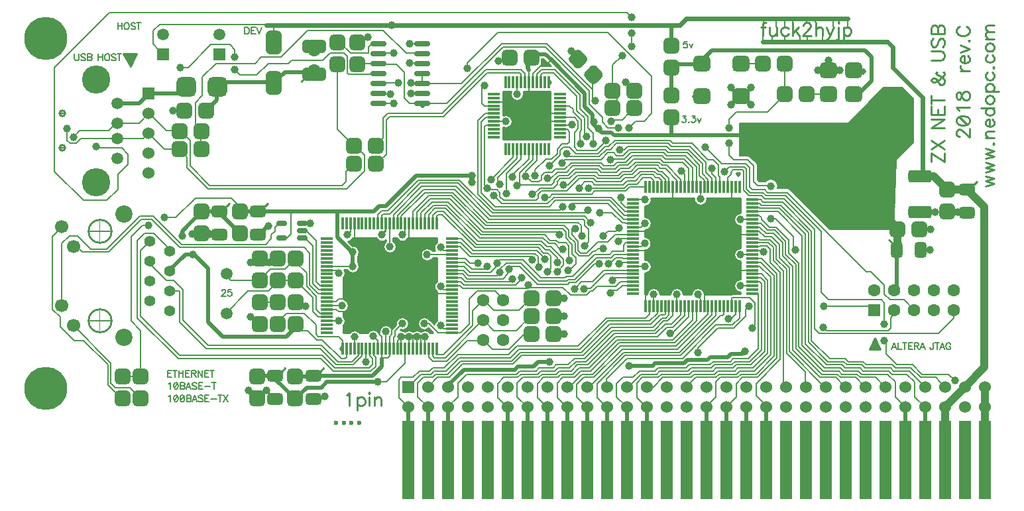
<source format=gtl>
G04*
G04  File:            ZXINET.GTL, Tue Jan 09 00:58:43 2018*
G04  Source:          P-CAD 2006 PCB, Version 19.02.958, (Z:\home\lvd\d\zxiznet\pcad\revC\zxinet.pcb)*
G04  Format:          Gerber Format (RS-274-D), ASCII*
G04*
G04  Format Options:  Absolute Positioning*
G04                   Leading-Zero Suppression*
G04                   Scale Factor 1:1*
G04                   NO Circular Interpolation*
G04                   Millimeter Units*
G04                   Numeric Format: 4.4 (XXXX.XXXX)*
G04                   G54 NOT Used for Aperture Change*
G04                   Apertures Embedded*
G04*
G04  File Options:    Offset = (0.000mm,0.000mm)*
G04                   Drill Symbol Size = 2.032mm*
G04                   No Pad/Via Holes*
G04*
G04  File Contents:   Pads*
G04                   Vias*
G04                   No Designators*
G04                   No Types*
G04                   No Values*
G04                   No Drill Symbols*
G04                   Top*
G04*
%INZXINET.GTL*%
%ICAS*%
%MOMM*%
G04*
G04  Aperture MACROs for general use --- invoked via D-code assignment *
G04*
G04  General MACRO for flashed round with rotation and/or offset hole *
%AMROTOFFROUND*
1,1,$1,0.0000,0.0000*
1,0,$2,$3,$4*%
G04*
G04  General MACRO for flashed oval (obround) with rotation and/or offset hole *
%AMROTOFFOVAL*
21,1,$1,$2,0.0000,0.0000,$3*
1,1,$4,$5,$6*
1,1,$4,0-$5,0-$6*
1,0,$7,$8,$9*%
G04*
G04  General MACRO for flashed oval (obround) with rotation and no hole *
%AMROTOVALNOHOLE*
21,1,$1,$2,0.0000,0.0000,$3*
1,1,$4,$5,$6*
1,1,$4,0-$5,0-$6*%
G04*
G04  General MACRO for flashed rectangle with rotation and/or offset hole *
%AMROTOFFRECT*
21,1,$1,$2,0.0000,0.0000,$3*
1,0,$4,$5,$6*%
G04*
G04  General MACRO for flashed rectangle with rotation and no hole *
%AMROTRECTNOHOLE*
21,1,$1,$2,0.0000,0.0000,$3*%
G04*
G04  General MACRO for flashed rounded-rectangle *
%AMROUNDRECT*
21,1,$1,$2-$4,0.0000,0.0000,$3*
21,1,$1-$4,$2,0.0000,0.0000,$3*
1,1,$4,$5,$6*
1,1,$4,$7,$8*
1,1,$4,0-$5,0-$6*
1,1,$4,0-$7,0-$8*
1,0,$9,$10,$11*%
G04*
G04  General MACRO for flashed rounded-rectangle with rotation and no hole *
%AMROUNDRECTNOHOLE*
21,1,$1,$2-$4,0.0000,0.0000,$3*
21,1,$1-$4,$2,0.0000,0.0000,$3*
1,1,$4,$5,$6*
1,1,$4,$7,$8*
1,1,$4,0-$5,0-$6*
1,1,$4,0-$7,0-$8*%
G04*
G04  General MACRO for flashed regular polygon *
%AMREGPOLY*
5,1,$1,0.0000,0.0000,$2,$3+$4*
1,0,$5,$6,$7*%
G04*
G04  General MACRO for flashed regular polygon with no hole *
%AMREGPOLYNOHOLE*
5,1,$1,0.0000,0.0000,$2,$3+$4*%
G04*
G04  General MACRO for target *
%AMTARGET*
6,0,0,$1,$2,$3,4,$4,$5,$6*%
G04*
G04  General MACRO for mounting hole *
%AMMTHOLE*
1,1,$1,0,0*
1,0,$2,0,0*
$1=$1-$2*
$1=$1/2*
21,1,$2+$1,$3,0,0,$4*
21,1,$3,$2+$1,0,0,$4*%
G04*
G04*
G04  D10 : "Ellipse X0.254mm Y0.254mm H0.000mm 0.0deg (0.000mm,0.000mm) Draw"*
G04  Disc: OuterDia=0.2540*
%ADD10C, 0.2540*%
G04  D11 : "Ellipse X0.381mm Y0.381mm H0.000mm 0.0deg (0.000mm,0.000mm) Draw"*
G04  Disc: OuterDia=0.3810*
%ADD11C, 0.3810*%
G04  D12 : "Ellipse X0.500mm Y0.500mm H0.000mm 0.0deg (0.000mm,0.000mm) Draw"*
G04  Disc: OuterDia=0.5000*
%ADD12C, 0.5000*%
G04  D13 : "Ellipse X0.070mm Y0.070mm H0.000mm 0.0deg (0.000mm,0.000mm) Draw"*
G04  Disc: OuterDia=0.0700*
%ADD13C, 0.0700*%
G04  D14 : "Ellipse X0.600mm Y0.600mm H0.000mm 0.0deg (0.000mm,0.000mm) Draw"*
G04  Disc: OuterDia=0.6000*
%ADD14C, 0.6000*%
G04  D15 : "Ellipse X0.700mm Y0.700mm H0.000mm 0.0deg (0.000mm,0.000mm) Draw"*
G04  Disc: OuterDia=0.7000*
%ADD15C, 0.7000*%
G04  D16 : "Ellipse X0.100mm Y0.100mm H0.000mm 0.0deg (0.000mm,0.000mm) Draw"*
G04  Disc: OuterDia=0.1000*
%ADD16C, 0.1000*%
G04  D17 : "Ellipse X1.000mm Y1.000mm H0.000mm 0.0deg (0.000mm,0.000mm) Draw"*
G04  Disc: OuterDia=1.0000*
%ADD17C, 1.0000*%
G04  D18 : "Ellipse X0.127mm Y0.127mm H0.000mm 0.0deg (0.000mm,0.000mm) Draw"*
G04  Disc: OuterDia=0.1270*
%ADD18C, 0.1270*%
G04  D19 : "Ellipse X0.150mm Y0.150mm H0.000mm 0.0deg (0.000mm,0.000mm) Draw"*
G04  Disc: OuterDia=0.1500*
%ADD19C, 0.1500*%
G04  D20 : "Ellipse X0.200mm Y0.200mm H0.000mm 0.0deg (0.000mm,0.000mm) Draw"*
G04  Disc: OuterDia=0.2000*
%ADD20C, 0.2000*%
G04  D21 : "Ellipse X0.250mm Y0.250mm H0.000mm 0.0deg (0.000mm,0.000mm) Draw"*
G04  Disc: OuterDia=0.2500*
%ADD21C, 0.2500*%
G04  D22 : "Ellipse X0.250mm Y0.250mm H0.000mm 0.0deg (0.000mm,0.000mm) Draw"*
G04  Disc: OuterDia=0.2500*
%ADD22C, 0.2500*%
G04  D23 : "Ellipse X2.581mm Y2.581mm H0.000mm 0.0deg (0.000mm,0.000mm) Flash"*
G04  Disc: OuterDia=2.5810*
%ADD23C, 2.5810*%
G04  D24 : "Ellipse X3.581mm Y3.581mm H0.000mm 0.0deg (0.000mm,0.000mm) Flash"*
G04  Disc: OuterDia=3.5810*
%ADD24C, 3.5810*%
G04  D25 : "Ellipse X3.600mm Y3.600mm H0.000mm 0.0deg (0.000mm,0.000mm) Flash"*
G04  Disc: OuterDia=3.6000*
%ADD25C, 3.6000*%
G04  D26 : "Ellipse X3.981mm Y3.981mm H0.000mm 0.0deg (0.000mm,0.000mm) Flash"*
G04  Disc: OuterDia=3.9810*
%ADD26C, 3.9810*%
G04  D27 : "Ellipse X0.981mm Y0.981mm H0.000mm 0.0deg (0.000mm,0.000mm) Flash"*
G04  Disc: OuterDia=0.9810*
%ADD27C, 0.9810*%
G04  D28 : "Ellipse X1.381mm Y1.381mm H0.000mm 0.0deg (0.000mm,0.000mm) Flash"*
G04  Disc: OuterDia=1.3810*
%ADD28C, 1.3810*%
G04  D29 : "Ellipse X1.400mm Y1.400mm H0.000mm 0.0deg (0.000mm,0.000mm) Flash"*
G04  Disc: OuterDia=1.4000*
%ADD29C, 1.4000*%
G04  D30 : "Ellipse X1.500mm Y1.500mm H0.000mm 0.0deg (0.000mm,0.000mm) Flash"*
G04  Disc: OuterDia=1.5000*
%ADD30C, 1.5000*%
G04  D31 : "Ellipse X1.524mm Y1.524mm H0.000mm 0.0deg (0.000mm,0.000mm) Flash"*
G04  Disc: OuterDia=1.5240*
%ADD31C, 1.5240*%
G04  D32 : "Ellipse X1.600mm Y1.600mm H0.000mm 0.0deg (0.000mm,0.000mm) Flash"*
G04  Disc: OuterDia=1.6000*
%ADD32C, 1.6000*%
G04  D33 : "Ellipse X1.700mm Y1.700mm H0.000mm 0.0deg (0.000mm,0.000mm) Flash"*
G04  Disc: OuterDia=1.7000*
%ADD33C, 1.7000*%
G04  D34 : "Ellipse X1.781mm Y1.781mm H0.000mm 0.0deg (0.000mm,0.000mm) Flash"*
G04  Disc: OuterDia=1.7810*
%ADD34C, 1.7810*%
G04  D35 : "Ellipse X1.881mm Y1.881mm H0.000mm 0.0deg (0.000mm,0.000mm) Flash"*
G04  Disc: OuterDia=1.8810*
%ADD35C, 1.8810*%
G04  D36 : "Ellipse X1.905mm Y1.905mm H0.000mm 0.0deg (0.000mm,0.000mm) Flash"*
G04  Disc: OuterDia=1.9050*
%ADD36C, 1.9050*%
G04  D37 : "Ellipse X1.981mm Y1.981mm H0.000mm 0.0deg (0.000mm,0.000mm) Flash"*
G04  Disc: OuterDia=1.9810*
%ADD37C, 1.9810*%
G04  D38 : "Ellipse X2.081mm Y2.081mm H0.000mm 0.0deg (0.000mm,0.000mm) Flash"*
G04  Disc: OuterDia=2.0810*
%ADD38C, 2.0810*%
G04  D39 : "Ellipse X2.200mm Y2.200mm H0.000mm 0.0deg (0.000mm,0.000mm) Flash"*
G04  Disc: OuterDia=2.2000*
%ADD39C, 2.2000*%
G04  D40 : "Mounting Hole X3.200mm Y3.200mm H0.000mm 0.0deg (0.000mm,0.000mm) Flash"*
G04  Mounting Hole: Diameter=3.2000, Rotation=0.0, LineWidth=0.1270 *
%ADD40MTHOLE, 3.2000 X2.6920 X0.1270 X0.0*%
G04  D41 : "Mounting Hole X0.600mm Y0.600mm H0.000mm 0.0deg (0.000mm,0.000mm) Flash"*
G04  Mounting Hole: Diameter=0.6000, Rotation=0.0, LineWidth=0.1270 *
%ADD41MTHOLE, 0.6000 X0.0920 X0.1270 X0.0*%
G04  D42 : "Mounting Hole X1.000mm Y1.000mm H0.000mm 0.0deg (0.000mm,0.000mm) Flash"*
G04  Mounting Hole: Diameter=1.0000, Rotation=0.0, LineWidth=0.1270 *
%ADD42MTHOLE, 1.0000 X0.4920 X0.1270 X0.0*%
G04  D43 : "Rounded Rectangle X2.581mm Y2.381mm H0.000mm 0.0deg (0.000mm,0.000mm) Flash"*
G04  RoundRct: DimX=2.5810, DimY=2.3810, CornerRad=0.5953, Rotation=0.0, OffsetX=0.0000, OffsetY=0.0000, HoleDia=0.0000 *
%ADD43ROUNDRECTNOHOLE, 2.5810 X2.3810 X0.0 X1.1905 X-0.6953 X-0.5953 X-0.6953 X0.5953*%
G04  D44 : "Rounded Rectangle X2.881mm Y2.881mm H0.000mm 0.0deg (0.000mm,0.000mm) Flash"*
G04  RoundRct: DimX=2.8810, DimY=2.8810, CornerRad=0.7203, Rotation=0.0, OffsetX=0.0000, OffsetY=0.0000, HoleDia=0.0000 *
%ADD44ROUNDRECTNOHOLE, 2.8810 X2.8810 X0.0 X1.4405 X-0.7203 X-0.7203 X-0.7203 X0.7203*%
G04  D45 : "Rounded Rectangle X3.000mm Y1.600mm H0.000mm 0.0deg (0.000mm,0.000mm) Flash"*
G04  RoundRct: DimX=3.0000, DimY=1.6000, CornerRad=0.4000, Rotation=0.0, OffsetX=0.0000, OffsetY=0.0000, HoleDia=0.0000 *
%ADD45ROUNDRECTNOHOLE, 3.0000 X1.6000 X0.0 X0.8000 X-1.1000 X-0.4000 X-1.1000 X0.4000*%
G04  D46 : "Rounded Rectangle X2.000mm Y3.000mm H0.000mm 0.0deg (0.000mm,0.000mm) Flash"*
G04  RoundRct: DimX=2.0000, DimY=3.0000, CornerRad=0.5000, Rotation=0.0, OffsetX=0.0000, OffsetY=0.0000, HoleDia=0.0000 *
%ADD46ROUNDRECTNOHOLE, 2.0000 X3.0000 X0.0 X1.0000 X-0.5000 X-1.0000 X-0.5000 X1.0000*%
G04  D47 : "Rounded Rectangle X3.381mm Y1.981mm H0.000mm 0.0deg (0.000mm,0.000mm) Flash"*
G04  RoundRct: DimX=3.3810, DimY=1.9810, CornerRad=0.4953, Rotation=0.0, OffsetX=0.0000, OffsetY=0.0000, HoleDia=0.0000 *
%ADD47ROUNDRECTNOHOLE, 3.3810 X1.9810 X0.0 X0.9905 X-1.1953 X-0.4953 X-1.1953 X0.4953*%
G04  D48 : "Rounded Rectangle X2.381mm Y3.381mm H0.000mm 0.0deg (0.000mm,0.000mm) Flash"*
G04  RoundRct: DimX=2.3810, DimY=3.3810, CornerRad=0.5953, Rotation=0.0, OffsetX=0.0000, OffsetY=0.0000, HoleDia=0.0000 *
%ADD48ROUNDRECTNOHOLE, 2.3810 X3.3810 X0.0 X1.1905 X-0.5953 X-1.0953 X-0.5953 X1.0953*%
G04  D49 : "Rounded Rectangle X2.000mm Y0.500mm H0.000mm 0.0deg (0.000mm,0.000mm) Flash"*
G04  RoundRct: DimX=2.0000, DimY=0.5000, CornerRad=0.1250, Rotation=0.0, OffsetX=0.0000, OffsetY=0.0000, HoleDia=0.0000 *
%ADD49ROUNDRECTNOHOLE, 2.0000 X0.5000 X0.0 X0.2500 X-0.8750 X-0.1250 X-0.8750 X0.1250*%
G04  D50 : "Rounded Rectangle X6.200mm Y5.800mm H0.000mm 0.0deg (0.000mm,0.000mm) Flash"*
G04  RoundRct: DimX=6.2000, DimY=5.8000, CornerRad=1.4500, Rotation=0.0, OffsetX=0.0000, OffsetY=0.0000, HoleDia=0.0000 *
%ADD50ROUNDRECTNOHOLE, 6.2000 X5.8000 X0.0 X2.9000 X-1.6500 X-1.4500 X-1.6500 X1.4500*%
G04  D51 : "Rounded Rectangle X6.581mm Y6.181mm H0.000mm 0.0deg (0.000mm,0.000mm) Flash"*
G04  RoundRct: DimX=6.5810, DimY=6.1810, CornerRad=1.5453, Rotation=0.0, OffsetX=0.0000, OffsetY=0.0000, HoleDia=0.0000 *
%ADD51ROUNDRECTNOHOLE, 6.5810 X6.1810 X0.0 X3.0905 X-1.7453 X-1.5453 X-1.7453 X1.5453*%
G04  D52 : "Rounded Rectangle X1.300mm Y0.700mm H0.000mm 0.0deg (0.000mm,0.000mm) Flash"*
G04  RoundRct: DimX=1.3000, DimY=0.7000, CornerRad=0.1750, Rotation=0.0, OffsetX=0.0000, OffsetY=0.0000, HoleDia=0.0000 *
%ADD52ROUNDRECTNOHOLE, 1.3000 X0.7000 X0.0 X0.3500 X-0.4750 X-0.1750 X-0.4750 X0.1750*%
G04  D53 : "Rounded Rectangle X2.381mm Y0.881mm H0.000mm 0.0deg (0.000mm,0.000mm) Flash"*
G04  RoundRct: DimX=2.3810, DimY=0.8810, CornerRad=0.2203, Rotation=0.0, OffsetX=0.0000, OffsetY=0.0000, HoleDia=0.0000 *
%ADD53ROUNDRECTNOHOLE, 2.3810 X0.8810 X0.0 X0.4405 X-0.9703 X-0.2203 X-0.9703 X0.2203*%
G04  D54 : "Rounded Rectangle X1.681mm Y1.081mm H0.000mm 0.0deg (0.000mm,0.000mm) Flash"*
G04  RoundRct: DimX=1.6810, DimY=1.0810, CornerRad=0.2703, Rotation=0.0, OffsetX=0.0000, OffsetY=0.0000, HoleDia=0.0000 *
%ADD54ROUNDRECTNOHOLE, 1.6810 X1.0810 X0.0 X0.5405 X-0.5702 X-0.2703 X-0.5702 X0.2703*%
G04  D55 : "Rounded Rectangle X1.500mm Y2.000mm H0.000mm 0.0deg (0.000mm,0.000mm) Flash"*
G04  RoundRct: DimX=1.5000, DimY=2.0000, CornerRad=0.3750, Rotation=0.0, OffsetX=0.0000, OffsetY=0.0000, HoleDia=0.0000 *
%ADD55ROUNDRECTNOHOLE, 1.5000 X2.0000 X0.0 X0.7500 X-0.3750 X-0.6250 X-0.3750 X0.6250*%
G04  D56 : "Rounded Rectangle X2.000mm Y1.500mm H0.000mm 0.0deg (0.000mm,0.000mm) Flash"*
G04  RoundRct: DimX=2.0000, DimY=1.5000, CornerRad=0.3750, Rotation=0.0, OffsetX=0.0000, OffsetY=0.0000, HoleDia=0.0000 *
%ADD56ROUNDRECTNOHOLE, 2.0000 X1.5000 X0.0 X0.7500 X-0.6250 X-0.3750 X-0.6250 X0.3750*%
G04  D57 : "Rounded Rectangle X1.600mm Y0.300mm H0.000mm 0.0deg (0.000mm,0.000mm) Flash"*
G04  RoundRct: DimX=1.6000, DimY=0.3000, CornerRad=0.0750, Rotation=0.0, OffsetX=0.0000, OffsetY=0.0000, HoleDia=0.0000 *
%ADD57ROUNDRECTNOHOLE, 1.6000 X0.3000 X0.0 X0.1500 X-0.7250 X-0.0750 X-0.7250 X0.0750*%
G04  D58 : "Rounded Rectangle X0.300mm Y1.600mm H0.000mm 0.0deg (0.000mm,0.000mm) Flash"*
G04  RoundRct: DimX=0.3000, DimY=1.6000, CornerRad=0.0750, Rotation=0.0, OffsetX=0.0000, OffsetY=0.0000, HoleDia=0.0000 *
%ADD58ROUNDRECTNOHOLE, 0.3000 X1.6000 X0.0 X0.1500 X-0.0750 X-0.7250 X-0.0750 X0.7250*%
G04  D59 : "Rounded Rectangle X3.000mm Y1.700mm H0.000mm 0.0deg (0.000mm,0.000mm) Flash"*
G04  RoundRct: DimX=3.0000, DimY=1.7000, CornerRad=0.4250, Rotation=0.0, OffsetX=0.0000, OffsetY=0.0000, HoleDia=0.0000 *
%ADD59ROUNDRECTNOHOLE, 3.0000 X1.7000 X0.0 X0.8500 X-1.0750 X-0.4250 X-1.0750 X0.4250*%
G04  D60 : "Rounded Rectangle X1.881mm Y2.381mm H0.000mm 0.0deg (0.000mm,0.000mm) Flash"*
G04  RoundRct: DimX=1.8810, DimY=2.3810, CornerRad=0.4703, Rotation=0.0, OffsetX=0.0000, OffsetY=0.0000, HoleDia=0.0000 *
%ADD60ROUNDRECTNOHOLE, 1.8810 X2.3810 X0.0 X0.9405 X-0.4703 X-0.7203 X-0.4703 X0.7203*%
G04  D61 : "Rounded Rectangle X2.381mm Y1.881mm H0.000mm 0.0deg (0.000mm,0.000mm) Flash"*
G04  RoundRct: DimX=2.3810, DimY=1.8810, CornerRad=0.4703, Rotation=0.0, OffsetX=0.0000, OffsetY=0.0000, HoleDia=0.0000 *
%ADD61ROUNDRECTNOHOLE, 2.3810 X1.8810 X0.0 X0.9405 X-0.7203 X-0.4703 X-0.7203 X0.4703*%
G04  D62 : "Rounded Rectangle X1.981mm Y0.681mm H0.000mm 0.0deg (0.000mm,0.000mm) Flash"*
G04  RoundRct: DimX=1.9810, DimY=0.6810, CornerRad=0.1703, Rotation=0.0, OffsetX=0.0000, OffsetY=0.0000, HoleDia=0.0000 *
%ADD62ROUNDRECTNOHOLE, 1.9810 X0.6810 X0.0 X0.3405 X-0.8203 X-0.1703 X-0.8203 X0.1703*%
G04  D63 : "Rounded Rectangle X0.681mm Y1.981mm H0.000mm 0.0deg (0.000mm,0.000mm) Flash"*
G04  RoundRct: DimX=0.6810, DimY=1.9810, CornerRad=0.1703, Rotation=0.0, OffsetX=0.0000, OffsetY=0.0000, HoleDia=0.0000 *
%ADD63ROUNDRECTNOHOLE, 0.6810 X1.9810 X0.0 X0.3405 X-0.1703 X-0.8203 X-0.1703 X0.8203*%
G04  D64 : "Rounded Rectangle X3.000mm Y2.000mm H0.000mm 0.0deg (0.000mm,0.000mm) Flash"*
G04  RoundRct: DimX=3.0000, DimY=2.0000, CornerRad=0.5000, Rotation=0.0, OffsetX=0.0000, OffsetY=0.0000, HoleDia=0.0000 *
%ADD64ROUNDRECTNOHOLE, 3.0000 X2.0000 X0.0 X1.0000 X-1.0000 X-0.5000 X-1.0000 X0.5000*%
G04  D65 : "Rounded Rectangle X2.000mm Y0.650mm H0.000mm 0.0deg (0.000mm,0.000mm) Flash"*
G04  RoundRct: DimX=2.0000, DimY=0.6500, CornerRad=0.1625, Rotation=0.0, OffsetX=0.0000, OffsetY=0.0000, HoleDia=0.0000 *
%ADD65ROUNDRECTNOHOLE, 2.0000 X0.6500 X0.0 X0.3250 X-0.8375 X-0.1625 X-0.8375 X0.1625*%
G04  D66 : "Rounded Rectangle X2.000mm Y2.000mm H0.000mm 0.0deg (0.000mm,0.000mm) Flash"*
G04  RoundRct: DimX=2.0000, DimY=2.0000, CornerRad=0.5000, Rotation=0.0, OffsetX=0.0000, OffsetY=0.0000, HoleDia=0.0000 *
%ADD66ROUNDRECTNOHOLE, 2.0000 X2.0000 X0.0 X1.0000 X-0.5000 X-0.5000 X-0.5000 X0.5000*%
G04  D67 : "Rounded Rectangle X3.381mm Y2.081mm H0.000mm 0.0deg (0.000mm,0.000mm) Flash"*
G04  RoundRct: DimX=3.3810, DimY=2.0810, CornerRad=0.5202, Rotation=0.0, OffsetX=0.0000, OffsetY=0.0000, HoleDia=0.0000 *
%ADD67ROUNDRECTNOHOLE, 3.3810 X2.0810 X0.0 X1.0405 X-1.1703 X-0.5202 X-1.1703 X0.5202*%
G04  D68 : "Rounded Rectangle X2.200mm Y2.000mm H0.000mm 0.0deg (0.000mm,0.000mm) Flash"*
G04  RoundRct: DimX=2.2000, DimY=2.0000, CornerRad=0.5000, Rotation=0.0, OffsetX=0.0000, OffsetY=0.0000, HoleDia=0.0000 *
%ADD68ROUNDRECTNOHOLE, 2.2000 X2.0000 X0.0 X1.0000 X-0.6000 X-0.5000 X-0.6000 X0.5000*%
G04  D69 : "Rounded Rectangle X3.381mm Y2.381mm H0.000mm 0.0deg (0.000mm,0.000mm) Flash"*
G04  RoundRct: DimX=3.3810, DimY=2.3810, CornerRad=0.5953, Rotation=0.0, OffsetX=0.0000, OffsetY=0.0000, HoleDia=0.0000 *
%ADD69ROUNDRECTNOHOLE, 3.3810 X2.3810 X0.0 X1.1905 X-1.0953 X-0.5953 X-1.0953 X0.5953*%
G04  D70 : "Rounded Rectangle X2.381mm Y1.031mm H0.000mm 0.0deg (0.000mm,0.000mm) Flash"*
G04  RoundRct: DimX=2.3810, DimY=1.0310, CornerRad=0.2578, Rotation=0.0, OffsetX=0.0000, OffsetY=0.0000, HoleDia=0.0000 *
%ADD70ROUNDRECTNOHOLE, 2.3810 X1.0310 X0.0 X0.5155 X-0.9328 X-0.2578 X-0.9328 X0.2578*%
G04  D71 : "Rounded Rectangle X2.381mm Y2.381mm H0.000mm 0.0deg (0.000mm,0.000mm) Flash"*
G04  RoundRct: DimX=2.3810, DimY=2.3810, CornerRad=0.5953, Rotation=0.0, OffsetX=0.0000, OffsetY=0.0000, HoleDia=0.0000 *
%ADD71ROUNDRECTNOHOLE, 2.3810 X2.3810 X0.0 X1.1905 X-0.5953 X-0.5953 X-0.5953 X0.5953*%
G04  D72 : "Rounded Rectangle X2.500mm Y2.500mm H0.000mm 0.0deg (0.000mm,0.000mm) Flash"*
G04  RoundRct: DimX=2.5000, DimY=2.5000, CornerRad=0.6250, Rotation=0.0, OffsetX=0.0000, OffsetY=0.0000, HoleDia=0.0000 *
%ADD72ROUNDRECTNOHOLE, 2.5000 X2.5000 X0.0 X1.2500 X-0.6250 X-0.6250 X-0.6250 X0.6250*%
G04  D73 : "Rectangle X1.500mm Y10.000mm H0.000mm 0.0deg (0.000mm,0.000mm) Flash"*
G04  Rectangular: DimX=1.5000, DimY=10.0000, Rotation=0.0, OffsetX=0.0000, OffsetY=0.0000, HoleDia=0.0000 *
%ADD73R, 1.5000 X10.0000*%
G04  D74 : "Rectangle X1.500mm Y1.500mm H0.000mm 0.0deg (0.000mm,0.000mm) Flash"*
G04  Square: Side=1.5000, Rotation=0.0, OffsetX=0.0000, OffsetY=0.0000, HoleDia=0.0000*
%ADD74R, 1.5000 X1.5000*%
G04  D75 : "Rectangle X1.524mm Y1.524mm H0.000mm 0.0deg (0.000mm,0.000mm) Flash"*
G04  Square: Side=1.5240, Rotation=0.0, OffsetX=0.0000, OffsetY=0.0000, HoleDia=0.0000*
%ADD75R, 1.5240 X1.5240*%
G04  D76 : "Rectangle X1.600mm Y0.300mm H0.000mm 0.0deg (0.000mm,0.000mm) Flash"*
G04  Rectangular: DimX=1.6000, DimY=0.3000, Rotation=0.0, OffsetX=0.0000, OffsetY=0.0000, HoleDia=0.0000 *
%ADD76R, 1.6000 X0.3000*%
G04  D77 : "Rectangle X0.300mm Y1.600mm H0.000mm 0.0deg (0.000mm,0.000mm) Flash"*
G04  Rectangular: DimX=0.3000, DimY=1.6000, Rotation=0.0, OffsetX=0.0000, OffsetY=0.0000, HoleDia=0.0000 *
%ADD77R, 0.3000 X1.6000*%
G04  D78 : "Rectangle X1.600mm Y1.600mm H0.000mm 0.0deg (0.000mm,0.000mm) Flash"*
G04  Square: Side=1.6000, Rotation=0.0, OffsetX=0.0000, OffsetY=0.0000, HoleDia=0.0000*
%ADD78R, 1.6000 X1.6000*%
G04  D79 : "Rectangle X1.881mm Y10.381mm H0.000mm 0.0deg (0.000mm,0.000mm) Flash"*
G04  Rectangular: DimX=1.8810, DimY=10.3810, Rotation=0.0, OffsetX=0.0000, OffsetY=0.0000, HoleDia=0.0000 *
%ADD79R, 1.8810 X10.3810*%
G04  D80 : "Rectangle X1.881mm Y1.881mm H0.000mm 0.0deg (0.000mm,0.000mm) Flash"*
G04  Square: Side=1.8810, Rotation=0.0, OffsetX=0.0000, OffsetY=0.0000, HoleDia=0.0000*
%ADD80R, 1.8810 X1.8810*%
G04  D81 : "Rectangle X1.905mm Y1.905mm H0.000mm 0.0deg (0.000mm,0.000mm) Flash"*
G04  Square: Side=1.9050, Rotation=0.0, OffsetX=0.0000, OffsetY=0.0000, HoleDia=0.0000*
%ADD81R, 1.9050 X1.9050*%
G04  D82 : "Rectangle X1.981mm Y0.681mm H0.000mm 0.0deg (0.000mm,0.000mm) Flash"*
G04  Rectangular: DimX=1.9810, DimY=0.6810, Rotation=0.0, OffsetX=0.0000, OffsetY=0.0000, HoleDia=0.0000 *
%ADD82R, 1.9810 X0.6810*%
G04  D83 : "Rectangle X0.681mm Y1.981mm H0.000mm 0.0deg (0.000mm,0.000mm) Flash"*
G04  Rectangular: DimX=0.6810, DimY=1.9810, Rotation=0.0, OffsetX=0.0000, OffsetY=0.0000, HoleDia=0.0000 *
%ADD83R, 0.6810 X1.9810*%
G04  D84 : "Rectangle X1.981mm Y1.981mm H0.000mm 0.0deg (0.000mm,0.000mm) Flash"*
G04  Square: Side=1.9810, Rotation=0.0, OffsetX=0.0000, OffsetY=0.0000, HoleDia=0.0000*
%ADD84R, 1.9810 X1.9810*%
G04  D85 : "Ellipse X5.500mm Y5.500mm H0.000mm 0.0deg (0.000mm,0.000mm) Flash"*
G04  Disc: OuterDia=5.5000*
%ADD85C, 5.5000*%
G04  D86 : "Ellipse X5.881mm Y5.881mm H0.000mm 0.0deg (0.000mm,0.000mm) Flash"*
G04  Disc: OuterDia=5.8810*
%ADD86C, 5.8810*%
G04  D87 : "Ellipse X1.000mm Y1.000mm H0.000mm 0.0deg (0.000mm,0.000mm) Flash"*
G04  Disc: OuterDia=1.0000*
%ADD87C, 1.0000*%
G04*
%FSLAX44Y44*%
%SFA1B1*%
%OFA0.000B0.000*%
G04*
G71*
G90*
G01*
D2*
%LNTop*%
D20*
X214000Y4166000*
X204000Y4176000D1*
X216000Y4181000D2*
X216200D1*
X216500Y4180700*
X214000Y4154000D2*
Y4166000D1*
X204000Y4269000D2*
X216000Y4281000D1*
X216500Y4281800D2*
X216000Y4281000D1*
X227000Y4388000D2*
X223000Y4392000D1*
Y4407000*
X303000Y4076000D2*
X285000D1*
X279000Y4082000*
X294000Y4062060D2*
X293000Y4062000D1*
X292000*
X275000Y4079000*
X279000Y4082000D2*
Y4107000D1*
X275000Y4079000D2*
Y4105000D1*
X231000Y4155000D2*
X231400D1*
X231700Y4155300*
X244000Y4136000D2*
X232000D1*
Y4256000D2*
X231700Y4256400D1*
X232000Y4256000D2*
X235000D1*
X242000Y4249000D2*
X235000Y4256000D1*
X274000Y4253000D2*
X253000D1*
X276000Y4249000D2*
X242000D1*
X288000Y4329000D2*
X274000Y4315000D1*
X244000*
X292000Y4414000D2*
X291000Y4415000D1*
X287000Y4414000D2*
X285000D1*
X291000Y4415000D2*
X287000Y4414000D1*
X292000*
X285000D2*
X282000Y4410000D1*
X276000Y4404000*
X239000D2*
X231000Y4396000D1*
X276000Y4404000D2*
X239000D1*
X241000Y4394000D2*
X287000D1*
X241000D2*
X235000Y4388000D1*
X260000Y4384000D2*
X262000Y4382000D1*
X293000*
X301000Y4374000*
Y4361000*
X288000Y4348000*
X317000Y4167000D2*
X367000Y4117000D1*
X353000Y4254000D2*
Y4250000D1*
X353100*
X354400Y4199500D2*
X354000Y4199000D1*
X367000*
X371000Y4201000D2*
X359000Y4213000D1*
D2*
D12*
X353000Y4225000*
Y4226000D1*
X353247Y4225320D2*
X353000Y4226000D1*
X353247Y4225320D2*
X353000Y4225000D1*
X354400Y4224900D2*
X353247Y4225320D1*
D2*
D20*
X353100Y4250000*
X354400Y4250300D1*
X329000Y4263000D2*
X317000Y4251000D1*
X359000Y4213000D2*
X350000D1*
D2*
D12*
X374000Y4246000*
X353247Y4225320D1*
D2*
D20*
X329000Y4234000*
Y4237600D1*
X350000Y4213000D2*
X329000Y4234000D1*
X322000Y4273000D2*
X334000D1*
D2*
D12*
X370000Y4270000*
Y4276000D1*
D2*
D20*
X333000Y4295000*
X316000D1*
X331000Y4291000D2*
X318000D1*
X319000Y4283000D2*
X327000D1*
X347000Y4293000D2*
X362000D1*
X366560Y4380960D2*
X364000Y4380000D1*
X365000Y4404000D2*
X366560Y4403820D1*
Y4380960D2*
X347000Y4381000D1*
X327000Y4401000D2*
X347000Y4381000D1*
X365000Y4404000D2*
X350000D1*
X327000Y4401000D2*
X320000Y4394000D1*
X373000Y4399000D2*
X371380D1*
X366560Y4403820*
X376000Y4357000D2*
Y4370000D1*
X372000Y4374000*
Y4375520*
X366560Y4380960*
D2*
D12*
X326375Y4452000*
X326333D1*
X322000*
D2*
D20*
X327000Y4426400*
Y4427000D1*
Y4426400D2*
Y4426000D1*
D2*
D12*
X326364Y4451990*
X326333Y4452000D1*
X327000Y4451800D2*
X326721Y4451883D1*
X326364Y4451990*
X328000Y4452000D2*
X326375D1*
X328000D2*
X327000Y4451800D1*
X327729Y4451886D2*
X326375Y4452000D1*
X327000Y4451800D2*
X327729Y4451886D1*
X328000Y4452000*
X315000Y4439000D2*
X327729Y4451886D1*
X369000Y4452000D2*
X375000Y4460000D1*
X328000Y4452000D2*
X369000D1*
X373060Y4430000D2*
X358000D1*
D2*
D20*
X378000Y4485000*
X368000D1*
X346000Y4501600D2*
X340000Y4508000D1*
X333000Y4515000*
Y4532000*
X341000Y4540000*
D2*
D12*
X403000Y4160000*
X422000Y4141000D1*
D2*
D20*
X425000Y4170000*
X427000Y4170200D1*
X426000Y4219000D2*
X432000Y4213000D1*
X427000Y4221000D2*
X426000Y4219000D1*
D2*
D12*
X385000Y4246000*
X384000D1*
X385000D2*
X403000Y4228000D1*
D2*
D20*
X420000Y4297000*
X425000Y4305000D1*
X426890Y4307350D2*
X425000Y4305000D1*
X418000Y4301000D2*
X426890Y4307350D1*
X387000Y4318000D2*
X433000D1*
D2*
D12*
X444000Y4300940*
X446024Y4300945D1*
D2*
D20*
X444000Y4307000D1*
X433000Y4318000D2*
X444000Y4307000D1*
D2*
D12*
Y4273000*
X420000Y4297000D1*
X406000Y4272000D2*
X418000Y4271000D1*
D2*
D20*
Y4301000*
X417000D1*
D2*
D12*
X395000D1*
D2*
D20*
X394500Y4380960*
X394000Y4382000D1*
Y4403000*
X394500Y4403820D2*
X394000Y4403000D1*
X394500Y4403820D2*
X396000Y4404000D1*
X400000D2*
X399820Y4403820D1*
X394500*
X387000Y4404000D2*
X396000D1*
X400000*
D2*
D12*
X415000Y4460000*
X421000Y4466000D1*
X401000Y4430000D2*
X414000Y4443000D1*
X413000Y4466000*
X415000Y4464000*
Y4460000*
D2*
D20*
X396000Y4473000*
Y4449000D1*
X387000Y4440000*
X413000Y4490000D2*
X396000Y4473000D1*
X444000Y4475000D2*
X437000Y4482000D1*
Y4508000D2*
X431000Y4514000D1*
X437000Y4498000D2*
Y4508000D1*
X407000Y4514000D2*
X431000D1*
D2*
D12*
X466000Y4090000*
Y4091000D1*
X514000Y4062000D2*
X488000Y4088000D1*
Y4091000*
X466000D2*
X488000D1*
X489000*
X529000Y4076000D2*
X514000Y4061000D1*
Y4062000*
D2*
D20*
X489000Y4061000*
X478000Y4072000D1*
X466000Y4062060D2*
X478000Y4072000D1*
X466000Y4062060D2*
X465000Y4062000D1*
X497890Y4097350D2*
X489000Y4091000D1*
X503000Y4171000D2*
X492000Y4160000D1*
Y4157000D2*
Y4160000D1*
X469000Y4185000D2*
X492000D1*
Y4184940D2*
Y4185000D1*
X526000Y4171000D2*
X503000D1*
X515000Y4184940D2*
X520000Y4180000D1*
X469000Y4157060D2*
X460000Y4166000D1*
X528000Y4180000D2*
X520000D1*
X511000Y4149000D2*
X515000Y4157000D1*
D2*
D12*
X503000Y4141000*
X511000Y4149000D1*
D2*
D20*
X530000*
X511000D1*
X477000Y4259000D2*
X484000Y4266000D1*
X492000Y4213000D2*
X515000D1*
Y4240940D2*
Y4236000D1*
X469000Y4213000D2*
X483000Y4227000D1*
X501000*
X515000Y4240940D2*
Y4241000D1*
X501000Y4227000D2*
X515000Y4241000D1*
X462000D2*
X469000D1*
Y4240940D2*
Y4241000D1*
X481000Y4236000D2*
X486000Y4241000D1*
X492000*
Y4240940D2*
Y4241000D1*
Y4213000D2*
Y4211000D1*
X515000Y4213000D2*
X517000Y4211000D1*
X529000Y4222000D2*
X515000Y4236000D1*
X492000Y4211000D2*
X480000Y4199000D1*
X529000Y4205000D2*
Y4222000D1*
X517000Y4211000D2*
X519000Y4209000D1*
X481000Y4300000D2*
X467000D1*
D2*
D22*
X475890Y4307350*
X473350D1*
X467000Y4301000*
D2*
D20*
X523500Y4276500*
X530000Y4275000D1*
X523500Y4286000D2*
X524000Y4287000D1*
D2*
D12*
X467000Y4301000*
X509000D1*
D2*
D20*
X467000Y4300000*
Y4300378D1*
Y4301000*
X481000Y4300000D2*
X467000Y4300378D1*
X489000Y4276000D2*
Y4281000D1*
X494000Y4286000D2*
X497500D1*
X489000Y4281000D2*
X494000Y4286000D1*
X509000Y4301000D2*
Y4272000D1*
D2*
D12*
X480000Y4282000*
X467000Y4271000D1*
D2*
D20*
X489000Y4276000*
X484000Y4271000D1*
D2*
D22*
X475890Y4307350*
X479700Y4311160D1*
D2*
D12*
X482000Y4460000*
X487000Y4465000D1*
X493000Y4466000D2*
X492000Y4465000D1*
X487000*
X501000Y4479000D2*
X488000Y4466000D1*
X487000Y4465000*
X488000Y4466000D2*
X493000D1*
D2*
D20*
X510000Y4494000*
X506000Y4490000D1*
X480000*
X465000Y4475000*
D2*
D14*
X487000Y4539000*
X478000D1*
D2*
D20*
X487000Y4517000*
Y4539000D1*
Y4540000*
X530000Y4532000D2*
X496000Y4498000D1*
X471000*
D2*
D12*
X538000Y4090000*
Y4091000D1*
Y4086000D2*
Y4090000D1*
X555000Y4083000D2*
X548000Y4076000D1*
D2*
D20*
X589000Y4105000*
X567000D1*
X587000Y4109000D2*
X569000D1*
X552000Y4065000D2*
X548000Y4061000D1*
X538000D2*
X548000D1*
D2*
D22*
X538000Y4091000*
X544350Y4097350D1*
D2*
D20*
X546890*
X545000Y4097000D1*
X544350Y4097350D2*
X545000Y4097000D1*
X573000Y4113000D2*
X578000D1*
X563000Y4097000D2*
X547000Y4113000D1*
D2*
D12*
X538000Y4086000*
Y4091000D1*
D2*
D20*
X600000Y4126000*
Y4116000D1*
X595000Y4126000D2*
Y4117000D1*
X555000Y4171000D2*
X546000D1*
X590000Y4126000D2*
Y4141000D1*
X599000Y4186000D2*
X606000Y4189000D1*
X570000D2*
X606000D1*
X567000Y4186000D2*
X570000Y4189000D1*
X555000Y4186000D2*
X567000D1*
X555000Y4176000D2*
X567000D1*
X570000Y4173000*
X594000*
Y4164000D2*
Y4173000D1*
X555000Y4161000D2*
X570000D1*
X555000Y4181000D2*
X574000D1*
X546000Y4171000D2*
X541000Y4176000D1*
X555000Y4166000D2*
X544000D1*
X541000Y4144000D2*
X544000Y4141000D1*
X570000*
X575000Y4136000*
Y4126000*
X549000Y4137000D2*
X542000D1*
X544000Y4166000D2*
X537000Y4173000D1*
X541000Y4144000D2*
Y4156000D1*
X555000Y4196000D2*
X544000D1*
X555000Y4201000D2*
X545000D1*
X537000Y4209000D2*
X545000Y4201000D1*
X555000Y4206000D2*
X546000D1*
X541000Y4211000*
X590000Y4264000D2*
X606000Y4248000D1*
X566000Y4226000D2*
X570000Y4222000D1*
X555000Y4226000D2*
X566000D1*
D2*
D12*
X587000Y4249000*
X588000D1*
Y4231000*
D2*
D20*
X555000*
X588000D1*
X541000Y4211000D2*
Y4264000D1*
X537000Y4209000D2*
Y4257000D1*
X585000Y4276000D2*
X581000Y4271000D1*
X585000Y4276000D2*
Y4286000D1*
Y4275000D2*
Y4276000D1*
Y4275000D2*
X581000Y4271000D1*
X579000Y4339000D2*
X574000Y4334000D1*
X589060Y4362000D2*
X579000Y4352000D1*
X589060Y4385000D2*
X589000Y4386000D1*
X597000Y4379000D2*
X603000Y4373000D1*
Y4353000*
X589000Y4386000D2*
X589298Y4385738D1*
X597000Y4379000*
X589060Y4385000D2*
X589298Y4385738D1*
X591000Y4383000*
X568000Y4406000*
X591000Y4486000D2*
X592000D1*
X594000Y4489000*
X591000Y4486000*
Y4490000D2*
X594000Y4489000D1*
D2*
D12*
X539000Y4481300*
X544000Y4479000D1*
D2*
D20*
X583000Y4476000*
X581000Y4478000D1*
X608000Y4503000D2*
Y4511000D1*
X591000Y4524000D2*
X594000Y4516940D1*
X591000Y4524000D2*
X607000D1*
X585000Y4503000D2*
X608000D1*
X571000Y4517000D2*
X585000Y4503000D1*
X571000Y4517000D2*
X568000Y4516940D1*
X581000Y4499000D2*
X577000Y4503000D1*
X559000*
X647000Y4086000D2*
Y4063000D1*
X658000Y4052000*
X683930Y4051070D2*
X684000Y4051000D1*
X671000Y4064000D2*
X683930Y4051070D1*
Y4051170D2*
X684000Y4051000D1*
X658530Y4051170D2*
X658000Y4052000D1*
X658530Y4076570D2*
X659000Y4077000D1*
X683930Y4076570D2*
X684000Y4077000D1*
X671000Y4082000D2*
Y4064000D1*
Y4082000D2*
X678000Y4089000D1*
X659000Y4077000D2*
X675000Y4093000D1*
X673000Y4097000D2*
X665000Y4089000D1*
X650000*
X647000Y4086000D2*
X650000Y4089000D1*
D2*
D12*
X613000Y4091000*
X625000Y4103000D1*
D2*
D20*
X617000*
X611000Y4097000D1*
X613000Y4105000D2*
Y4113000D1*
X655000Y4107000D2*
X631000Y4083000D1*
X620000D2*
X631000D1*
X615000Y4126000D2*
Y4117000D1*
Y4141000D2*
X620000Y4136000D1*
Y4126000D2*
Y4136000D1*
X615000Y4141000D2*
X614000Y4142000D1*
X622000Y4165000D2*
X638000D1*
X645000Y4126000D2*
Y4136000D1*
X650000Y4141000*
Y4126000D2*
Y4141000D1*
X660000Y4126000D2*
Y4141000D1*
X665000Y4126000D2*
Y4141000D1*
X670000Y4126000D2*
Y4141000D1*
X675000Y4126000D2*
Y4141000D1*
X680000Y4126000D2*
Y4141000D1*
D2*
D12*
X660000*
X650000D1*
X670000D2*
X665000D1*
X660000*
X680000D2*
X675000D1*
X670000*
D2*
D20*
X630000Y4126000*
Y4148000D1*
X635000Y4141000D2*
X638000Y4144000D1*
X635000Y4116000D2*
Y4126000D1*
Y4141000*
X638000Y4162000D2*
Y4165000D1*
X622000Y4144000D2*
Y4165000D1*
Y4144000D2*
X625000Y4141000D1*
Y4126000D2*
Y4141000D1*
X640000Y4140000D2*
X642000Y4142000D1*
X640000Y4126000D2*
Y4140000D1*
X642000Y4142000D2*
Y4149000D1*
X651000Y4158000*
X638000Y4162000D2*
Y4158000D1*
Y4165000D2*
Y4158000D1*
Y4144000D2*
Y4158000D1*
X647000Y4252000D2*
X668000D1*
X674000Y4196000D2*
X671000Y4193000D1*
X683000Y4246000D2*
X680000D1*
Y4286000D2*
Y4298000D1*
X675000Y4286000D2*
Y4299000D1*
X670000Y4286000D2*
Y4300000D1*
X665000Y4286000D2*
Y4301000D1*
X650000Y4286000D2*
Y4295000D1*
X680000Y4325000*
X645000Y4286000D2*
Y4296000D1*
X678000Y4329000*
X640000Y4286000D2*
Y4297000D1*
X676000Y4333000*
X625000Y4286000D2*
Y4296000D1*
X627000Y4298000*
X635000*
X674000Y4337000*
X620000Y4286000D2*
Y4297000D1*
X625000Y4302000*
X633000*
X672000Y4341000*
X655000Y4286000D2*
Y4275000D1*
X651000Y4271000*
D2*
D12*
X615000Y4301000*
X622000Y4308000D1*
X630000*
D2*
D20*
Y4277000*
X625000Y4271000D1*
X630000Y4277000D2*
Y4286000D1*
Y4276000D2*
Y4277000D1*
Y4276000D2*
X625000Y4271000D1*
X622000Y4365000D2*
X617000Y4362000D1*
Y4385000D2*
X627000Y4395000D1*
X622000Y4365000D2*
X631000Y4374000D1*
Y4418000*
X621120Y4477100D2*
X621000Y4477000D1*
X621120Y4439000D2*
X640000D1*
X677000D2*
Y4440000D1*
Y4489800D2*
Y4491000D1*
Y4464000D2*
Y4464400D1*
Y4491000D2*
X661000D1*
X677000Y4440000D2*
X670000Y4439000D1*
X661000*
X615000Y4489000D2*
X615800Y4489800D1*
X621120*
X613000Y4490000*
X677000Y4451700D2*
X672000Y4452000D1*
X621120Y4464400D2*
X620000Y4465000D1*
X646000*
X681000D2*
X680400Y4464400D1*
X677000*
Y4465000*
Y4477100*
Y4465000D2*
X681000D1*
X662000D2*
X677000D1*
X672000Y4452000D2*
X662000D1*
X654000Y4446000D2*
Y4479000D1*
X644000Y4489000*
X654000Y4446000D2*
X661000Y4439000D1*
X644000Y4489000D2*
X615000D1*
X621000Y4477000D2*
X614000Y4476000D1*
X621120Y4451700D2*
X621000Y4451000D1*
X636000*
X621120Y4515200D2*
X620000Y4515000D1*
X621120Y4502500D2*
X621000Y4503000D1*
X640000*
X677000Y4515200D2*
X678000Y4515000D1*
X661000D2*
X678000D1*
X625000D2*
X624800Y4515200D1*
X621120*
X612000Y4515000D2*
X620000D1*
X625000*
X677000Y4502500D2*
X668000Y4503000D1*
X656000*
X627000Y4532000*
X722000Y4082000D2*
Y4064000D1*
X709000Y4051000*
X709330Y4051170D2*
X709000Y4051000D1*
D2*
D12*
Y4078000*
X709330Y4076570D1*
X709000Y4078000D2*
X730000Y4099000D1*
D2*
D20*
X733000Y4093000*
X722000Y4082000D1*
X696000Y4089000D2*
X711000D1*
X728000Y4106000D2*
X711000Y4089000D1*
X690000D2*
X694000Y4093000D1*
X709000*
X726000Y4110000D2*
X709000Y4093000D1*
X688000D2*
X692000Y4097000D1*
X707000*
X705000Y4101000D2*
X690000D1*
Y4110000D2*
X708000D1*
X695000Y4126000D2*
Y4118000D1*
X690000Y4126000D2*
Y4116000D1*
X695000Y4118000D2*
X704000D1*
X715000Y4151000D2*
X704000D1*
X700000Y4155000*
X697000Y4146000D2*
X715000D1*
X726000*
X754700Y4136610D2*
X754000Y4136000D1*
X754700Y4136610D2*
X756000Y4135000D1*
X754000Y4187000D2*
X754700Y4187410D1*
X756000Y4187000*
X754000D2*
X741000Y4174000D1*
X737000Y4157000D2*
Y4189000D1*
X726000Y4146000D2*
X737000Y4157000D1*
X741000Y4155000D2*
Y4174000D1*
X704000Y4118000D2*
X741000Y4155000D1*
X754000Y4162000D2*
X753000Y4161000D1*
X734000Y4136000D2*
X754000D1*
X755000Y4162000D2*
X753000Y4161000D1*
X755000Y4162000D2*
X754700Y4162010D1*
X754000Y4162000D2*
X754010Y4162010D1*
X754700*
X728000Y4203000D2*
X725000Y4206000D1*
X715000D2*
X725000D1*
X715000Y4211000D2*
X726000D1*
X730000Y4207000*
X715000Y4216000D2*
X727000D1*
X732000Y4211000*
X715000Y4221000D2*
X728000D1*
X734000Y4215000*
X715000Y4226000D2*
X729000D1*
X736000Y4219000*
X715000Y4231000D2*
X730000D1*
X738000Y4223000*
X715000Y4236000D2*
X731000D1*
X740000Y4227000*
X715000Y4256000D2*
X725000D1*
X738000Y4243000*
X715000Y4261000D2*
X726000D1*
X740000Y4247000*
X715000Y4266000D2*
X727000D1*
X742000Y4251000*
X740000Y4227000D2*
X758000D1*
X760000Y4231000*
X732000Y4241000D2*
X738000Y4235000D1*
X748000*
X732000Y4241000D2*
X715000D1*
X700000Y4205000D2*
X704000Y4201000D1*
X715000*
X700000Y4255000D2*
X704000Y4251000D1*
X715000*
X695000Y4286000D2*
Y4295000D1*
X697000Y4297000*
X690000Y4286000D2*
Y4296000D1*
X695000Y4301000*
X697000Y4297000D2*
X702000D1*
X695000Y4301000D2*
X704000D1*
X693000Y4305000D2*
X706000D1*
X691000Y4309000D2*
X708000D1*
X689000Y4313000D2*
X710000D1*
X687000Y4317000D2*
X712000D1*
X710000Y4313000D2*
X752000Y4271000D1*
X712000Y4317000D2*
X754000Y4275000D1*
X714000Y4321000D2*
X756000Y4279000D1*
X716000Y4325000D2*
X758000Y4283000D1*
X718000Y4329000D2*
X760000Y4287000D1*
X756000Y4335000D2*
X760000Y4331000D1*
X756000Y4409000D2*
X758000Y4411000D1*
Y4482000D2*
X702000Y4426000D1*
X760000Y4478000D2*
X704000Y4422000D1*
X734000Y4484000D2*
Y4491000D1*
X753000Y4439000D2*
Y4462000D1*
X756000*
X753000Y4439000D2*
X756000Y4436000D1*
X785000Y4051000D2*
X773000Y4063000D1*
Y4081000*
X798000Y4082000D2*
Y4064000D1*
X810930Y4051070*
X811000Y4051000*
X836000D2*
X824000Y4063000D1*
Y4081000*
X785530Y4051170D2*
X785000Y4051000D1*
X836330Y4051170D2*
X836000Y4051000D1*
D2*
D12*
X810930Y4051070*
Y4051170D1*
D2*
D20*
X811000Y4051000D1*
X773000Y4081000D2*
X781000Y4089000D1*
X824000Y4081000D2*
X832000Y4089000D1*
X798000Y4082000D2*
X805000Y4089000D1*
X826000*
X830000Y4093000*
X781000Y4089000D2*
X799000D1*
X803000Y4093000*
X824000*
X828000Y4097000*
X797000Y4093000D2*
X801000Y4097000D1*
X822000*
X826000Y4101000*
D2*
D12*
X795000Y4099000*
X799000Y4103000D1*
X819000*
X825000Y4109000*
D2*
D20*
X787000Y4118000*
X798000Y4129000D1*
X815000Y4167000D2*
X816000D1*
X780100Y4188900D2*
Y4187410D1*
X780000Y4189000D2*
X780100Y4188900D1*
X816000Y4144000D2*
X807000D1*
X766000Y4125000D2*
X788000D1*
X807000Y4144000*
X768000Y4149000D2*
X797000D1*
X815000Y4167000D2*
X797000Y4149000D1*
X768000Y4175000D2*
X800000D1*
X773000Y4232000D2*
X764000Y4223000D1*
X773000Y4232000D2*
X772000Y4235000D1*
X776000Y4239000*
X784000Y4235000D2*
X776000Y4227000D1*
Y4223000*
X772000Y4219000D2*
X776000Y4223000D1*
X786000Y4221000D2*
X780000Y4215000D1*
X786000Y4227000D2*
X788000D1*
X786000Y4221000D2*
Y4227000D1*
X788000Y4231000D2*
X786000Y4227000D1*
X792000Y4215000D2*
X788000Y4211000D1*
X804000Y4215000D2*
Y4216000D1*
X796000Y4207000D2*
X804000Y4215000D1*
X811111Y4204000D2*
X811000Y4203000D1*
Y4204000D2*
X811111D1*
X811000Y4203000D2*
X811250Y4204000D1*
X812000Y4207000*
X811111Y4204000D2*
X811250D1*
X811166Y4204500D2*
X811111Y4204000D1*
X811000D2*
X811166Y4204500D1*
X812000Y4207000*
X801000Y4231000D2*
X788000D1*
X801000D2*
X824000Y4208000D1*
X803000Y4235000D2*
X784000D1*
X803000D2*
X826000Y4212000D1*
X805000Y4239000D2*
X776000D1*
X805000D2*
X828000Y4216000D1*
X817000Y4243000D2*
Y4239000D1*
X825000Y4243000D2*
X821000Y4247000D1*
X825000Y4230000D2*
X826000D1*
X825000Y4243000D2*
Y4230000D1*
X833000Y4240000D2*
X836000Y4239000D1*
X834000Y4240000*
X833000*
X834000D2*
X823000Y4251000D1*
X832000Y4248000D2*
X825000Y4255000D1*
X837000Y4248000D2*
X832000D1*
X834000Y4252000D2*
X827000Y4259000D1*
X836000Y4256000D2*
X829000Y4263000D1*
X825000Y4318000D2*
Y4323000D1*
X829000Y4327000D2*
X825000Y4323000D1*
X822000Y4315000D2*
X825000Y4318000D1*
X781000Y4315000D2*
X822000D1*
X819000Y4323000D2*
X827000Y4331000D1*
X816000Y4339000D2*
X826000D1*
X829000Y4342000*
X802000Y4335000D2*
X801000Y4337000D1*
X778000Y4311000D2*
X837000D1*
X778000D2*
X768000Y4321000D1*
X781000Y4315000D2*
X776000Y4320000D1*
X772000Y4329000D2*
X776000Y4325000D1*
Y4320000*
X773000Y4339000D2*
X776000Y4336000D1*
X801000Y4337000D2*
X798000Y4334000D1*
X817000Y4323000D2*
X819000D1*
X813000Y4381000D2*
Y4368000D1*
X818000Y4380000D2*
Y4381000D1*
Y4367000D2*
Y4380000D1*
X823000Y4366000D2*
Y4381000D1*
X813000Y4368000D2*
X793000Y4348000D1*
X801000Y4350000D2*
X818000Y4367000D1*
X793000Y4381000D2*
Y4370000D1*
X798000Y4369000D2*
Y4381000D1*
X803000D2*
Y4368000D1*
X829000Y4347000D2*
X833000Y4351000D1*
X809000Y4352000D2*
Y4346000D1*
Y4352000D2*
X823000Y4366000D1*
X821000Y4347000D2*
Y4354000D1*
X835000Y4368000*
X768000Y4416000D2*
X783000D1*
X784000Y4349000D2*
X803000Y4368000D1*
X792000Y4345000D2*
X793000Y4348000D1*
X831000Y4478000D2*
X828000Y4475000D1*
Y4466000D2*
Y4475000D1*
X829000Y4482000D2*
X823000Y4476000D1*
Y4466000D2*
Y4476000D1*
X801000Y4478000D2*
X803000Y4476000D1*
Y4466000D2*
Y4476000D1*
X808000Y4466000D2*
Y4477000D1*
X803000Y4482000*
X798000Y4466000D2*
Y4451000D1*
D2*
D12*
X815000Y4433000*
X785000D1*
D2*
D20*
Y4441000*
Y4433000D1*
Y4441000D2*
X768000D1*
X813000Y4453000D2*
X815000Y4451000D1*
D2*
D12*
Y4433000*
Y4449571D1*
Y4451000*
D2*
D20*
Y4449571*
X811000Y4443000D1*
X818000Y4452000D2*
X815000Y4449571D1*
X813000Y4453000D2*
Y4466000D1*
Y4481000D2*
Y4466000D1*
D2*
D14*
X811000Y4492000*
Y4485000D1*
D2*
D12*
X813000Y4481000D1*
D2*
D20*
X786000Y4493000*
X774000D1*
X818000Y4466000D2*
Y4477000D1*
X830000Y4489000*
X836000*
X834000Y4511000D2*
X780000D1*
X778000Y4515000D2*
X836000D1*
D2*
D12*
X812000Y4502000*
X834000D1*
D2*
D20*
X849000Y4063000*
X861000Y4051000D1*
X849000Y4082000D2*
Y4063000D1*
X887000Y4051000D2*
X874000Y4064000D1*
X912000Y4051000D2*
X900000Y4063000D1*
X861730Y4051170D2*
X861000Y4051000D1*
X861730Y4076570D2*
X862000Y4077000D1*
X912530Y4051170D2*
X912000Y4051000D1*
X887130Y4051170D2*
X887000Y4051000D1*
X912000Y4078000D2*
X912530Y4076570D1*
X912000Y4078000D2*
Y4087000D1*
X900000Y4063000D2*
Y4081000D1*
X887130Y4076570D2*
X889000Y4076000D1*
X883000Y4089000D2*
X896000D1*
X874000Y4064000D2*
Y4080000D1*
X883000Y4089000*
X862000Y4077000D2*
X865000D1*
X881000Y4093000*
X894000*
X849000Y4082000D2*
X856000Y4089000D1*
X871000*
X879000Y4097000*
X892000*
X850000Y4089000D2*
X854000Y4093000D1*
X869000*
X877000Y4101000*
X890000*
X848000Y4093000D2*
X852000Y4097000D1*
X867000*
X875000Y4105000*
X888000*
X846000Y4097000D2*
X850000Y4101000D1*
X865000*
X873000Y4109000*
X886000*
X871000Y4113000D2*
X884000D1*
X844000Y4101000D2*
X848000Y4105000D1*
X863000D2*
X871000Y4113000D1*
X848000Y4105000D2*
X863000D1*
X843940Y4167000D2*
X858000D1*
X843940Y4144000D2*
X858000D1*
X912000Y4165000D2*
X876000Y4129000D1*
X909000Y4226000D2*
X894000Y4211000D1*
X892000Y4203000D2*
X910000Y4221000D1*
X894000Y4199000D2*
X900000Y4205000D1*
X892000Y4203000D2*
X883000D1*
X898000Y4250000D2*
X902000Y4254000D1*
X866000Y4194000D2*
X856000Y4204000D1*
X865000Y4210000D2*
X863000Y4208000D1*
Y4214000D2*
X861000Y4212000D1*
Y4218000D2*
X859000Y4216000D1*
X853000Y4253000D2*
X846000Y4260000D1*
X851000Y4261000D2*
X848000Y4264000D1*
X841000Y4244000D2*
Y4228000D1*
X849000Y4242000D2*
Y4236000D1*
X850000Y4225000D2*
X857000Y4232000D1*
Y4240000D2*
Y4232000D1*
X850000Y4225000D2*
X849000Y4224000D1*
X848000Y4264000D2*
X840000D1*
X841000Y4256000D2*
X857000Y4240000D1*
X853000Y4253000D2*
X856000D1*
X851000Y4261000D2*
X860000D1*
X864000Y4257000*
Y4238000*
X865000*
X868000Y4247000D2*
Y4259000D1*
X873000Y4242000D2*
X868000Y4247000D1*
X873000Y4234000D2*
Y4242000D1*
X865000Y4226000D2*
X863000D1*
X873000Y4234000D2*
X865000Y4226000D1*
X872000Y4261000D2*
Y4249000D1*
X876000Y4251000D2*
Y4263000D1*
X872000Y4249000D2*
X877000Y4244000D1*
X879000Y4248000D2*
X876000Y4251000D1*
X897000Y4234000D2*
X903000D1*
X892000Y4199000D2*
X894000D1*
X866000Y4194000D2*
X887000D1*
X892000Y4199000*
X883000Y4203000D2*
Y4202000D1*
X894000Y4211000D2*
X880000D1*
X873000Y4204000D2*
X871000Y4202000D1*
X873000Y4204000D2*
X880000Y4211000D1*
X873000Y4210000D2*
X865000D1*
X897000Y4234000D2*
X873000Y4210000D1*
X871000Y4214000D2*
X863000D1*
X899000Y4242000D2*
X871000Y4214000D1*
X869000Y4218000D2*
X861000D1*
X869000D2*
X897000Y4246000D1*
X895000Y4250000D2*
X898000D1*
X877000Y4244000D2*
X889000D1*
X895000Y4250000*
X887000Y4248000D2*
X879000D1*
X889000Y4262000D2*
X884000Y4257000D1*
X887000Y4248000D2*
X901000Y4262000D1*
X902000Y4254000D2*
X908000D1*
X857000Y4335000D2*
X863000D1*
X842000D2*
X845000Y4338000D1*
Y4341000*
X849000Y4336000D2*
Y4339000D1*
X844000Y4331000D2*
X849000Y4336000D1*
X853000Y4303000D2*
X856000Y4307000D1*
X877000Y4331000D2*
X884000Y4339000D1*
X868000Y4311000D2*
Y4307000D1*
X887000Y4299000D2*
X888000Y4303000D1*
X843000Y4323000D2*
X893000D1*
X848000Y4275000D2*
X852000Y4271000D1*
X860000Y4275000D2*
X856000Y4279000D1*
X858000Y4283000D2*
X864000Y4277000D1*
Y4269000*
X876000Y4287000D2*
X880000Y4283000D1*
X868000Y4279000D2*
X872000D1*
X868000Y4271000D2*
Y4279000D1*
X880000Y4270000D2*
X881000D1*
X880000D2*
Y4283000D1*
X892000Y4287000D2*
X884000Y4295000D1*
X882000Y4291000D2*
X884000Y4289000D1*
Y4283000*
X889000Y4278000D2*
X884000Y4283000D1*
Y4339000D2*
X893000D1*
X897000Y4335000*
X893000Y4323000D2*
X897000Y4327000D1*
X853000Y4406000D2*
X862000D1*
X865000Y4403000*
X851000Y4347000D2*
X863000D1*
X871000Y4355000*
X849000Y4351000D2*
X861000D1*
X869000Y4359000*
X843000Y4351000D2*
X847000Y4355000D1*
X859000*
X867000Y4363000*
X855000D2*
X859000Y4367000D1*
X861000Y4375000D2*
X865000Y4371000D1*
X853000Y4373000D2*
Y4379000D1*
X857000Y4383000*
X865000*
X873000Y4375000*
X849000D2*
Y4381000D1*
X842000Y4368000D2*
X849000Y4375000D1*
X875000Y4379000D2*
X871000Y4383000D1*
X849000Y4381000D2*
X855000Y4387000D1*
X862000D2*
X855000D1*
X862000D2*
X865000Y4390000D1*
Y4403000D2*
Y4390000D1*
X878000Y4392000D2*
X879000Y4387000D1*
X871000Y4383000D2*
Y4402000D1*
X876000Y4407000D2*
X871000Y4402000D1*
X878000Y4403000D2*
Y4392000D1*
Y4403000D2*
X880000Y4405000D1*
X884000Y4398000D2*
X887000Y4397000D1*
X895000Y4387000D2*
Y4401000D1*
X888000Y4408000*
X840000Y4416000D2*
X853000D1*
X867000Y4411000D2*
X868000Y4412000D1*
X853000Y4411000D2*
X867000D1*
X880000Y4405000D2*
Y4418000D1*
X876000Y4416000D2*
Y4407000D1*
D2*
D12*
X901000*
X902000D1*
X901000D2*
X906000Y4402000D1*
X895000Y4413000D2*
X894000Y4414000D1*
X895000Y4413000D2*
X896000Y4415000D1*
X895000Y4413000D2*
X901000Y4407000D1*
D2*
D20*
X899000Y4379000*
X875000D1*
X911000Y4391000D2*
Y4392000D1*
Y4391000D2*
X899000Y4379000D1*
X910000Y4384000D2*
X901000Y4375000D1*
X873000*
X865000Y4371000D2*
X903000D1*
X912000Y4380000D2*
X903000Y4371000D1*
X859000Y4367000D2*
X905000D1*
X875000Y4347000D2*
X897000D1*
X873000Y4351000D2*
X899000D1*
X871000Y4355000D2*
X901000D1*
X869000Y4359000D2*
X903000D1*
X867000Y4363000D2*
X905000D1*
X909000Y4359000*
X903000D2*
X907000Y4355000D1*
X901000D2*
X905000Y4351000D1*
X899000D2*
X903000Y4347000D1*
X853000Y4436000D2*
X865000D1*
X870000Y4431000*
X844000Y4478000D2*
X874000Y4448000D1*
X846000Y4482000D2*
X878000Y4450000D1*
X894000Y4457000D2*
Y4445000D1*
X878000Y4432000D2*
Y4450000D1*
X888000Y4422000D2*
X878000Y4432000D1*
X874000Y4430000D2*
Y4448000D1*
X870000Y4431000D2*
Y4428000D1*
X871000Y4421000D2*
X853000D1*
D2*
D12*
X884000Y4435000*
Y4452000D1*
X894000Y4425000D2*
X884000Y4435000D1*
D2*
D20*
X890000Y4438000*
Y4455000D1*
X894000Y4445000D2*
X898000Y4442000D1*
X894000Y4471000D2*
X895049Y4476122D1*
X894000Y4457000D2*
Y4471000D1*
X907000Y4421000D2*
X890000Y4438000D1*
X937930Y4051170D2*
X925000Y4064000D1*
Y4081000*
X937930Y4076570D2*
X938000Y4077000D1*
X963330Y4051170D2*
X963000Y4051000D1*
X951000Y4063000*
X963330Y4076570D2*
X972000Y4077000D1*
X984000Y4089000*
X951000Y4063000D2*
Y4082000D1*
X958000Y4089000*
X978000*
X982000Y4093000*
X980000Y4097000D2*
X976000Y4093000D1*
X956000*
X940000Y4077000*
X938000D2*
X940000D1*
X925000Y4081000D2*
X933000Y4089000D1*
X946000*
X954000Y4097000*
X974000*
X978000Y4101000*
D2*
D12*
X941000Y4104000*
X971000D1*
X974000Y4107000*
D2*
D20*
X986000Y4169000*
X987000Y4170000D1*
X977000Y4141000D2*
X924000D1*
X977000D2*
X989000Y4153000D1*
X922000Y4145000D2*
X975000D1*
X987000Y4157000*
X973000Y4149000D2*
X920000D1*
X973000D2*
X985000Y4161000D1*
X918000Y4153000D2*
X971000D1*
X983000Y4165000D2*
X988000D1*
X971000Y4153000D2*
X983000Y4165000D1*
X969000Y4157000D2*
X916000D1*
X977000Y4171000D2*
X967000Y4161000D1*
Y4170000D2*
X962000Y4165000D1*
X969000Y4157000D2*
X981000Y4169000D1*
X986000D2*
X981000D1*
X986999Y4180000D2*
X987000Y4170000D1*
X977000Y4184000D2*
Y4180000D1*
Y4171000D2*
Y4180000D1*
X967000Y4186000D2*
Y4180000D1*
Y4170000D2*
Y4180000D1*
X962000Y4198000D2*
X971000Y4207000D1*
X957000Y4256000D2*
X961000Y4260000D1*
X946000Y4250999D2*
X970000Y4251000D1*
X946000Y4255999D2*
X957000Y4256000D1*
X950999Y4260999D2*
X946000D1*
Y4261000D2*
Y4260999D1*
X949999Y4245999D2*
X946000D1*
X950000Y4241000D2*
X949999Y4240999D1*
X946000*
X950000Y4241000*
X929000Y4236000D2*
X946000Y4235999D1*
Y4216000D2*
X923000D1*
X920000Y4213000*
X924000Y4205000D2*
X930000Y4211000D1*
X946000D2*
X930000D1*
X926000Y4200000D2*
X932000Y4206000D1*
X950000D2*
X946000D1*
X932000D2*
X946000D1*
X917000Y4197000D2*
X920000Y4200000D1*
X926000*
X929000Y4236000D2*
X928000Y4234000D1*
X933000Y4241000D2*
X932000Y4242000D1*
X924000*
X916000Y4234000*
X933000Y4240999D2*
X946000Y4241000D1*
Y4240999*
X918000Y4242000D2*
X922000Y4246000D1*
X950000D2*
X949999Y4245999D1*
X922000Y4246000D2*
X946000D1*
Y4245999*
Y4246000D2*
X950000D1*
X936999Y4260999D2*
X946000Y4261000D1*
X916000Y4246000D2*
X920000Y4250000D1*
X937000Y4261000D2*
X934000Y4258000D1*
Y4250000*
X920000D2*
X934000D1*
X946000Y4266000D2*
X928000Y4266000D1*
X927000Y4263000*
X961000Y4231000D2*
X942000D1*
X942000Y4230999*
X946000*
X956000Y4281000D2*
X961000Y4286000D1*
X987000Y4336000D2*
X986999Y4335999D1*
X950000Y4301000D2*
X949999Y4301000D1*
X962000Y4316000D2*
X961000D1*
X949000Y4291000D2*
X948999Y4291000D1*
X987000Y4342000D2*
Y4336000D1*
X946000Y4281000D2*
X956000Y4281000D1*
X948999Y4291000D2*
X946000D1*
X949999Y4301000D2*
X946000D1*
Y4316000D2*
X961000D1*
Y4332000D2*
X962000D1*
X972000D2*
Y4341000D1*
X981999Y4332000D2*
X982000Y4341000D1*
X986999Y4335999D2*
Y4332000D1*
X937000Y4271000D2*
X946000Y4271000D1*
Y4306000D2*
X937000Y4306000D1*
X936000Y4301000D2*
X950000D1*
X936000D2*
X918000Y4319000D1*
X946000Y4296000D2*
X935000Y4296000D1*
X916000Y4315000*
X934000Y4291000D2*
X949000D1*
X946000Y4286000D2*
X937000Y4286000D1*
X936000Y4287000*
X928000Y4280000D2*
X924000Y4276000D1*
X937000Y4306000D2*
X931000Y4312000D1*
X936000Y4287000D2*
X932000D1*
X938000Y4340000D2*
X949000D1*
X940000Y4336000D2*
X951000D1*
X961000Y4332000D2*
X942000D1*
X933000Y4335000D2*
X938000Y4340000D1*
X935000Y4331000D2*
X940000Y4336000D1*
X937000Y4327000D2*
X942000Y4332000D1*
X931000Y4312000D2*
Y4319000D1*
X923000Y4271000D2*
X937000D1*
X919000Y4299000D2*
X932000Y4287000D1*
X946000Y4276000D2*
X969000Y4276000D1*
X957000Y4348000D2*
X971000D1*
X955000Y4352000D2*
X973000D1*
X977000Y4348000*
X953000Y4356000D2*
X975000D1*
X979000Y4352000*
X951000Y4360000D2*
X977000D1*
X981000Y4356000*
X987000*
X949000Y4364000D2*
X979000D1*
X983000Y4360000*
X989000*
X947000Y4368000D2*
X981000D1*
X985000Y4364000*
X945000Y4372000D2*
X983000D1*
X987000Y4368000*
X989000Y4372000D2*
X985000Y4376000D1*
X943000*
X941000Y4380000D2*
X987000D1*
X989000Y4384000D2*
X939000D1*
D2*
D12*
X918000Y4402000*
X922000Y4398000D1*
D2*
D20*
X935000Y4380000*
X929000D1*
X939000Y4384000D2*
X935000Y4380000D1*
X933000Y4372000D2*
X941000Y4380000D1*
X933000Y4372000D2*
X925000D1*
X943000Y4376000D2*
X935000Y4368000D1*
X945000Y4372000D2*
X937000Y4364000D1*
X939000Y4360000D2*
X947000Y4368000D1*
X941000Y4356000D2*
X949000Y4364000D1*
X943000Y4352000D2*
X951000Y4360000D1*
X953000Y4356000D2*
X945000Y4348000D1*
X977000D2*
X981000D1*
X979000Y4352000D2*
X983000D1*
X920000Y4418000D2*
X932000D1*
X918000Y4416000D2*
X920000Y4418000D1*
X941000Y4408000D2*
X949000Y4416000D1*
X960000*
X925000Y4388000D2*
X917000Y4380000D1*
X925000Y4372000D2*
X921000Y4376000D1*
X935000Y4368000D2*
X918000D1*
X937000Y4364000D2*
X926000D1*
X928000Y4360000D2*
X939000D1*
X930000Y4356000D2*
X941000D1*
X932000Y4352000D2*
X943000D1*
X945000Y4348000D2*
X934000D1*
X917000Y4367000D2*
X918000Y4368000D1*
X926000Y4364000D2*
X921000Y4359000D1*
X923000Y4355000D2*
X928000Y4360000D1*
X925000Y4351000D2*
X930000Y4356000D1*
X927000Y4347000D2*
X932000Y4352000D1*
X942000Y4428000D2*
X942940D1*
X947940Y4433000*
X920060Y4455000D2*
X926000Y4459000D1*
Y4435000D2*
X920000Y4433000D1*
X926000Y4435000D2*
Y4459000D1*
X970000Y4426000D2*
Y4474000D1*
X948000Y4455000D2*
X937000Y4466000D1*
X920000Y4488000D2*
Y4449000D1*
X920060Y4449060*
Y4455000*
X944000Y4529000D2*
Y4512000D1*
X938000Y4555000D2*
X944000Y4549000D1*
X1039530Y4051170D2*
X1040000Y4052000D1*
X1052000Y4064000*
X1064930Y4051170D2*
X1065000Y4051000D1*
X1052000Y4064000D2*
Y4083000D1*
X1058000Y4089000*
X1026000D2*
X1014000Y4077000D1*
X1014130Y4076570D2*
X1014000Y4077000D1*
X1026000Y4089000D2*
X1052000D1*
X1056000Y4093000*
X1020000Y4089000D2*
X1024000Y4093000D1*
X1050000*
X1054000Y4097000*
X1052000Y4101000D2*
X1048000Y4097000D1*
X1022000*
X1018000Y4093000*
X1050000Y4105000D2*
X1046000Y4101000D1*
X1020000*
X1016000Y4097000*
X1048000Y4109000D2*
X1044000Y4105000D1*
X1018000*
X1014000Y4101000*
D2*
D12*
X1011000Y4107000*
X1015000Y4111000D1*
X1041000*
D2*
D20*
X1017000Y4166000*
X996000Y4145000D1*
X1007000Y4169000D2*
X995000Y4157000D1*
X997000Y4153000D2*
X1012000Y4168000D1*
X1027000Y4161000D2*
X999000Y4133000D1*
X997000Y4137000D2*
X1022000Y4162000D1*
X996000Y4145000D2*
X993000D1*
X1001000Y4129000D2*
X1042000Y4170000D1*
X1003000Y4125000D2*
X1047000Y4169000D1*
X1052000Y4168000D2*
X1005000Y4121000D1*
X1062000Y4170000D2*
X1060000Y4168000D1*
X1007000Y4117000D2*
X1058000Y4168000D1*
X1060000*
X1029000Y4121000D2*
Y4127000D1*
X1054000Y4152000D2*
X1029000Y4127000D1*
X1052000Y4168000D2*
Y4184000D1*
X1052000Y4183999*
X1047000Y4169000D2*
Y4182000D1*
X1047000Y4181999*
X1042000Y4170000D2*
Y4184000D1*
X1027000Y4161000D2*
Y4186000D1*
X1027000Y4185999*
X1022000Y4162000D2*
Y4183000D1*
X1022000Y4182999*
X1012000Y4168000D2*
Y4186000D1*
X1011999Y4185999*
X1007000Y4169000D2*
Y4184000D1*
X1006999Y4183999*
X997000Y4168000D2*
Y4185000D1*
X996999Y4184999*
X992000Y4169000D2*
Y4185000D1*
X991999Y4184999*
X1062000Y4182000D2*
Y4180000D1*
Y4170000D2*
Y4180000D1*
X1052000Y4183999D2*
Y4180000D1*
X1047000Y4181999D2*
Y4180000D1*
X1042000D2*
X1042000Y4184000D1*
X1032000Y4180000D2*
X1032000Y4189000D1*
X1027000Y4185999D2*
Y4180000D1*
X1022000Y4182999D2*
Y4180000D1*
X1017000D2*
X1017000Y4166000D1*
X1011999Y4185999D2*
Y4180000D1*
X1006999Y4183999D2*
Y4180000D1*
X996999Y4184999D2*
Y4180000D1*
X991999Y4184999D2*
Y4180000D1*
D2*
D12*
X999000Y4217000*
X1024000D1*
X1037000*
D2*
D20*
X1029000Y4195000*
X1032000Y4192000D1*
X1029000D2*
Y4195000D1*
X1037000Y4206000D2*
Y4217000D1*
D2*
D12*
X1049000D1*
X1024000Y4297000D2*
X1049000D1*
X999000D2*
X1011000D1*
X1024000*
D2*
D20*
X1032000Y4317000*
Y4332000D1*
X1027000Y4338000D2*
X1027000Y4337999D1*
X1022000Y4338000D2*
X1022000Y4337999D1*
X1007000Y4342000D2*
Y4338000D1*
X1006999Y4337999*
X1002000Y4341000D2*
Y4336000D1*
X1001999Y4335999*
X1042000Y4338000D2*
X1042000Y4337999D1*
X1047000Y4336000D2*
X1047000Y4335999D1*
X1037000Y4330000D2*
X1037000Y4330000D1*
X1011000Y4297000D2*
X997000Y4308000D1*
X992000Y4332000D2*
X991999D1*
X1001999Y4335999D2*
Y4332000D1*
X1006999Y4337999D2*
Y4332000D1*
X1022000Y4337999D2*
Y4332000D1*
X1027000Y4337999D2*
Y4332000D1*
X1037000Y4330000D2*
Y4332000D1*
X1042000Y4337999D2*
Y4332000D1*
X1047000Y4335999D2*
Y4332000D1*
X1052000Y4325000D2*
Y4332000D1*
X1042000Y4342000D2*
Y4338000D1*
X1037000Y4341000D2*
Y4330000D1*
X996999Y4332000D2*
X997000Y4314000D1*
X1009000Y4364000D2*
X1017000Y4356000D1*
X1011000Y4368000D2*
X1022000Y4357000D1*
X1027000Y4358000D2*
X1013000Y4372000D1*
X1017000Y4380000D2*
X993000D1*
X995000Y4384000D2*
X1019000D1*
X993000Y4392000D2*
X997000Y4388000D1*
X1021000*
X1008000Y4353000D2*
X1012000Y4349000D1*
X1015000Y4376000D2*
X1031000Y4360000D1*
X1017000Y4380000D2*
X1035000Y4362000D1*
X1019000Y4384000D2*
X1039000Y4364000D1*
X1059000Y4362000D2*
X1038000Y4383000D1*
X1055000Y4360000D2*
X1048000Y4367000D1*
X1021000Y4388000D2*
X1042000Y4367000D1*
X1048000*
X1055000Y4347000D2*
Y4360000D1*
X1057000Y4345000D2*
X1055000Y4347000D1*
X1047000Y4349000D2*
Y4356000D1*
X1039000Y4364000D2*
Y4351000D1*
X1035000Y4362000D2*
Y4349000D1*
X1031000Y4360000D2*
Y4347000D1*
D2*
D12*
X1033000Y4493000*
X1034000Y4492000D1*
Y4490000*
Y4488000D2*
Y4490000D1*
X1036000Y4489000D2*
X1035000D1*
X995000D2*
X1035000D1*
X1034694Y4489305D2*
X1034000Y4488000D1*
X1035000Y4489000D2*
X1034694Y4489305D1*
X1034000Y4490000*
X995000Y4445000D2*
Y4448940D1*
Y4489000D2*
Y4485060D1*
Y4448940*
Y4513000D2*
Y4539000D1*
D2*
D18*
X1014953Y4518112*
X1010984D1*
X1010587Y4514540*
X1010984Y4514937*
X1012175Y4515334*
X1013365*
X1014556Y4514937*
X1015350Y4514143*
X1015746Y4512953*
Y4512159*
X1015350Y4510968*
X1014556Y4510175*
X1013365Y4509778*
X1012175*
X1010984Y4510175*
X1010587Y4510571*
X1010190Y4511365*
X1017731Y4515334D2*
X1020112Y4509778D1*
X1022493Y4515334*
D2*
D12*
X1047000Y4507000*
X1040827Y4500827D1*
D2*
D14*
X995000Y4539000*
X1006000D1*
X1014000Y4547000*
D2*
D20*
X1115730Y4051170*
X1116000Y4051000D1*
X1078000Y4064000D2*
Y4081000D1*
X1086000Y4089000*
X1105000*
X1080000D2*
X1084000Y4093000D1*
X1103000*
X1078000D2*
X1082000Y4097000D1*
X1101000*
X1076000D2*
X1080000Y4101000D1*
X1099000*
X1097000Y4105000D2*
X1078000D1*
X1074000Y4101000*
X1095000Y4109000D2*
X1076000D1*
X1072000Y4105000*
X1093000Y4113000D2*
X1074000D1*
X1070000Y4109000*
X1103000Y4081000D2*
Y4066000D1*
X1117000Y4052000*
X1115000Y4050000D2*
Y4050440D1*
X1115730Y4051170*
X1117000Y4052000D2*
X1116560D1*
X1115730Y4051170*
X1115000Y4050000D2*
X1117000Y4052000D1*
X1090330Y4051170D2*
X1090000Y4051000D1*
X1103000Y4081000D2*
X1134000Y4112000D1*
X1138000Y4074000D2*
X1138560D1*
X1141130Y4076570*
X1138000Y4078600D2*
Y4074000D1*
Y4078600D2*
X1137000Y4079000D1*
D2*
D12*
X1071000Y4119000*
X1086000D1*
X1089000Y4122000*
D2*
D20*
X1068000Y4164000*
X1071000D1*
X1077000Y4170000*
X1073000Y4156000D2*
X1082000Y4165000D1*
X1090000Y4176000D2*
X1094000Y4180000D1*
X1075000Y4152000D2*
X1090000Y4167000D1*
Y4176000*
X1102000Y4184000D2*
Y4156000D1*
X1098000Y4152000*
X1082000Y4184000D2*
Y4180000D1*
Y4165000D2*
Y4180000D1*
X1077000Y4187000D2*
Y4180000D1*
Y4170000D2*
Y4180000D1*
X1130000Y4221000D2*
X1110000Y4241000D1*
X1126000Y4219000D2*
X1109000Y4236000D1*
X1122000Y4217000D2*
X1108000Y4231000D1*
X1118000Y4213000D2*
X1110000Y4221000D1*
X1114000Y4211000D2*
X1109000Y4216000D1*
X1110000Y4209000D2*
X1108000Y4211000D1*
X1083000Y4246000D2*
X1098000D1*
X1107000Y4256000D2*
X1108000Y4257000D1*
X1117000*
X1121000Y4253000*
Y4236000*
X1134000Y4223000*
X1119000Y4261000D2*
X1125000Y4255000D1*
Y4238000*
X1138000Y4225000*
X1129000Y4257000D2*
Y4240000D1*
X1103000Y4266000D2*
X1102999Y4266000D1*
X1103000Y4266000D2*
X1107000D1*
X1108000Y4265000*
X1121000*
X1129000Y4257000*
X1133000Y4259000D2*
Y4242000D1*
X1137000Y4261000D2*
Y4244000D1*
X1141000Y4263000D2*
Y4246000D1*
X1102999Y4266000D2*
X1098000D1*
Y4260999D2*
X1119000Y4261000D1*
X1098000Y4255999D2*
X1107000Y4256000D1*
X1098000Y4240999D2*
X1110000Y4241000D1*
X1098000Y4235999D2*
X1109000Y4236000D1*
X1098000Y4230999D2*
X1108000Y4231000D1*
X1098000Y4226000D2*
X1071000D1*
X1098000Y4221000D2*
X1110000D1*
X1098000Y4216000D2*
X1109000D1*
X1098000Y4211000D2*
X1108000D1*
X1100000Y4206000D2*
X1098000D1*
X1083000D2*
X1098000D1*
Y4196000D2*
X1106000D1*
X1113000Y4249000D2*
X1111000Y4251000D1*
X1092000*
X1092000Y4250999*
X1098000*
X1078000Y4303000D2*
X1075000Y4295000D1*
X1074773Y4295209D2*
X1075000Y4295000D1*
X1098000Y4291000D2*
X1083000D1*
X1072000Y4319000D2*
X1078000Y4313000D1*
X1087000Y4328000D2*
X1094000Y4321000D1*
X1091000Y4330000D2*
X1096000Y4325000D1*
X1095000Y4332000D2*
X1098000Y4329000D1*
X1107000Y4276000D2*
X1114000Y4269000D1*
X1123000*
X1108000Y4281000D2*
X1116000Y4273000D1*
X1125000*
X1109000Y4286000D2*
X1118000Y4277000D1*
X1127000*
X1107000Y4296000D2*
X1110000Y4293000D1*
Y4291000*
X1120000Y4281000*
X1129000*
X1107000Y4306000D2*
X1108000Y4305000D1*
X1133000*
X1108000Y4311000D2*
X1110000Y4309000D1*
X1135000*
X1109000Y4316000D2*
X1112000Y4313000D1*
X1137000*
X1094000Y4321000D2*
X1110000D1*
X1114000Y4317000*
X1139000*
X1096000Y4325000D2*
X1112000D1*
X1116000Y4321000*
X1141000*
X1098000Y4329000D2*
X1114000D1*
X1118000Y4325000*
X1098000Y4316000D2*
X1109000D1*
X1098000Y4311000D2*
X1108000D1*
X1098000Y4306000D2*
X1107000Y4306000D1*
X1098000Y4301000D2*
X1131000Y4301000D1*
X1098000Y4296000D2*
X1107000Y4296000D1*
X1098000Y4286000D2*
X1109000Y4286000D1*
X1098000Y4281000D2*
X1108000Y4281000D1*
X1098000Y4276000D2*
X1107000Y4276000D1*
X1098000Y4271000D2*
X1070000Y4271000D1*
X1072000Y4332000D2*
Y4319000D1*
X1100000Y4339000D2*
X1105000Y4334000D1*
X1121000D2*
X1122000Y4333000D1*
X1105000Y4334000D2*
X1121000D1*
X1122000Y4292000D2*
X1128000D1*
D2*
D10*
X1078896Y4347188*
X1081103D1*
X1079257Y4347819D2*
X1080743D1*
X1079617Y4348449D2*
X1080382D1*
X1079977Y4349079D2*
X1081451D1*
X1080337Y4349709D2*
X1081085D1*
X1080697Y4350339D2*
X1080719D1*
X1081811Y4349730D2*
X1078188D1*
X1080000Y4346559*
X1081811Y4349730*
D2*
D20*
X1086000Y4354000*
X1087000Y4353000D1*
X1074000Y4354000D2*
X1086000D1*
X1071000Y4351000D2*
Y4348000D1*
Y4351000D2*
X1074000Y4354000D1*
X1069000Y4358000D2*
X1088000D1*
X1091000Y4355000*
X1095000Y4357000D2*
X1090000Y4362000D1*
D2*
D12*
X1124000Y4398000*
X1088000Y4394000D1*
D2*
D20*
X1108000Y4346000*
X1110000D1*
X1107000Y4345000D2*
X1108000Y4346000D1*
D2*
D12*
X1110000*
Y4356000D1*
D2*
D20*
X1107000Y4345000*
X1110000Y4356000D1*
X1069000Y4373000D2*
X1075000Y4367000D1*
X1092000*
X1100000Y4359000*
X1069000Y4373000D2*
Y4388000D1*
X1084000Y4490000D2*
X1107000D1*
X1112060*
D2*
D12*
X1097000Y4459000*
X1088000Y4450000D1*
X1086000*
X1084000Y4448000*
X1097000Y4437000D2*
X1088000Y4446000D1*
X1086000*
X1084000Y4448000*
X1071000Y4437000D2*
X1079000Y4445000D1*
X1081000*
X1084000Y4448000*
X1071000Y4459000D2*
X1079000Y4451000D1*
X1081000*
X1084000Y4448000*
D2*
D20*
X1140000Y4450000*
X1118000Y4428000D1*
X1078000*
X1140000Y4490000D2*
Y4451000D1*
Y4450000*
X1112000Y4540000D2*
X1113000Y4542000D1*
Y4547000D2*
Y4542000D1*
X1112000Y4518000D2*
Y4540000D1*
X1129000Y4537000D2*
Y4547000D1*
X1140000Y4537000D2*
Y4547000D1*
D2*
D14*
X1113000*
X1129000D1*
D2*
D20*
X1124000Y4525000*
Y4518000D1*
D2*
D14*
X1112000D1*
D2*
D20*
X1140000Y4525000*
Y4518000D1*
X1191930Y4076570D2*
X1191000Y4077000D1*
X1217330Y4076570D2*
X1217000Y4077000D1*
X1205000Y4089000*
X1185000*
X1211000D2*
X1207000Y4093000D1*
X1187000*
X1213000D2*
X1209000Y4097000D1*
X1189000*
X1215000D2*
X1211000Y4101000D1*
X1191000*
X1217000D2*
X1213000Y4105000D1*
X1193000*
X1215000Y4109000D2*
X1195000D1*
X1217000Y4113000D2*
X1197000D1*
X1166000Y4078000D2*
X1166530Y4076570D1*
X1166000Y4078000D2*
Y4096000D1*
X1193000Y4149000D2*
X1189000Y4153000D1*
X1178000Y4151000D2*
X1184000Y4145000D1*
X1145000Y4265000D2*
Y4248000D1*
X1158000Y4235000*
X1151000Y4254000D2*
X1153000Y4252000D1*
D2*
D12*
X1148000Y4333000*
Y4334000D1*
Y4333000D2*
X1188000D1*
Y4334000*
D2*
D20*
X1175000Y4451000*
X1167940D1*
D2*
D12*
X1196000Y4480000*
Y4479000D1*
X1198000Y4477000D2*
Y4479000D1*
X1196000D2*
X1198000Y4477000D1*
X1199000Y4485000D2*
Y4484000D1*
X1198000Y4479000D2*
X1196000D1*
X1210000Y4481000D2*
X1196000Y4479000D1*
X1195000Y4482000D2*
X1196000Y4479000D1*
X1195000Y4482000D2*
X1199000Y4485000D1*
X1182000Y4481000D2*
X1195000Y4482000D1*
X1193000D2*
X1195000D1*
X1196000Y4480000D2*
Y4481000D1*
X1199000Y4484000D2*
X1196000Y4481000D1*
Y4479000D2*
Y4481000D1*
D2*
D20*
Y4451000*
X1175000D1*
X1168000Y4543000D2*
Y4546000D1*
X1179000Y4543000D2*
Y4546000D1*
X1188000Y4525000D2*
Y4519000D1*
X1202000Y4537000D2*
Y4546000D1*
X1209000Y4543000D2*
Y4546000D1*
X1150000Y4543000D2*
Y4547000D1*
X1159000Y4525000D2*
Y4518000D1*
X1169000Y4525000D2*
Y4518000D1*
D2*
D14*
X1159000D1*
D2*
D20*
X1242730Y4076570*
X1242000Y4077000D1*
X1230000Y4089000*
X1268130Y4076570D2*
X1268000Y4077000D1*
X1256000Y4089000*
X1236000*
X1232000Y4093000*
X1293530Y4051170D2*
X1293000Y4052000D1*
X1281000Y4064000*
Y4083000*
X1271000Y4093000*
X1238000*
X1234000Y4097000*
X1277000Y4093000D2*
X1273000Y4097000D1*
X1240000*
X1236000Y4101000*
X1279000Y4097000D2*
X1275000Y4101000D1*
X1242000*
X1238000Y4105000*
X1281000Y4101000D2*
X1277000Y4105000D1*
X1244000*
X1240000Y4109000*
X1221000*
X1254000Y4180000D2*
Y4175000D1*
D2*
D10*
X1250109Y4126540*
X1259890D1*
X1250712Y4127746D2*
X1259287D1*
X1251316Y4128953D2*
X1258683D1*
X1251919Y4130160D2*
X1258080D1*
X1252523Y4131366D2*
X1257477D1*
X1253126Y4132573D2*
X1256873D1*
X1253729Y4133780D2*
X1256270D1*
X1254333Y4134986D2*
X1255666D1*
X1254936Y4136193D2*
X1255063D1*
X1255000Y4139160D2*
X1248054Y4125270D1*
X1261945*
X1255000Y4139160*
D2*
D20*
X1292000Y4188000*
X1274000D1*
X1280000Y4172000D2*
X1279400Y4175000D1*
X1263000Y4188000D2*
X1267000Y4184000D1*
Y4136000D2*
X1269000Y4134000D1*
X1280000Y4172000D2*
X1275000Y4165000D1*
Y4152000*
X1269000Y4134000D2*
Y4119000D1*
X1267000Y4184000D2*
Y4157000D1*
X1275000Y4152000D2*
X1272000Y4149000D1*
D2*
D22*
X1276650Y4260890*
Y4258350D1*
Y4260890D2*
X1272840Y4264700D1*
X1276650Y4258350D2*
X1283000Y4252000D1*
D2*
D17*
X1284000Y4251000*
X1283000Y4252000D1*
D2*
D12*
Y4203000*
X1279400Y4200400D1*
X1283000Y4203000D2*
Y4252000D1*
D2*
D20*
X1250000Y4224000*
X1267000Y4207000D1*
Y4195000D2*
Y4207000D1*
X1244000Y4224000D2*
X1250000D1*
D2*
D17*
X1284000Y4278000*
X1285000Y4279000D1*
D2*
D12*
X1241000Y4323000*
X1240780D1*
D2*
D17*
X1285000Y4279000D1*
D2*
D12*
X1224000Y4333000*
X1241000Y4323000D1*
X1234000Y4451000D2*
X1251000Y4468000D1*
X1228000Y4451000D2*
X1234000D1*
D2*
D14*
X1271000Y4518000*
X1278000Y4511000D1*
D2*
D20*
X1318930Y4051170*
X1319000Y4051000D1*
X1306000Y4064000D2*
Y4083000D1*
D2*
D12*
X1318930Y4051070*
Y4051170D1*
D2*
D20*
X1319000Y4051000*
X1318930Y4051070D1*
X1306000Y4064000*
X1318930Y4076570D2*
X1319000Y4077000D1*
X1299000Y4097000*
X1344330Y4076570D2*
X1344000Y4077000D1*
X1333000Y4089000*
X1313000*
X1301000Y4101000*
X1369730Y4076570D2*
X1370000Y4077000D1*
Y4078000D2*
Y4077000D1*
X1369730Y4076570D2*
X1370000Y4075000D1*
Y4076840*
Y4078000D2*
X1369730Y4077730D1*
X1303000Y4105000D2*
X1315000Y4093000D1*
X1349000*
X1357000Y4085000*
Y4088000*
X1369730Y4077730D2*
Y4076728D1*
Y4076570*
X1304800Y4175000D2*
X1305000D1*
X1356000Y4173000D2*
X1355600Y4175000D1*
X1356000Y4173000D2*
Y4165000D1*
X1336000Y4145000D2*
X1356000Y4165000D1*
X1313000Y4252000D2*
X1325000D1*
X1347000Y4301060D2*
X1346000Y4300000D1*
X1332000D2*
X1346000D1*
X1347000Y4301060D2*
X1348000Y4300000D1*
X1361000*
X1311940Y4278000D2*
X1326000D1*
X1312580Y4300140D2*
X1332000Y4300000D1*
D2*
D17*
X1311940Y4278000*
X1312000Y4277000D1*
D2*
D20*
X1316000Y4348000*
X1313000Y4346000D1*
X1312580Y4345860D2*
X1313000Y4346000D1*
D2*
D17*
X1395130Y3983860*
X1394000Y3988000D1*
D2*
D12*
Y3984000*
Y3988000D1*
D2*
D17*
X1395130Y4051170*
Y4076570D1*
D2*
D22*
X1381890Y4335350*
X1379350D1*
X1373000Y4329000*
X1381890Y4335350D2*
X1385700Y4339160D1*
D2*
D20*
X204000Y4176000*
Y4269000D1*
X216000Y4260000D2*
Y4181000D1*
Y4260000D2*
X226000Y4270000D1*
X207000Y4352000D2*
Y4485000D1*
X236000Y4270000D2*
X253000Y4253000D1*
X275000Y4105000D2*
X244000Y4136000D1*
X231000Y4155000D2*
X279000Y4107000D1*
X288000Y4348000D2*
Y4329000D1*
D2*
D18*
X232587Y4502112*
Y4496159D1*
X232984Y4494968*
X233778Y4494175*
X234968Y4493778*
X235762*
X236953Y4494175*
X237746Y4494968*
X238143Y4496159*
Y4502112*
X246478Y4500921D2*
X245684Y4501715D1*
X244493Y4502112*
X242906*
X241715Y4501715*
X240921Y4500921*
Y4500128*
X241318Y4499334*
X241715Y4498937*
X242509Y4498540*
X244890Y4497746*
X245684Y4497350*
X246081Y4496953*
X246478Y4496159*
Y4494968*
X245684Y4494175*
X244493Y4493778*
X242906*
X241715Y4494175*
X240921Y4494968*
X249256Y4502112D2*
Y4493778D1*
X252828*
X254018Y4494175*
X254415Y4494571*
X254812Y4495365*
Y4496556*
X254415Y4497350*
X254018Y4497746*
X252828Y4498143*
X254018Y4498540*
X254415Y4498937*
X254812Y4499731*
Y4500525*
X254415Y4501318*
X254018Y4501715*
X252828Y4502112*
X249256*
Y4498143D2*
X252828D1*
X262750Y4502112D2*
Y4493778D1*
X268306Y4502112D2*
Y4493778D1*
X262750Y4498143D2*
X268306D1*
X273465Y4502112D2*
X272671Y4501715D1*
X271878Y4500921*
X271481Y4500128*
X271084Y4498937*
Y4496953*
X271481Y4495762*
X271878Y4494968*
X272671Y4494175*
X273465Y4493778*
X275053*
X275846Y4494175*
X276640Y4494968*
X277037Y4495762*
X277434Y4496953*
Y4498937*
X277037Y4500128*
X276640Y4500921*
X275846Y4501715*
X275053Y4502112*
X273465*
X285371Y4500921D2*
X284578Y4501715D1*
X283387Y4502112*
X281800*
X280609Y4501715*
X279815Y4500921*
Y4500128*
X280212Y4499334*
X280609Y4498937*
X281403Y4498540*
X283784Y4497746*
X284578Y4497350*
X284975Y4496953*
X285371Y4496159*
Y4494968*
X284578Y4494175*
X283387Y4493778*
X281800*
X280609Y4494175*
X279815Y4494968*
X289737Y4502112D2*
Y4493778D1*
X286959Y4502112D2*
X292515D1*
D2*
D20*
X367000Y4160000*
Y4199000D1*
X313000Y4165000D2*
X365000Y4113000D1*
X313000Y4264000D2*
Y4165000D1*
Y4264000D2*
X322000Y4273000D1*
X334000D2*
X353000Y4254000D1*
X371000Y4162000D2*
Y4201000D1*
X317000Y4090000D2*
Y4149000D1*
X369000Y4259000D2*
X333000Y4295000D1*
X367000Y4255000D2*
X331000Y4291000D1*
X317000Y4167000D2*
Y4251000D1*
X327000Y4427000D2*
X350000Y4404000D1*
X315000Y4414000D2*
X327000Y4426000D1*
D2*
D18*
X420587Y4199128*
Y4199525D1*
X420984Y4200318*
X421381Y4200715*
X422175Y4201112*
X423762*
X424556Y4200715*
X424953Y4200318*
X425350Y4199525*
Y4198731*
X424953Y4197937*
X424159Y4196746*
X420190Y4192778*
X425746*
X432890Y4201112D2*
X428921D1*
X428525Y4197540*
X428921Y4197937*
X430112Y4198334*
X431303*
X432493Y4197937*
X433287Y4197143*
X433684Y4195953*
Y4195159*
X433287Y4193968*
X432493Y4193175*
X431303Y4192778*
X430112*
X428921Y4193175*
X428525Y4193571*
X428128Y4194365*
D2*
D20*
X425000Y4170000*
X454000Y4199000D1*
D2*
D12*
X403000Y4160000*
Y4228000D1*
D2*
D20*
X387000Y4440000*
Y4404000D1*
X523500Y4267000D2*
X528000Y4266000D1*
X497500Y4267000D2*
X504000D1*
X509000Y4272000*
X484000Y4271000D2*
Y4266000D1*
X471000Y4498000D2*
X463000Y4490000D1*
X605000Y4126000D2*
Y4109000D1*
X600000Y4116000D2*
X589000Y4105000D1*
X595000Y4117000D2*
X587000Y4109000D1*
X578000Y4113000D2*
X580000Y4115000D1*
Y4126000*
D2*
D12*
X568000Y4268000*
X587000Y4249000D1*
X568000Y4301000D2*
Y4268000D1*
D2*
D20*
X590000Y4286000*
Y4264000D1*
X606000Y4189000D2*
Y4248000D1*
X541000Y4193000D2*
Y4176000D1*
X549000Y4137000D2*
X573000Y4113000D1*
X565000Y4101000D2*
X549000Y4117000D1*
X567000Y4105000D2*
X546000Y4126000D1*
X569000Y4109000D2*
X548000Y4130000D1*
X537000Y4191000D2*
Y4173000D1*
X579000Y4352000D2*
Y4339000D1*
X603000Y4353000D2*
X580000Y4330000D1*
X568000Y4406000D2*
Y4489000D1*
X581000Y4478000D2*
Y4499000D1*
X559000Y4503000D2*
X550000Y4494000D1*
X635000Y4116000D2*
X633000Y4114000D1*
X625000*
Y4113000D2*
Y4114000D1*
D2*
D12*
Y4103000*
Y4113000D1*
D2*
D20*
X617000Y4115000*
X615000Y4117000D1*
X617000Y4103000D2*
Y4115000D1*
X655000Y4126000D2*
Y4107000D1*
X660000Y4286000D2*
Y4253000D1*
X635000Y4286000D2*
Y4256000D1*
X625000Y4114000D2*
Y4126000D1*
D2*
D12*
X630000Y4308000*
X669000Y4347000D1*
D2*
D20*
X633000Y4426000*
X627000Y4420000D1*
Y4395000*
X631000Y4418000D2*
X635000Y4422000D1*
X724000Y4114000D2*
X707000Y4097000D1*
X722000Y4118000D2*
X705000Y4101000D1*
X690000Y4116000D2*
X692000Y4114000D1*
X706000*
X702000Y4297000D2*
X744000Y4255000D1*
X704000Y4301000D2*
X746000Y4259000D1*
X737000Y4189000D2*
X747000Y4199000D1*
X706000Y4114000D2*
X753000Y4161000D1*
X708000Y4110000D2*
X734000Y4136000D1*
X757000Y4426000D2*
X748000Y4417000D1*
X752000Y4415000D2*
X758000Y4421000D1*
X752000Y4325000D2*
Y4415000D1*
X748000Y4417000D2*
Y4323000D1*
D2*
D12*
X740000Y4347000*
Y4338000D1*
D2*
D20*
X756000Y4335000*
Y4409000D1*
X793000Y4106000D2*
X804000Y4117000D1*
X791000Y4110000D2*
X802000Y4121000D1*
X789000Y4114000D2*
X800000Y4125000D1*
X815000Y4190000D2*
X816000D1*
X780000Y4189000D2*
X770000Y4199000D1*
X815000Y4190000D2*
X800000Y4175000D1*
X765000Y4342000D2*
X793000Y4370000D1*
X801000Y4350000D2*
Y4337000D1*
X809000Y4346000D2*
X816000Y4339000D1*
X829000Y4342000D2*
Y4347000D1*
X834000Y4426000D2*
Y4416000D1*
X773000Y4344000D2*
X798000Y4369000D1*
X773000Y4344000D2*
Y4339000D1*
X784000Y4324000D2*
Y4349000D1*
D2*
D12*
X811000Y4492000*
X812000Y4502000D1*
X811000Y4492000D2*
X816000Y4497000D1*
D2*
D20*
X788060*
X786000Y4493000D1*
X843940Y4190000D2*
X858000D1*
X860000Y4267000D2*
Y4275000D1*
Y4267000D2*
X868000Y4259000D1*
X872000Y4261000D2*
X864000Y4269000D1*
X876000Y4263000D2*
X868000Y4271000D1*
X889000Y4278000D2*
Y4262000D1*
X861000Y4327000D2*
X877000Y4343000D1*
X863000Y4335000D2*
X875000Y4347000D1*
X849000Y4339000D2*
X853000Y4343000D1*
X865000*
X873000Y4351000*
X851000Y4347000D2*
X845000Y4341000D1*
X841000Y4343000D2*
X849000Y4351000D1*
X888000Y4408000D2*
Y4422000D1*
X884000Y4398000D2*
Y4420000D1*
X874000Y4430000*
X870000Y4428000D2*
X880000Y4418000D1*
X876000Y4416000D2*
X871000Y4421000D1*
D2*
D12*
X894000Y4414000*
Y4425000D1*
D2*
D20*
X866807Y4505778*
X876000Y4496585D1*
X875292Y4495878D2*
X876000Y4496585D1*
X907000Y4415000D2*
Y4421000D1*
X877000Y4343000D2*
X895000D1*
X901000D2*
X897000Y4347000D1*
X895000Y4343000D2*
X899000Y4339000D1*
D2*
D12*
X841500Y4494500*
X884000Y4452000D1*
D2*
D20*
X841500Y4494500*
X842000Y4495000D1*
X969000Y4276000D2*
Y4251000D1*
X972000Y4180000D2*
Y4195000D1*
X962000Y4180000D2*
Y4198000D1*
X969000Y4344000D2*
X972000Y4341000D1*
X959000Y4344000D2*
X969000D1*
X971000Y4348000D2*
X975000Y4344000D1*
X955000Y4352000D2*
X947000Y4344000D1*
X949000Y4340000D2*
X957000Y4348000D1*
X951000Y4336000D2*
X959000Y4344000D1*
X975000D2*
X979000D1*
X982000Y4341000*
X981000Y4348000D2*
X987000Y4342000D1*
X932000Y4418000D2*
X942000Y4428000D1*
X960000Y4416000D2*
X970000Y4426000D1*
X932000Y4500000D2*
X920000Y4488000D1*
X947000Y4344000D2*
X936000D1*
X934000Y4348000D2*
X929000Y4343000D1*
X936000Y4344000D2*
X931000Y4339000D1*
D2*
D12*
X1041000Y4111000*
X1045000Y4115000D1*
D2*
D20*
X1052000Y4156000*
X1009000Y4113000D1*
X1032000Y4189000D2*
X1029000Y4192000D1*
X1002000Y4195000D2*
Y4180000D1*
X1037000D2*
X1037000Y4206000D1*
X1027000Y4358000D2*
Y4338000D1*
X1022000Y4357000D2*
Y4338000D1*
D2*
D12*
X1040827Y4500827*
X1033000Y4493000D1*
X1034000Y4490000D2*
X1040827Y4500827D1*
X995000Y4421000D2*
Y4398000D1*
X1040827Y4500827D2*
X1034694Y4489305D1*
D2*
D18*
X1009014Y4423283*
X1013447D1*
X1011029Y4420059*
X1012238*
X1013044Y4419656*
X1013447Y4419253*
X1013850Y4418044*
Y4417238*
X1013447Y4416029*
X1012641Y4415223*
X1011432Y4414820*
X1010223*
X1009014Y4415223*
X1008611Y4415626*
X1008208Y4416432*
X1017074Y4415626D2*
X1016671Y4415223D1*
X1017074Y4414820*
X1017477Y4415223*
X1017074Y4415626*
X1021104Y4423283D2*
X1025537D1*
X1023119Y4420059*
X1024328*
X1025134Y4419656*
X1025537Y4419253*
X1025940Y4418044*
Y4417238*
X1025537Y4416029*
X1024731Y4415223*
X1023522Y4414820*
X1022313*
X1021104Y4415223*
X1020701Y4415626*
X1020298Y4416432*
X1027954Y4420462D2*
X1030372Y4414820D1*
X1032790Y4420462*
D2*
D20*
X992000Y4343000*
Y4332000D1*
X1011999D2*
X1012000Y4349000D1*
X1017000Y4332000D2*
X1017000Y4356000D1*
X1057000Y4332000D2*
Y4345000D1*
X1052000Y4344000D2*
X1052000Y4332000D1*
X1047000Y4349000D2*
X1052000Y4344000D1*
X1047000Y4343000D2*
Y4336000D1*
X1039000Y4351000D2*
X1047000Y4343000D1*
X1035000Y4349000D2*
X1042000Y4342000D1*
X1031000Y4347000D2*
X1037000Y4341000D1*
X1105000Y4089000D2*
X1130000Y4114000D1*
X1103000Y4093000D2*
X1126000Y4116000D1*
X1122000Y4118000D2*
X1101000Y4097000D1*
X1118000Y4120000D2*
X1099000Y4101000D1*
X1114000Y4122000D2*
X1097000Y4105000D1*
X1110000Y4124000D2*
X1095000Y4109000D1*
X1106000Y4126000D2*
X1093000Y4113000D1*
X1130000Y4114000D2*
Y4221000D1*
X1126000Y4116000D2*
Y4219000D1*
X1122000Y4118000D2*
Y4217000D1*
X1118000Y4120000D2*
Y4213000D1*
X1114000Y4122000D2*
Y4211000D1*
X1110000Y4124000D2*
Y4209000D1*
X1095000Y4191000D2*
X1102000Y4184000D1*
X1073000Y4191000D2*
X1095000D1*
X1072000Y4190000D2*
X1073000Y4191000D1*
X1106000Y4126000D2*
Y4196000D1*
X1134000Y4223000D2*
Y4112000D1*
X1138000Y4225000D2*
Y4078600D1*
X1123000Y4269000D2*
X1133000Y4259000D1*
X1125000Y4273000D2*
X1137000Y4261000D1*
X1127000Y4277000D2*
X1141000Y4263000D1*
X1072000Y4180000D2*
Y4190000D1*
X1087000Y4353000D2*
Y4328000D1*
X1091000Y4355000D2*
Y4330000D1*
X1095000Y4357000D2*
Y4332000D1*
D2*
D12*
X1110000Y4346000*
X1109000Y4345000D1*
D2*
D20*
X1107000*
X1106000Y4344000D1*
X1108000*
X1078000Y4428000D2*
X1069000Y4419000D1*
Y4408000*
X1100000Y4359000D2*
Y4339000D1*
X1108000Y4344000D2*
X1109000Y4345000D1*
X1186000Y4198000D2*
X1196000Y4188000D1*
X1146000Y4229000D2*
Y4122000D1*
X1191000Y4077000D2*
X1146000Y4122000D1*
X1150000Y4231000D2*
Y4124000D1*
X1185000Y4089000*
X1154000Y4233000D2*
Y4126000D1*
X1187000Y4093000D2*
X1154000Y4126000D1*
X1158000Y4235000D2*
Y4128000D1*
X1189000Y4097000*
X1162000Y4130000D2*
X1191000Y4101000D1*
X1162000Y4130000D2*
Y4270000D1*
X1166000Y4272000D2*
Y4132000D1*
X1193000Y4105000*
X1170000Y4274000D2*
Y4134000D1*
X1195000Y4109000*
X1174000Y4276000D2*
Y4136000D1*
X1197000Y4113000*
X1178000Y4278000D2*
Y4151000D1*
X1186000Y4198000D2*
Y4276000D1*
X1151000Y4269000D2*
Y4254000D1*
D2*
D12*
X1193000Y4482000*
X1196000Y4494000D1*
D2*
D17*
X1284000Y4278000*
Y4251000D1*
D2*
D20*
X1274000Y4188000*
X1267000Y4195000D1*
X1269000Y4119000D2*
X1283000Y4105000D1*
D2*
D12*
X1251000Y4468000*
Y4498000D1*
X1242000Y4507000*
D2*
D14*
X1278000Y4485000*
Y4511000D1*
D2*
D17*
X1330000Y4346000*
X1347000Y4329000D1*
X1312580Y4345860D2*
X1330000Y4346000D1*
D2*
D14*
X1316000Y4447000*
Y4348000D1*
D2*
D12*
X658530Y3983860*
Y4051170D1*
X709330Y3983860D2*
Y4051170D1*
D2*
D20*
X706000Y4305000*
X748000Y4263000D1*
X708000Y4309000D2*
X750000Y4267000D1*
D2*
D12*
X810930Y3983860*
Y4051070D1*
X785530Y3983860D2*
Y4051170D1*
X861730D2*
Y3983860D1*
X887130D2*
Y4051170D1*
X937930Y3983860D2*
Y4051170D1*
X963330Y3983860D2*
Y4051170D1*
X1039530Y3983860D2*
Y4051170D1*
X1115730Y3983860D2*
Y4051170D1*
X1090330Y3983860D2*
Y4051170D1*
X1318930Y3983860D2*
Y4051070D1*
D2*
D17*
X1344330Y3983860*
Y4051170D1*
X1395130Y3983860D2*
Y4051170D1*
X1395000Y4102000D2*
Y4307000D1*
D2*
D20*
X317000Y4062060*
X303000Y4076000D1*
X294000Y4090000D2*
X317000D1*
Y4149000D2*
X305000Y4161000D1*
X232000Y4136000D2*
X214000Y4154000D1*
X236000Y4270000D2*
X226000D1*
X305000Y4269000D2*
X319000Y4283000D1*
X292000Y4414000D2*
X315000D1*
X287000Y4394000D2*
X320000D1*
X235000Y4388000D2*
X227000D1*
D2*
D12*
X287000Y4439000*
X315000D1*
D2*
D18*
X287712Y4541968*
Y4533634D1*
X293268Y4541968D2*
Y4533634D1*
X287712Y4538000D2*
X293268D1*
X298428Y4541968D2*
X297634Y4541572D1*
X296840Y4540778*
X296443Y4539984*
X296046Y4538793*
Y4536809*
X296443Y4535618*
X296840Y4534825*
X297634Y4534031*
X298428Y4533634*
X300015*
X300809Y4534031*
X301603Y4534825*
X301999Y4535618*
X302396Y4536809*
Y4538793*
X301999Y4539984*
X301603Y4540778*
X300809Y4541572*
X300015Y4541968*
X298428*
X310334Y4540778D2*
X309540Y4541572D1*
X308350Y4541968*
X306762*
X305571Y4541572*
X304778Y4540778*
Y4539984*
X305175Y4539190*
X305571Y4538793*
X306365Y4538397*
X308746Y4537603*
X309540Y4537206*
X309937Y4536809*
X310334Y4536015*
Y4534825*
X309540Y4534031*
X308350Y4533634*
X306762*
X305571Y4534031*
X304778Y4534825*
X314700Y4541968D2*
Y4533634D1*
X311921Y4541968D2*
X317478D1*
D2*
D12*
X514000Y4089940*
X538000Y4090000D1*
Y4091000D2*
X613000D1*
D2*
D20*
X611000Y4097000*
X563000D1*
X609000Y4101000D2*
X565000D1*
X613000Y4105000D2*
X609000Y4101000D1*
D2*
D12*
X529000Y4076000*
X548000D1*
X620000Y4083000D2*
X555000D1*
D2*
D20*
X455000Y4072000*
X465000Y4062000D1*
D2*
D18*
X357059Y4098050*
X351900D1*
Y4089715*
X357059*
X351900Y4094081D2*
X355075D1*
X361028Y4098050D2*
Y4089715D1*
X358249Y4098050D2*
X363806D1*
X365790D2*
Y4089715D1*
X371346Y4098050D2*
Y4089715D1*
X365790Y4094081D2*
X371346D1*
X379681Y4098050D2*
X374521D1*
Y4089715*
X379681*
X374521Y4094081D2*
X377696D1*
X382062D2*
X385634D1*
X386825Y4094478*
X387221Y4094875*
X387618Y4095668*
Y4096462*
X387221Y4097256*
X386825Y4097653*
X385634Y4098050*
X382062*
Y4089715*
X384840Y4094081D2*
X387618Y4089715D1*
X395953Y4098050D2*
Y4089715D1*
X390396Y4098050*
Y4089715*
X404287Y4098050D2*
X399128D1*
Y4089715*
X404287*
X399128Y4094081D2*
X402303D1*
X408256Y4098050D2*
Y4089715D1*
X405478Y4098050D2*
X411034D1*
X352693Y4080587D2*
X353487Y4080984D1*
X354678Y4082175*
Y4073840*
X361821Y4082175D2*
X360631Y4081778D1*
X359837Y4080587*
X359440Y4078603*
Y4077412*
X359837Y4075428*
X360631Y4074237*
X361821Y4073840*
X362615*
X363806Y4074237*
X364600Y4075428*
X364996Y4077412*
Y4078603*
X364600Y4080587*
X363806Y4081778*
X362615Y4082175*
X361821*
X364600Y4080587D2*
X359837Y4075428D1*
X367775Y4082175D2*
Y4073840D1*
X371346*
X372537Y4074237*
X372934Y4074634*
X373331Y4075428*
Y4076618*
X372934Y4077412*
X372537Y4077809*
X371346Y4078206*
X372537Y4078603*
X372934Y4079000*
X373331Y4079793*
Y4080587*
X372934Y4081381*
X372537Y4081778*
X371346Y4082175*
X367775*
Y4078206D2*
X371346D1*
X381268Y4073840D2*
X378093Y4082175D1*
X374918Y4073840*
X376109Y4076618D2*
X380078D1*
X388412Y4080984D2*
X387618Y4081778D1*
X386428Y4082175*
X384840*
X383649Y4081778*
X382856Y4080984*
Y4080190*
X383253Y4079396*
X383649Y4079000*
X384443Y4078603*
X386824Y4077809*
X387618Y4077412*
X388015Y4077015*
X388412Y4076221*
Y4075031*
X387618Y4074237*
X386428Y4073840*
X384840*
X383649Y4074237*
X382856Y4075031*
X396349Y4082175D2*
X391190D1*
Y4073840*
X396349*
X391190Y4078206D2*
X394365D1*
X398731Y4077412D2*
X405874D1*
X410637Y4082175D2*
Y4073840D1*
X407859Y4082175D2*
X413415D1*
X352693Y4064712D2*
X353487Y4065109D1*
X354678Y4066300*
Y4057965*
X361821Y4066300D2*
X360631Y4065903D1*
X359837Y4064712*
X359440Y4062728*
Y4061537*
X359837Y4059553*
X360631Y4058362*
X361821Y4057965*
X362615*
X363806Y4058362*
X364600Y4059553*
X364996Y4061537*
Y4062728*
X364600Y4064712*
X363806Y4065903*
X362615Y4066300*
X361821*
X364600Y4064712D2*
X359837Y4059553D1*
X369759Y4066300D2*
X368568Y4065903D1*
X367775Y4064712*
X367378Y4062728*
Y4061537*
X367775Y4059553*
X368568Y4058362*
X369759Y4057965*
X370553*
X371743Y4058362*
X372537Y4059553*
X372934Y4061537*
Y4062728*
X372537Y4064712*
X371743Y4065903*
X370553Y4066300*
X369759*
X372537Y4064712D2*
X367775Y4059553D1*
X375712Y4066300D2*
Y4057965D1*
X379284*
X380475Y4058362*
X380871Y4058759*
X381268Y4059553*
Y4060743*
X380871Y4061537*
X380475Y4061934*
X379284Y4062331*
X380475Y4062728*
X380871Y4063125*
X381268Y4063918*
Y4064712*
X380871Y4065506*
X380475Y4065903*
X379284Y4066300*
X375712*
Y4062331D2*
X379284D1*
X389206Y4057965D2*
X386031Y4066300D1*
X382856Y4057965*
X384046Y4060743D2*
X388015D1*
X396349Y4065109D2*
X395556Y4065903D1*
X394365Y4066300*
X392778*
X391587Y4065903*
X390793Y4065109*
Y4064315*
X391190Y4063521*
X391587Y4063125*
X392381Y4062728*
X394762Y4061934*
X395556Y4061537*
X395953Y4061140*
X396349Y4060346*
Y4059156*
X395556Y4058362*
X394365Y4057965*
X392778*
X391587Y4058362*
X390793Y4059156*
X404287Y4066300D2*
X399128D1*
Y4057965*
X404287*
X399128Y4062331D2*
X402303D1*
X406668Y4061537D2*
X413812D1*
X418575Y4066300D2*
Y4057965D1*
X415796Y4066300D2*
X421353D1*
X422940D2*
X428496Y4057965D1*
Y4066300D2*
X422940Y4057965D1*
D2*
D20*
X547000Y4113000*
X365000D1*
D2*
D10*
X579762Y4066050*
X581350Y4066843D1*
X583731Y4069225*
Y4052556*
X594050Y4063668D2*
Y4047000D1*
Y4061287D2*
X595637Y4062875D1*
X597225Y4063668*
X599606*
X601193Y4062875*
X602781Y4061287*
X603575Y4058906*
Y4057318*
X602781Y4054937*
X601193Y4053350*
X599606Y4052556*
X597225*
X595637Y4053350*
X594050Y4054937*
X608337Y4069225D2*
X609131Y4068431D1*
X609924Y4069225*
X609131Y4070018*
X608337Y4069225*
X609131Y4063668D2*
Y4052556D1*
X615481Y4063668D2*
Y4052556D1*
Y4060493D2*
X617862Y4062875D1*
X619449Y4063668*
X621831*
X623418Y4062875*
X624212Y4060493*
Y4052556*
D2*
D20*
X610000Y4126000*
Y4116000D1*
X594000Y4164000D2*
X612000D1*
X546000Y4126000D2*
X401000D1*
X403000Y4130000D2*
X548000D1*
X460000Y4166000D2*
X457000D1*
X541000Y4156000D2*
X526000Y4171000D1*
D2*
D12*
X422000Y4141000*
X503000D1*
D2*
D20*
X542000Y4137000*
X530000Y4149000D1*
X367000Y4160000D2*
X401000Y4126000D1*
X403000Y4130000D2*
X371000Y4162000D1*
X367000Y4117000D2*
X549000D1*
X533000Y4207000D2*
X544000Y4196000D1*
X537000Y4257000D2*
X528000Y4266000D1*
X477000Y4259000D2*
X369000D1*
X526000Y4255000D2*
X367000D1*
X533000Y4207000D2*
Y4248000D1*
X526000Y4255000*
X457000Y4236000D2*
X462000Y4241000D1*
X529000Y4205000D2*
X541000Y4193000D1*
X469000Y4213000D2*
X432000D1*
X480000Y4199000D2*
X454000D1*
D2*
D12*
X384000Y4246000*
X374000D1*
X568000Y4301000D2*
X615000D1*
D2*
D20*
X524000Y4287000*
X534000Y4286000D1*
D2*
D12*
X446024Y4300945*
X467000Y4301000D1*
D2*
D20*
Y4300378*
X446024Y4300945D1*
D2*
D12*
X509000Y4301000*
X568000D1*
X370000Y4276000D2*
X395000Y4301000D1*
X383000Y4272000D2*
X395000Y4273060D1*
D2*
D20*
X362000Y4293000*
X387000Y4318000D1*
X574000Y4334000D2*
X405000D1*
X403000Y4330000D2*
X580000D1*
X380000Y4359000D2*
Y4392000D1*
X373000Y4399000*
D2*
D12*
X544000Y4479000*
X501000D1*
X421000Y4466000D2*
X488000D1*
D2*
D20*
X613000Y4490000*
X591000D1*
X614000Y4476000D2*
X583000D1*
X550000Y4494000D2*
X510000D1*
X463000Y4490000D2*
X413000D1*
X465000Y4475000D2*
X444000D1*
D2*
D18*
X450106Y4536163*
Y4527683D1*
X452933*
X454144Y4528087*
X454952Y4528894*
X455356Y4529702*
X455759Y4530913*
Y4532933*
X455356Y4534144*
X454952Y4534952*
X454144Y4535760*
X452933Y4536163*
X450106*
X463836D2*
X458586D1*
Y4527683*
X463836*
X458586Y4532125D2*
X461817D1*
X465048Y4536163D2*
X468278Y4527683D1*
X471509Y4536163*
D2*
D20*
X487000Y4540000*
X582000D1*
D2*
D14*
X638000Y4539000*
X487000D1*
D2*
D20*
X530000Y4532000*
X627000D1*
X608000Y4511000D2*
X612000Y4515000D1*
D2*
D12*
X683930Y4051070*
Y4051170D1*
D2*
D20*
X832000Y4089000*
X850000D1*
X830000Y4093000D2*
X848000D1*
X828000Y4097000D2*
X846000D1*
X826000Y4101000D2*
X844000D1*
D2*
D12*
X730000Y4099000*
X795000D1*
D2*
D20*
X797000Y4093000*
X733000D1*
X912000Y4087000D2*
X938000Y4113000D1*
X728000Y4106000D2*
X793000D1*
X684000Y4077000D2*
X696000Y4089000D1*
X791000Y4110000D2*
X726000D1*
X678000Y4089000D2*
X690000D1*
X675000Y4093000D2*
X688000D1*
X690000Y4101000D2*
X686000Y4097000D1*
X673000*
D2*
D12*
X825000Y4109000*
X839000D1*
D2*
D20*
X804000Y4117000*
X882000D1*
X918000Y4153000D2*
X882000Y4117000D1*
X802000Y4121000D2*
X880000D1*
X916000Y4157000D2*
X880000Y4121000D1*
X800000Y4125000D2*
X878000D1*
X787000Y4118000D2*
X722000D1*
X798000Y4129000D2*
X876000D1*
X756000Y4187000D2*
X768000Y4175000D1*
X756000Y4135000D2*
X766000Y4125000D1*
X755000Y4162000D2*
X768000Y4149000D1*
X685000Y4158000D2*
X697000Y4146000D1*
X685000Y4158000D2*
X679000D1*
X914000Y4161000D2*
X878000Y4125000D1*
X738000Y4223000D2*
X764000D1*
X715000Y4196000D2*
X674000D1*
X747000Y4199000D2*
X770000D1*
X715000Y4246000D2*
X683000D1*
X788000Y4211000D2*
X732000D1*
X736000Y4219000D2*
X772000D1*
X946000Y4226000D2*
X909000D1*
X946000Y4221000D2*
X910000D1*
X900000Y4205000D2*
X924000D1*
X916000Y4234000D2*
X915000D1*
Y4235000*
X734000Y4215000D2*
X780000D1*
X730000Y4207000D2*
X796000D1*
X811000Y4203000D2*
X728000D1*
X811250Y4204000D2*
X856000D1*
X863000Y4208000D2*
X824000D1*
X861000Y4212000D2*
X826000D1*
X859000Y4216000D2*
X828000D1*
X738000Y4243000D2*
X817000D1*
X740000Y4247000D2*
X821000D1*
X742000Y4251000D2*
X823000D1*
X825000Y4255000D2*
X744000D1*
X841000Y4244000D2*
X837000Y4248000D1*
X841000Y4228000D2*
X837000Y4224000D1*
X746000Y4259000D2*
X827000D1*
X748000Y4263000D2*
X829000D1*
X846000Y4260000D2*
X838000D1*
X839000Y4252000D2*
X834000D1*
X849000Y4242000D2*
X839000Y4252000D1*
X841000Y4256000D2*
X836000D1*
X918000Y4242000D2*
X899000D1*
X897000Y4246000D2*
X916000D1*
X914000Y4262000D2*
X901000D1*
X685000Y4286000D2*
Y4297000D1*
X693000Y4305000*
X680000Y4298000D2*
X691000Y4309000D1*
X675000Y4299000D2*
X689000Y4313000D1*
X670000Y4300000D2*
X687000Y4317000D1*
X665000Y4301000D2*
X685000Y4321000D1*
X714000*
X680000Y4325000D2*
X716000D1*
X678000Y4329000D2*
X718000D1*
X676000Y4333000D2*
X720000D1*
X762000Y4291000*
X722000Y4337000D2*
X764000Y4295000D1*
X674000Y4337000D2*
X722000D1*
X672000Y4341000D2*
X724000D1*
X766000Y4299000*
X829000Y4327000D2*
X861000D1*
X827000Y4331000D2*
X844000D1*
X802000Y4335000D2*
X842000D1*
X833000Y4319000D2*
X839000D1*
X843000Y4323000*
X839000Y4307000D2*
X770000D1*
X847000Y4315000D2*
X839000Y4307000D1*
X768000Y4303000D2*
X853000D1*
X770000Y4307000D2*
X752000Y4325000D1*
X748000Y4323000D2*
X768000Y4303000D1*
X766000Y4299000D2*
X887000D1*
X837000Y4311000D2*
X845000Y4319000D1*
X760000Y4331000D2*
X762000Y4329000D1*
X772000*
X752000Y4271000D2*
X833000D1*
X754000Y4275000D2*
X848000D1*
X756000Y4279000D2*
X856000D1*
X758000Y4283000D2*
X858000D1*
X760000Y4287000D2*
X876000D1*
X764000Y4295000D2*
X884000D1*
X762000Y4291000D2*
X882000D1*
X918000Y4319000D2*
X845000D1*
X916000Y4315000D2*
X847000D1*
X914000Y4311000D2*
X868000D1*
X914000D2*
X934000Y4291000D1*
X914000Y4276000D2*
X908000Y4270000D1*
X924000Y4276000D2*
X914000D1*
X899000Y4339000D2*
X931000D1*
X897000Y4335000D2*
X933000D1*
X889000Y4331000D2*
X935000D1*
X897000Y4327000D2*
X937000D1*
X919000Y4299000D2*
X904000D1*
X833000Y4351000D2*
X843000D1*
X839000Y4359000D2*
X853000Y4373000D1*
X835000Y4368000D2*
X842000D1*
D2*
D12*
X669000Y4347000*
X740000D1*
X906000Y4402000D2*
X918000D1*
D2*
D20*
X840000Y4416000*
X835000Y4409000D1*
X834000Y4416000D2*
X840000D1*
X758000Y4411000D2*
X768000D1*
X927000Y4408000D2*
X914000D1*
X907000Y4415000*
X923000Y4392000D2*
X915000Y4384000D1*
X910000*
X917000Y4380000D2*
X912000D1*
X905000Y4367000D2*
X914000Y4376000D1*
X921000*
X909000Y4359000D2*
X921000D1*
X907000Y4355000D2*
X923000D1*
X905000Y4351000D2*
X925000D1*
X903000Y4347000D2*
X927000D1*
X768000Y4421000D2*
X758000D1*
X768000Y4426000D2*
X757000D1*
X844000Y4478000D2*
X831000D1*
X846000Y4482000D2*
X829000D1*
X853000Y4426000D2*
X834000D1*
X803000Y4482000D2*
X758000D1*
X760000Y4478000D2*
X801000D1*
X768000Y4436000D2*
X756000D1*
X708000Y4439000D2*
X677000D1*
Y4464000D2*
X727000D1*
X836000Y4489000D2*
X841500Y4494500D1*
X914000Y4530000D2*
X773000D1*
X1065000Y4051000D2*
X1078000Y4064000D1*
X1141130Y4076570D2*
X1142000Y4077000D1*
X1230000Y4089000D2*
X1211000D1*
X1232000Y4093000D2*
X1213000D1*
X1234000Y4097000D2*
X1215000D1*
X1236000Y4101000D2*
X1217000D1*
X1238000Y4105000D2*
X1219000D1*
X1215000Y4109000*
X1221000D2*
X1217000Y4113000D1*
X1058000Y4089000D2*
X1080000D1*
X1056000Y4093000D2*
X1078000D1*
X1054000Y4097000D2*
X1076000D1*
X984000Y4089000D2*
X1020000D1*
X1074000Y4101000D2*
X1052000D1*
X982000Y4093000D2*
X1018000D1*
X1072000Y4105000D2*
X1050000D1*
X980000Y4097000D2*
X1016000D1*
X1070000Y4109000D2*
X1048000D1*
X1014000Y4101000D2*
X978000D1*
D2*
D12*
X974000Y4107000*
X1011000D1*
D2*
D20*
X1142000Y4077000*
X1138000Y4078600D1*
X997000Y4168000D2*
X990000Y4161000D1*
X992000Y4169000D2*
X988000Y4165000D1*
X997000Y4153000D2*
X989000D1*
X995000Y4157000D2*
X987000D1*
X990000Y4161000D2*
X985000D1*
X1052000Y4156000D2*
X1073000D1*
X1054000Y4152000D2*
X1075000D1*
X1254000Y4180000D2*
X1190000D1*
X1037000Y4217000D2*
X1071000Y4226000D1*
X1129000Y4240000D2*
X1142000Y4227000D1*
X1133000Y4242000D2*
X1146000Y4229000D1*
X1137000Y4244000D2*
X1150000Y4231000D1*
X1141000Y4246000D2*
X1154000Y4233000D1*
X1049000Y4297000D2*
X1072000Y4310000D1*
D2*
D12*
X1188000Y4333000*
X1224000D1*
D2*
D20*
X1118000Y4325000*
X1143000D1*
X1133000Y4305000D2*
X1166000Y4272000D1*
X1131000Y4301000D2*
X1162000Y4270000D1*
X1135000Y4309000D2*
X1170000Y4274000D1*
X1137000Y4313000D2*
X1174000Y4276000D1*
X1139000Y4317000D2*
X1178000Y4278000D1*
X1141000Y4321000D2*
X1186000Y4276000D1*
X1128000Y4292000D2*
X1151000Y4269000D1*
X985000Y4364000D2*
X1009000D1*
X987000Y4368000D2*
X1011000D1*
X1013000Y4372000D2*
X989000D1*
X987000Y4380000D2*
X991000Y4376000D1*
X1015000*
X993000Y4380000D2*
X989000Y4384000D1*
X991000Y4388000D2*
X995000Y4384000D1*
X1063000Y4352000D2*
X1069000Y4358000D1*
X1090000Y4362000D2*
X1059000D1*
D2*
D12*
X995000Y4398000*
X1124000D1*
X1242000Y4507000D2*
X1047000D1*
D2*
D10*
X1115937Y4542225*
X1114350D1*
X1112762Y4541431*
X1111968Y4539050*
Y4525556*
X1109587Y4536668D2*
X1115143D1*
X1120700D2*
Y4528731D1*
X1121493Y4526350*
X1123081Y4525556*
X1125462*
X1127050Y4526350*
X1129431Y4528731*
Y4536668D2*
Y4525556D1*
X1144512Y4534287D2*
X1142924Y4535875D1*
X1141337Y4536668*
X1138956*
X1137368Y4535875*
X1135781Y4534287*
X1134987Y4531906*
Y4530318*
X1135781Y4527937*
X1137368Y4526350*
X1138956Y4525556*
X1141337*
X1142924Y4526350*
X1144512Y4527937*
X1150068Y4542225D2*
Y4525556D1*
X1158006Y4536668D2*
X1150068Y4528731D1*
X1153243Y4531906D2*
X1158799Y4525556D1*
X1163562Y4538256D2*
Y4539050D1*
X1164356Y4540637*
X1165150Y4541431*
X1166737Y4542225*
X1169912*
X1171500Y4541431*
X1172293Y4540637*
X1173087Y4539050*
Y4537462*
X1172293Y4535875*
X1170706Y4533493*
X1162768Y4525556*
X1173881*
X1179437Y4542225D2*
Y4525556D1*
Y4533493D2*
X1181818Y4535875D1*
X1183406Y4536668*
X1185787*
X1187375Y4535875*
X1188168Y4533493*
Y4525556*
X1192931Y4536668D2*
X1197693Y4525556D1*
X1196106Y4522381*
X1194518Y4520793*
X1192931Y4520000*
X1192137*
X1202456Y4536668D2*
X1197693Y4525556D1*
X1208012Y4542225D2*
X1208806Y4541431D1*
X1209599Y4542225*
X1208806Y4543018*
X1208012Y4542225*
X1208806Y4536668D2*
Y4523175D1*
X1208012Y4520793*
X1206424Y4520000*
X1204837*
X1215156Y4536668D2*
Y4520000D1*
Y4534287D2*
X1216743Y4535875D1*
X1218331Y4536668*
X1220712*
X1222299Y4535875*
X1223887Y4534287*
X1224681Y4531906*
Y4530318*
X1223887Y4527937*
X1222299Y4526350*
X1220712Y4525556*
X1218331*
X1216743Y4526350*
X1215156Y4527937*
D2*
D20*
X1220000Y4537000*
Y4547000D1*
D2*
D14*
X1014000*
X1113000D1*
X1129000D2*
X1140000D1*
X1150000*
X1220000*
X1140000Y4518000D2*
X1124000D1*
X1159000D2*
X1140000D1*
D2*
D20*
X1306000Y4083000*
X1296000Y4093000D1*
X1277000*
X1299000Y4097000D2*
X1279000D1*
X1301000Y4101000D2*
X1281000D1*
D2*
D12*
X1370000Y4076840*
X1369730Y4076570D1*
X1370000Y4077000D2*
Y4076840D1*
D2*
D17*
Y4077000*
X1395000Y4102000D1*
D2*
D20*
X1283000Y4105000*
X1303000D1*
D2*
D17*
X1344330Y4051170*
X1369730Y4076728D1*
X1370000Y4077000*
D2*
D18*
X1282782Y4124792*
X1279590Y4133170D1*
X1276398Y4124792*
X1277595Y4127585D2*
X1281585D1*
X1284776Y4133170D2*
Y4124792D1*
X1289563*
X1293154Y4133170D2*
Y4124792D1*
X1290361Y4133170D2*
X1295947D1*
X1303128D2*
X1297941D1*
Y4124792*
X1303128*
X1297941Y4129180D2*
X1301133D1*
X1305521D2*
X1309112D1*
X1310308Y4129579*
X1310707Y4129978*
X1311106Y4130776*
Y4131574*
X1310707Y4132372*
X1310308Y4132771*
X1309112Y4133170*
X1305521*
Y4124792*
X1308314Y4129180D2*
X1311106Y4124792D1*
X1319085D2*
X1315894Y4133170D1*
X1312702Y4124792*
X1313899Y4127585D2*
X1317888D1*
X1329458Y4133170D2*
Y4126787D1*
X1329059Y4125590*
X1328660Y4125191*
X1327862Y4124792*
X1327064*
X1326266Y4125191*
X1325867Y4125590*
X1325468Y4126787*
Y4127585*
X1334245Y4133170D2*
Y4124792D1*
X1331452Y4133170D2*
X1337038D1*
X1344219Y4124792D2*
X1341027Y4133170D1*
X1337835Y4124792*
X1339032Y4127585D2*
X1343022D1*
X1351798Y4131175D2*
X1351399Y4131973D1*
X1350602Y4132771*
X1349804Y4133170*
X1348208*
X1347410Y4132771*
X1346612Y4131973*
X1346213Y4131175*
X1345814Y4129978*
Y4127984*
X1346213Y4126787*
X1346612Y4125989*
X1347410Y4125191*
X1348208Y4124792*
X1349804*
X1350602Y4125191*
X1351399Y4125989*
X1351798Y4126787*
Y4127984*
X1349804*
D2*
D20*
X1292000Y4188000*
X1305000Y4175000D1*
D2*
D17*
X1347000Y4329000*
X1373000D1*
D2*
D20*
Y4299000*
X1372000Y4300000D1*
X1361000D2*
X1372000D1*
D2*
D17*
X1395000Y4307000*
X1373000Y4329000D1*
D2*
D14*
X1278000Y4485000*
X1316000Y4447000D1*
D2*
D20*
X274000Y4253000*
X316000Y4295000D1*
X318000Y4291000D2*
X276000Y4249000D1*
X305000Y4161000D2*
Y4269000D1*
D2*
D10*
X303243Y4490647*
X304483D1*
X302593Y4491828D2*
X305074D1*
X301943Y4493010D2*
X305665D1*
X301293Y4494192D2*
X306256D1*
X300643Y4495374D2*
X306847D1*
X299993Y4496556D2*
X307438D1*
X299343Y4497737D2*
X308029D1*
X298693Y4498919D2*
X308620D1*
X298043Y4500101D2*
X309211D1*
X297393Y4501283D2*
X309802D1*
X311945Y4502730D2*
X295147D1*
X303946Y4486732*
X311945Y4502730*
D2*
D20*
X207000Y4352000*
X244000Y4315000D1*
X277000Y4555000D2*
X207000Y4485000D1*
X613000Y4113000D2*
X610000Y4116000D1*
X541000Y4264000D2*
X530000Y4275000D1*
X519000Y4209000D2*
X537000Y4191000D1*
X405000Y4334000D2*
X380000Y4359000D1*
X403000Y4330000D2*
X376000Y4357000D1*
X407000Y4514000D2*
X378000Y4485000D1*
X934000Y4121000D2*
X889000Y4076000D1*
X932000Y4125000D2*
X896000Y4089000D1*
X930000Y4129000D2*
X894000Y4093000D1*
X892000Y4097000D2*
X928000Y4133000D1*
X926000Y4137000D2*
X890000Y4101000D1*
X924000Y4141000D2*
X888000Y4105000D1*
X922000Y4145000D2*
X886000Y4109000D1*
X920000Y4149000D2*
X884000Y4113000D1*
X900000Y4081000D2*
X936000Y4117000D1*
X724000Y4114000D2*
X789000D1*
X685000Y4126000D2*
Y4115000D1*
X690000Y4110000*
X750000Y4267000D2*
X831000D1*
X838000Y4260000D2*
X831000Y4267000D1*
X840000Y4264000D2*
X833000Y4271000D1*
X914000Y4262000D2*
X923000Y4271000D1*
X837000Y4343000D2*
X841000D1*
X890000Y4455000D2*
X834000Y4511000D1*
X836000Y4515000D2*
X894000Y4457000D1*
X780000Y4511000D2*
X708000Y4439000D1*
X727000Y4464000D2*
X778000Y4515000D1*
X734000Y4491000D2*
X773000Y4530000D1*
D2*
D10*
X790790Y4412773*
X788962Y4410037D1*
X786226Y4408209*
X783000Y4407568*
X780098Y4408145*
X780130Y4393170*
X840130*
X840000Y4454000*
X805835*
X806432Y4451000*
X805790Y4447773*
X803962Y4445037*
X801226Y4443209*
X798000Y4442568*
X794773Y4443209*
X792037Y4445037*
X790209Y4447773*
X789568Y4451000*
X790164Y4454000*
X780000*
X780064Y4423848*
X783000Y4424432*
X786226Y4423790*
X788962Y4421962*
X790790Y4419226*
X791432Y4416000*
X790790Y4412773*
X780130Y4393170D2*
X840130D1*
X780125Y4395075D2*
X840125D1*
X780121Y4396980D2*
X840121D1*
X780117Y4398885D2*
X840117D1*
X780113Y4400790D2*
X840113D1*
X780109Y4402695D2*
X840109D1*
X780105Y4404600D2*
X840105D1*
X780101Y4406505D2*
X840101D1*
X786526Y4408410D2*
X840097D1*
X789147Y4410315D2*
X840093D1*
X790420Y4412220D2*
X840089D1*
X791058Y4414125D2*
X840085D1*
X791426Y4416030D2*
X840081D1*
X791047Y4417935D2*
X840077D1*
X790380Y4419840D2*
X840073D1*
X789107Y4421745D2*
X840068D1*
X786436Y4423650D2*
X840064D1*
X780060Y4425555D2*
X840060D1*
X780056Y4427460D2*
X840056D1*
X780052Y4429365D2*
X840052D1*
X780048Y4431270D2*
X840048D1*
X780044Y4433175D2*
X840044D1*
X780040Y4435080D2*
X840040D1*
X780036Y4436985D2*
X840036D1*
X780032Y4438890D2*
X840032D1*
X780028Y4440795D2*
X840028D1*
X780024Y4442700D2*
X797336D1*
X798663D2*
X840024D1*
X780020Y4444605D2*
X792685D1*
X803314D2*
X840020D1*
X780015Y4446510D2*
X791053D1*
X804946D2*
X840016D1*
X780011Y4448415D2*
X790082D1*
X805917D2*
X840011D1*
X780007Y4450320D2*
X789703D1*
X806296D2*
X840007D1*
X780003Y4452225D2*
X789811D1*
X806188D2*
X840003D1*
D2*
D20*
X929000Y4343000*
X901000D1*
D2*
D12*
X834000Y4502000*
X841500Y4494500D1*
D2*
D20*
X841670Y4486329*
X832000Y4496000D1*
X829000*
Y4486329*
X841670*
X829000D2*
X841670D1*
X829000Y4487829D2*
X840170D1*
X829000Y4489329D2*
X838670D1*
X829000Y4490829D2*
X837170D1*
X829000Y4492329D2*
X835670D1*
X829000Y4493829D2*
X834170D1*
X829000Y4495329D2*
X832670D1*
D2*
D12*
X1045000Y4115000*
X1067000D1*
X1071000Y4119000*
D2*
D20*
X1142000Y4227000*
Y4120000D1*
X1166000Y4096000D2*
X1142000Y4120000D1*
X1129000Y4281000D2*
X1145000Y4265000D1*
X987000Y4356000D2*
X1002000Y4341000D1*
X989000Y4360000D2*
X1007000Y4342000D1*
X1067000Y4344000D2*
X1071000Y4348000D1*
D2*
D12*
X1110000Y4356000*
X1148000Y4333000D1*
D2*
D20*
X983000Y4352000*
X992000Y4343000D1*
X1067000Y4344000D2*
Y4332000D1*
D2*
D10*
X1327190Y4364463*
Y4375618D1*
X1343922Y4364463*
Y4375618*
X1327190Y4380398D2*
X1343922Y4391553D1*
X1327190D2*
X1343922Y4380398D1*
X1327190Y4418643D2*
X1343922D1*
X1327190Y4407488*
X1343922*
X1327190Y4435375D2*
Y4425017D1*
X1343922*
Y4435375*
X1335158Y4425017D2*
Y4431391D1*
X1327190Y4443342D2*
X1343922D1*
X1327190Y4437765D2*
Y4448919D1*
X1334361Y4478399D2*
X1333564D1*
X1332768Y4477603*
Y4476806*
X1333564Y4476009*
X1335158Y4475212*
X1339142Y4473619*
X1341532Y4472025*
X1343126Y4470432*
X1343922Y4468838*
Y4465651*
X1343126Y4464058*
X1342329Y4463261*
X1340735Y4462464*
X1339142*
X1337548Y4463261*
X1336751Y4464058*
X1333564Y4469635*
X1332768Y4470432*
X1331174Y4471229*
X1329581*
X1327987Y4470432*
X1327190Y4468838*
X1327987Y4467245*
X1329581Y4466448*
X1331174*
X1333564Y4467245*
X1335955Y4468838*
X1341532Y4472822*
X1343126Y4474416*
X1343922Y4476009*
Y4477603*
X1343126Y4478399*
X1342329*
X1327190Y4494335D2*
X1339142D1*
X1341532Y4495131*
X1343126Y4496725*
X1343922Y4499115*
Y4500709*
X1343126Y4503099*
X1341532Y4504692*
X1339142Y4505489*
X1327190*
X1329581Y4522221D2*
X1327987Y4520627D1*
X1327190Y4518237*
Y4515050*
X1327987Y4512660*
X1329581Y4511066*
X1331174*
X1332768Y4511863*
X1333564Y4512660*
X1334361Y4514253*
X1335955Y4519034*
X1336751Y4520627*
X1337548Y4521424*
X1339142Y4522221*
X1341532*
X1343126Y4520627*
X1343922Y4518237*
Y4515050*
X1343126Y4512660*
X1341532Y4511066*
X1327190Y4527798D2*
X1343922D1*
Y4534969*
X1343126Y4537359*
X1342329Y4538156*
X1340735Y4538953*
X1338345*
X1336751Y4538156*
X1335955Y4537359*
X1335158Y4534969*
X1334361Y4537359*
X1333564Y4538156*
X1331971Y4538953*
X1330377*
X1328784Y4538156*
X1327987Y4537359*
X1327190Y4534969*
Y4527798*
X1335158D2*
Y4534969D1*
X1362924Y4396334D2*
X1362127D1*
X1360534Y4397130*
X1359737Y4397927*
X1358940Y4399521*
Y4402708*
X1359737Y4404301*
X1360534Y4405098*
X1362127Y4405895*
X1363721*
X1365314Y4405098*
X1367705Y4403504*
X1375672Y4395537*
Y4406691*
X1358940Y4416252D2*
X1359737Y4413862D1*
X1362127Y4412269*
X1366111Y4411472*
X1368501*
X1372485Y4412269*
X1374876Y4413862*
X1375672Y4416252*
Y4417846*
X1374876Y4420236*
X1372485Y4421830*
X1368501Y4422626*
X1366111*
X1362127Y4421830*
X1359737Y4420236*
X1358940Y4417846*
Y4416252*
X1362127Y4421830D2*
X1372485Y4412269D1*
X1362127Y4429797D2*
X1361331Y4431391D1*
X1358940Y4433781*
X1375672*
X1358940Y4447326D2*
X1359737Y4444936D1*
X1361331Y4444139*
X1362924*
X1364518Y4444936*
X1365314Y4446529*
X1366111Y4449716*
X1366908Y4452106*
X1368501Y4453700*
X1370095Y4454497*
X1372485*
X1374079Y4453700*
X1374876Y4452903*
X1375672Y4450513*
Y4447326*
X1374876Y4444936*
X1374079Y4444139*
X1372485Y4443342*
X1370095*
X1368501Y4444139*
X1366908Y4445732*
X1366111Y4448123*
X1365314Y4451310*
X1364518Y4452903*
X1362924Y4453700*
X1361331*
X1359737Y4452903*
X1358940Y4450513*
Y4447326*
X1364518Y4480790D2*
X1375672D1*
X1369298D2*
X1366908Y4481586D1*
X1365314Y4483180*
X1364518Y4484773*
Y4487164*
X1369298Y4490351D2*
Y4499912D1*
X1367705*
X1366111Y4499115*
X1365314Y4498318*
X1364518Y4496725*
Y4494335*
X1365314Y4492741*
X1366908Y4491148*
X1369298Y4490351*
X1370892*
X1373282Y4491148*
X1374876Y4492741*
X1375672Y4494335*
Y4496725*
X1374876Y4498318*
X1373282Y4499912*
X1364518Y4503896D2*
X1375672Y4508676D1*
X1364518Y4513457*
X1374079Y4519034D2*
X1374876Y4518237D1*
X1375672Y4519034*
X1374876Y4519831*
X1374079Y4519034*
X1362924Y4537359D2*
X1361331Y4536563D1*
X1359737Y4534969*
X1358940Y4533376*
Y4530189*
X1359737Y4528595*
X1361331Y4527002*
X1362924Y4526205*
X1365314Y4525408*
X1369298*
X1371689Y4526205*
X1373282Y4527002*
X1374876Y4528595*
X1375672Y4530189*
Y4533376*
X1374876Y4534969*
X1373282Y4536563*
X1371689Y4537359*
X1396268Y4333390D2*
X1407422Y4336577D1*
X1396268Y4339764*
X1407422Y4342951*
X1396268Y4346138*
Y4350918D2*
X1407422Y4354105D1*
X1396268Y4357292*
X1407422Y4360479*
X1396268Y4363666*
Y4368447D2*
X1407422Y4371634D1*
X1396268Y4374821*
X1407422Y4378008*
X1396268Y4381195*
X1405829Y4387569D2*
X1406626Y4386772D1*
X1407422Y4387569*
X1406626Y4388366*
X1405829Y4387569*
X1396268Y4394740D2*
X1407422D1*
X1399455D2*
X1397064Y4397130D1*
X1396268Y4398724*
Y4401114*
X1397064Y4402707*
X1399455Y4403504*
X1407422*
X1401048Y4409082D2*
Y4418643D1*
X1399455*
X1397861Y4417846*
X1397064Y4417049*
X1396268Y4415456*
Y4413065*
X1397064Y4411472*
X1398658Y4409878*
X1401048Y4409082*
X1402642*
X1405032Y4409878*
X1406626Y4411472*
X1407422Y4413065*
Y4415456*
X1406626Y4417049*
X1405032Y4418643*
X1390690Y4432984D2*
X1407422D1*
X1398658D2*
X1397064Y4431391D1*
X1396268Y4429797*
Y4427407*
X1397064Y4425813*
X1398658Y4424220*
X1401048Y4423423*
X1402642*
X1405032Y4424220*
X1406626Y4425813*
X1407422Y4427407*
Y4429797*
X1406626Y4431391*
X1405032Y4432984*
X1396268Y4442545D2*
X1397064Y4440952D1*
X1398658Y4439358*
X1401048Y4438562*
X1402642*
X1405032Y4439358*
X1406626Y4440952*
X1407422Y4442545*
Y4444936*
X1406626Y4446529*
X1405032Y4448123*
X1402642Y4448919*
X1401048*
X1398658Y4448123*
X1397064Y4446529*
X1396268Y4444936*
Y4442545*
Y4454497D2*
X1413000D1*
X1398658D2*
X1397064Y4456090D1*
X1396268Y4457684*
Y4460074*
X1397064Y4461668*
X1398658Y4463261*
X1401048Y4464058*
X1402642*
X1405032Y4463261*
X1406626Y4461668*
X1407422Y4460074*
Y4457684*
X1406626Y4456090*
X1405032Y4454497*
X1398658Y4478399D2*
X1397064Y4476806D1*
X1396268Y4475212*
Y4472822*
X1397064Y4471229*
X1398658Y4469635*
X1401048Y4468838*
X1402642*
X1405032Y4469635*
X1406626Y4471229*
X1407422Y4472822*
Y4475212*
X1406626Y4476806*
X1405032Y4478399*
X1405829Y4484773D2*
X1406626Y4483977D1*
X1407422Y4484773*
X1406626Y4485570*
X1405829Y4484773*
X1398658Y4500709D2*
X1397064Y4499115D1*
X1396268Y4497522*
Y4495131*
X1397064Y4493538*
X1398658Y4491944*
X1401048Y4491147*
X1402642*
X1405032Y4491944*
X1406626Y4493538*
X1407422Y4495131*
Y4497522*
X1406626Y4499115*
X1405032Y4500709*
X1396268Y4509473D2*
X1397064Y4507879D1*
X1398658Y4506286*
X1401048Y4505489*
X1402642*
X1405032Y4506286*
X1406626Y4507879*
X1407422Y4509473*
Y4511863*
X1406626Y4513457*
X1405032Y4515050*
X1402642Y4515847*
X1401048*
X1398658Y4515050*
X1397064Y4513457*
X1396268Y4511863*
Y4509473*
Y4521424D2*
X1407422D1*
X1399455D2*
X1397064Y4523814D1*
X1396268Y4525408*
Y4527798*
X1397064Y4529392*
X1399455Y4530189*
X1407422*
X1399455D2*
X1397064Y4532579D1*
X1396268Y4534172*
Y4536563*
X1397064Y4538156*
X1399455Y4538953*
X1407422*
D2*
D12*
X683930Y3983860*
Y4051070D1*
X912530Y3983860D2*
Y4051170D1*
X836330D2*
Y3983860D1*
X1064930D2*
Y4051170D1*
D2*
D20*
X1143000Y4325000*
X1244000Y4224000D1*
D2*
D10*
X1083000Y4195621*
Y4197568D1*
X1079773Y4198209*
X1077037Y4200037*
X1075209Y4202773*
X1074568Y4206000*
X1075209Y4209226*
X1077037Y4211962*
X1079773Y4213790*
X1083000Y4214432*
Y4237568*
X1079773Y4238209*
X1077037Y4240037*
X1075209Y4242773*
X1074568Y4246000*
X1075209Y4249226*
X1077037Y4251962*
X1079773Y4253790*
X1083000Y4254432*
Y4282568*
X1079773Y4283209*
X1077037Y4285037*
X1075209Y4287773*
X1074568Y4291000*
X1075209Y4294226*
X1077037Y4296962*
X1079773Y4298790*
X1083000Y4299432*
Y4318000*
X1040233*
X1040432Y4317000*
X1039790Y4313773*
X1037962Y4311037*
X1035226Y4309209*
X1032000Y4308568*
X1028773Y4309209*
X1026037Y4311037*
X1024209Y4313773*
X1023568Y4317000*
X1023766Y4318000*
X969034*
X969432Y4316000*
X968790Y4312773*
X966962Y4310037*
X964226Y4308209*
X961000Y4307568*
Y4294432*
X964226Y4293790*
X966962Y4291962*
X968790Y4289226*
X969432Y4286000*
X968790Y4282773*
X966962Y4280037*
X964226Y4278209*
X961000Y4277568*
Y4268432*
X964226Y4267790*
X966962Y4265962*
X968790Y4263226*
X969432Y4260000*
X968790Y4256773*
X966962Y4254037*
X964226Y4252209*
X961000Y4251568*
Y4239432*
X964226Y4238790*
X966962Y4236962*
X968790Y4234226*
X969432Y4231000*
X968790Y4227773*
X966962Y4225037*
X964226Y4223209*
X961000Y4222568*
Y4195000*
X963568*
X964209Y4198226*
X966037Y4200962*
X968773Y4202790*
X972000Y4203432*
X975226Y4202790*
X977962Y4200962*
X979790Y4198226*
X980432Y4195000*
X993568*
X994209Y4198226*
X996037Y4200962*
X998773Y4202790*
X1002000Y4203432*
X1005226Y4202790*
X1007962Y4200962*
X1009790Y4198226*
X1010432Y4195000*
X1020568*
X1021209Y4198226*
X1023037Y4200962*
X1025773Y4202790*
X1029000Y4203432*
X1032226Y4202790*
X1034962Y4200962*
X1036790Y4198226*
X1037432Y4195000*
X1071498*
X1073000Y4195621*
X1083000*
X961000Y4195000D2*
X963568D1*
X980432D2*
X993568D1*
X1010432D2*
X1020568D1*
X1037432D2*
X1071498D1*
X961000Y4196905D2*
X963946D1*
X980053D2*
X993946D1*
X1010053D2*
X1020946D1*
X1037053D2*
X1083000D1*
X961000Y4198810D2*
X964599D1*
X979400D2*
X994599D1*
X1009400D2*
X1021599D1*
X1036400D2*
X1078875D1*
X961000Y4200715D2*
X965872D1*
X978127D2*
X995872D1*
X1008127D2*
X1022872D1*
X1035127D2*
X1076585D1*
X961000Y4202620D2*
X968518D1*
X975481D2*
X998518D1*
X1005481D2*
X1025518D1*
X1032481D2*
X1075312D1*
X961000Y4204525D2*
X1074861D1*
X961000Y4206430D2*
X1074653D1*
X961000Y4208335D2*
X1075032D1*
X961000Y4210240D2*
X1075886D1*
X961000Y4212145D2*
X1077311D1*
X961000Y4214050D2*
X1081079D1*
X961000Y4215955D2*
X1083000D1*
X961000Y4217860D2*
X1083000D1*
X961000Y4219765D2*
X1083000D1*
X961000Y4221670D2*
X1083000D1*
X964773Y4223575D2*
X1083000D1*
X967257Y4225480D2*
X1083000D1*
X968530Y4227385D2*
X1083000D1*
X969091Y4229290D2*
X1083000D1*
X969393Y4231195D2*
X1083000D1*
X969014Y4233100D2*
X1083000D1*
X968270Y4235005D2*
X1083000D1*
X966997Y4236910D2*
X1083000D1*
X964101Y4238815D2*
X1078867D1*
X961000Y4240720D2*
X1076581D1*
X961000Y4242625D2*
X1075308D1*
X961000Y4244530D2*
X1074860D1*
X961000Y4246435D2*
X1074654D1*
X961000Y4248340D2*
X1075033D1*
X961000Y4250245D2*
X1075890D1*
X963925Y4252150D2*
X1077318D1*
X966973Y4254055D2*
X1081104D1*
X968246Y4255960D2*
X1083000D1*
X969007Y4257865D2*
X1083000D1*
X969386Y4259770D2*
X1083000D1*
X969098Y4261675D2*
X1083000D1*
X968554Y4263580D2*
X1083000D1*
X967281Y4265485D2*
X1083000D1*
X964825Y4267390D2*
X1083000D1*
X961000Y4269295D2*
X1083000D1*
X961000Y4271200D2*
X1083000D1*
X961000Y4273105D2*
X1083000D1*
X961000Y4275010D2*
X1083000D1*
X961000Y4276915D2*
X1083000D1*
X965139Y4278820D2*
X1083000D1*
X967421Y4280725D2*
X1083000D1*
X968694Y4282630D2*
X1082688D1*
X969140Y4284535D2*
X1077790D1*
X969344Y4286440D2*
X1076100D1*
X968965Y4288345D2*
X1075096D1*
X968106Y4290250D2*
X1074717D1*
X966673Y4292155D2*
X1074797D1*
X962869Y4294060D2*
X1075176D1*
X961000Y4295965D2*
X1076371D1*
X961000Y4297870D2*
X1078396D1*
X961000Y4299775D2*
X1083000D1*
X961000Y4301680D2*
X1083000D1*
X961000Y4303585D2*
X1083000D1*
X961000Y4305490D2*
X1083000D1*
X961000Y4307395D2*
X1083000D1*
X965858Y4309300D2*
X1028638D1*
X1035361D2*
X1083000D1*
X967742Y4311205D2*
X1025925D1*
X1038074D2*
X1083000D1*
X968857Y4313110D2*
X1024653D1*
X1039346D2*
X1083000D1*
X969236Y4315015D2*
X1023962D1*
X1040037D2*
X1083000D1*
X969248Y4316920D2*
X1023583D1*
X1040416D2*
X1083000D1*
D2*
D12*
X1293530Y3983860*
Y4051170D1*
D2*
D20*
X938000Y4113000*
X1009000D1*
X936000Y4117000D2*
X1007000D1*
X1005000Y4121000D2*
X934000D1*
X932000Y4125000D2*
X1003000D1*
X930000Y4129000D2*
X1001000D1*
X999000Y4133000D2*
X928000D1*
X926000Y4137000D2*
X997000D1*
X1196000Y4188000D2*
X1263000D1*
X962000Y4165000D2*
X912000D1*
X914000Y4161000D2*
X967000D1*
X1272000Y4149000D2*
X1193000D1*
X1184000Y4145000D2*
X1336000D1*
X925000Y4388000D2*
X991000D1*
X923000Y4392000D2*
X993000D1*
D2*
D12*
X922000Y4398000*
X995000D1*
D2*
D20*
X702000Y4426000*
X633000D1*
X635000Y4422000D2*
X704000D1*
X277000Y4555000D2*
X938000D1*
D2*
D14*
X1271000Y4518000*
X1169000D1*
D2*
D20*
X341000Y4540000*
X487000D1*
D2*
D14*
X638000Y4539000*
X995000D1*
D2*
D10*
X688962Y4240037*
X686226Y4238209D1*
X683000Y4237568*
X679773Y4238209*
X677037Y4240037*
X675209Y4242773*
X674568Y4246000*
X675209Y4249226*
X677037Y4251962*
X679773Y4253790*
X683000Y4254432*
X686226Y4253790*
X688962Y4251962*
X689858Y4250621*
X692979*
X692209Y4251773*
X691568Y4255000*
X692209Y4258226*
X694037Y4260962*
X695000Y4261605*
Y4267000*
X658273*
X656962Y4265037*
X654226Y4263209*
X651000Y4262568*
X647773Y4263209*
X645037Y4265037*
X643726Y4267000*
X639621*
Y4262858*
X640962Y4261962*
X642790Y4259226*
X643432Y4256000*
X642790Y4252773*
X640962Y4250037*
X638226Y4248209*
X635000Y4247568*
X631773Y4248209*
X629037Y4250037*
X627209Y4252773*
X626568Y4256000*
X627209Y4259226*
X629037Y4261962*
X630378Y4262858*
Y4264647*
X628226Y4263209*
X625000Y4262568*
X621773Y4263209*
X619037Y4265037*
X617726Y4267000*
X588273*
X586962Y4265037*
X584226Y4263209*
X582054Y4262777*
X587499Y4257332*
X588000Y4257432*
X591226Y4256790*
X593962Y4254962*
X595790Y4252226*
X596432Y4249000*
X595790Y4245773*
X594245Y4243461*
Y4236538*
X595790Y4234226*
X596432Y4231000*
X595790Y4227773*
X593962Y4225037*
X591226Y4223209*
X588000Y4222568*
X584773Y4223209*
X582037Y4225037*
X581142Y4226378*
X577020*
X577790Y4225226*
X578432Y4222000*
X577790Y4218773*
X576000Y4216094*
Y4189034*
X577226Y4188790*
X579962Y4186962*
X581790Y4184226*
X582432Y4181000*
X581790Y4177773*
X579962Y4175037*
X577226Y4173209*
X576000Y4172965*
Y4166905*
X577790Y4164226*
X578432Y4161000*
X577790Y4157773*
X576000Y4155094*
Y4146000*
X583394*
X584037Y4146962*
X586773Y4148790*
X590000Y4149432*
X593226Y4148790*
X595962Y4146962*
X596605Y4146000*
X606726*
X608037Y4147962*
X610773Y4149790*
X614000Y4150432*
X617226Y4149790*
X619962Y4147962*
X621273Y4146000*
X621965*
X621568Y4148000*
X622209Y4151226*
X624037Y4153962*
X626773Y4155790*
X630000Y4156432*
X633226Y4155790*
X635962Y4153962*
X637790Y4151226*
X637955Y4150394*
X638731Y4152268*
X642882Y4156418*
X642568Y4158000*
X643209Y4161226*
X645037Y4163962*
X647773Y4165790*
X651000Y4166432*
X654226Y4165790*
X656962Y4163962*
X658790Y4161226*
X659432Y4158000*
X658790Y4154773*
X656962Y4152037*
X654226Y4150209*
X651000Y4149568*
X649418Y4149882*
X648712Y4149175*
X650000Y4149432*
X653226Y4148790*
X655000Y4147605*
X656773Y4148790*
X660000Y4149432*
X663226Y4148790*
X665000Y4147605*
X666773Y4148790*
X670000Y4149432*
X673226Y4148790*
X675000Y4147605*
X676773Y4148790*
X680000Y4149432*
X683226Y4148790*
X685962Y4146962*
X686605Y4146000*
X690463*
X684640Y4151822*
X682226Y4150209*
X679000Y4149568*
X675773Y4150209*
X673037Y4152037*
X671209Y4154773*
X670568Y4158000*
X671209Y4161226*
X673037Y4163962*
X675773Y4165790*
X679000Y4166432*
X682226Y4165790*
X684962Y4163962*
X686186Y4162130*
X688268Y4161268*
X692060Y4157475*
X692209Y4158226*
X694037Y4160962*
X695000Y4161605*
Y4198394*
X694037Y4199037*
X692209Y4201773*
X691568Y4205000*
X692209Y4208226*
X694037Y4210962*
X695000Y4211605*
Y4241378*
X689858*
X688962Y4240037*
X576000Y4146000D2*
X583394D1*
X596605D2*
X606726D1*
X621273D2*
X621965D1*
X686605D2*
X690463D1*
X576000Y4147905D2*
X585448D1*
X594551D2*
X607999D1*
X620000D2*
X621586D1*
X654551D2*
X655448D1*
X664551D2*
X665448D1*
X674551D2*
X675448D1*
X684551D2*
X688558D1*
X576000Y4149810D2*
X610873D1*
X617126D2*
X621928D1*
X649346D2*
X649783D1*
X652216D2*
X677783D1*
X680216D2*
X686653D1*
X576000Y4151715D2*
X622536D1*
X637463D2*
X638502D1*
X656479D2*
X673520D1*
X684479D2*
X684748D1*
X576000Y4153620D2*
X623808D1*
X636191D2*
X640083D1*
X658019D2*
X671980D1*
X576287Y4155525D2*
X626376D1*
X633623D2*
X641988D1*
X658939D2*
X671060D1*
X577560Y4157430D2*
X642681D1*
X659318D2*
X670681D1*
X578100Y4159335D2*
X642833D1*
X659166D2*
X670833D1*
X690201D2*
X692950D1*
X578384Y4161240D2*
X643218D1*
X658781D2*
X671218D1*
X688296D2*
X694453D1*
X578005Y4163145D2*
X644491D1*
X657508D2*
X672491D1*
X685508D2*
X695000D1*
X577240Y4165050D2*
X646665D1*
X655334D2*
X674665D1*
X683334D2*
X695000D1*
X576000Y4166955D2*
X695000D1*
X576000Y4168860D2*
X695000D1*
X576000Y4170765D2*
X695000D1*
X576000Y4172670D2*
X695000D1*
X579269Y4174575D2*
X695000D1*
X580925Y4176480D2*
X695000D1*
X581911Y4178385D2*
X695000D1*
X582290Y4180290D2*
X695000D1*
X582194Y4182195D2*
X695000D1*
X581815Y4184100D2*
X695000D1*
X580601Y4186005D2*
X695000D1*
X578543Y4187910D2*
X695000D1*
X576000Y4189815D2*
X695000D1*
X576000Y4191720D2*
X695000D1*
X576000Y4193625D2*
X695000D1*
X576000Y4195530D2*
X695000D1*
X576000Y4197435D2*
X695000D1*
X576000Y4199340D2*
X693835D1*
X576000Y4201245D2*
X692562D1*
X576000Y4203150D2*
X691936D1*
X576000Y4205055D2*
X691578D1*
X576000Y4206960D2*
X691957D1*
X576000Y4208865D2*
X692636D1*
X576000Y4210770D2*
X693909D1*
X576000Y4212675D2*
X695000D1*
X576000Y4214580D2*
X695000D1*
X576261Y4216485D2*
X695000D1*
X577533Y4218390D2*
X695000D1*
X578092Y4220295D2*
X695000D1*
X578392Y4222200D2*
X695000D1*
X578013Y4224105D2*
X583433D1*
X592566D2*
X695000D1*
X577266Y4226010D2*
X581388D1*
X594611D2*
X695000D1*
X595818Y4227915D2*
X695000D1*
X596197Y4229820D2*
X695000D1*
X596287Y4231725D2*
X695000D1*
X595908Y4233630D2*
X695000D1*
X594915Y4235535D2*
X695000D1*
X594245Y4237440D2*
X695000D1*
X594245Y4239345D2*
X678074D1*
X687925D2*
X695000D1*
X594245Y4241250D2*
X676227D1*
X689772D2*
X695000D1*
X594245Y4243155D2*
X675133D1*
X595313Y4245060D2*
X674754D1*
X596027Y4246965D2*
X674759D1*
X596406Y4248870D2*
X630785D1*
X639214D2*
X675138D1*
X596078Y4250775D2*
X628545D1*
X641454D2*
X676244D1*
X689755D2*
X692876D1*
X595487Y4252680D2*
X627272D1*
X642727D2*
X678111D1*
X687888D2*
X692029D1*
X594214Y4254585D2*
X626849D1*
X643150D2*
X691650D1*
X591675Y4256490D2*
X626665D1*
X643334D2*
X691864D1*
X586437Y4258395D2*
X627044D1*
X642955D2*
X692322D1*
X584532Y4260300D2*
X627927D1*
X642072D2*
X693595D1*
X582627Y4262205D2*
X629400D1*
X640599D2*
X695000D1*
X585573Y4264110D2*
X620426D1*
X629573D2*
X630378D1*
X639621D2*
X646426D1*
X655573D2*
X695000D1*
X587615Y4266015D2*
X618384D1*
X639621D2*
X644384D1*
X657615D2*
X695000D1*
D2*
D20*
X970000Y4474000*
X914000Y4530000D1*
X1197653Y4278000D2*
X1279000D1*
X1282000Y4367000*
X1304000Y4389000*
Y4445000*
X1290000Y4459000*
X1266000*
X1221000Y4414000*
X1082000*
Y4372412*
X1092000*
X1095826Y4370826*
X1103826Y4362826*
X1105412Y4359000*
Y4341241*
X1107241Y4339412*
X1115460*
X1115511Y4339488*
X1118488Y4341477*
X1122000Y4342176*
X1125511Y4341477*
X1128488Y4339488*
X1130477Y4336511*
X1131176Y4333000*
X1130661Y4330412*
X1143000*
X1146826Y4328826*
X1197653Y4278000*
X1279000*
X1196153Y4279500D2*
X1279050D1*
X1194653Y4281000D2*
X1279101D1*
X1193153Y4282500D2*
X1279151D1*
X1191653Y4284000D2*
X1279202D1*
X1190153Y4285500D2*
X1279252D1*
X1188653Y4287000D2*
X1279303D1*
X1187153Y4288500D2*
X1279353D1*
X1185653Y4290000D2*
X1279404D1*
X1184153Y4291500D2*
X1279455D1*
X1182653Y4293000D2*
X1279505D1*
X1181153Y4294500D2*
X1279556D1*
X1179653Y4296000D2*
X1279606D1*
X1178153Y4297500D2*
X1279657D1*
X1176653Y4299000D2*
X1279707D1*
X1175153Y4300500D2*
X1279758D1*
X1173653Y4302000D2*
X1279808D1*
X1172153Y4303500D2*
X1279859D1*
X1170653Y4305000D2*
X1279910D1*
X1169153Y4306500D2*
X1279960D1*
X1167653Y4308000D2*
X1280011D1*
X1166153Y4309500D2*
X1280061D1*
X1164653Y4311000D2*
X1280112D1*
X1163153Y4312500D2*
X1280162D1*
X1161653Y4314000D2*
X1280213D1*
X1160153Y4315500D2*
X1280264D1*
X1158653Y4317000D2*
X1280314D1*
X1157153Y4318500D2*
X1280365D1*
X1155653Y4320000D2*
X1280415D1*
X1154153Y4321500D2*
X1280466D1*
X1152653Y4323000D2*
X1280516D1*
X1151153Y4324500D2*
X1280567D1*
X1149653Y4326000D2*
X1280617D1*
X1148153Y4327500D2*
X1280668D1*
X1146408Y4329000D2*
X1280719D1*
X1130679Y4330500D2*
X1280769D1*
X1130977Y4332000D2*
X1280820D1*
X1131076Y4333500D2*
X1280870D1*
X1130778Y4335000D2*
X1280921D1*
X1130480Y4336500D2*
X1280971D1*
X1129483Y4338000D2*
X1281022D1*
X1107153Y4339500D2*
X1115528D1*
X1128471D2*
X1281073D1*
X1105653Y4341000D2*
X1117773D1*
X1126226D2*
X1281123D1*
X1105412Y4342500D2*
X1281174D1*
X1105412Y4344000D2*
X1281224D1*
X1105412Y4345500D2*
X1281275D1*
X1105412Y4347000D2*
X1281325D1*
X1105412Y4348500D2*
X1281376D1*
X1105412Y4350000D2*
X1281426D1*
X1105412Y4351500D2*
X1281477D1*
X1105412Y4353000D2*
X1281528D1*
X1105412Y4354500D2*
X1281578D1*
X1105412Y4356000D2*
X1281629D1*
X1105412Y4357500D2*
X1281679D1*
X1105412Y4359000D2*
X1281730D1*
X1104790Y4360500D2*
X1281780D1*
X1104169Y4362000D2*
X1281831D1*
X1103153Y4363500D2*
X1281882D1*
X1101653Y4365000D2*
X1281932D1*
X1100153Y4366500D2*
X1281983D1*
X1098653Y4368000D2*
X1283000D1*
X1097153Y4369500D2*
X1284500D1*
X1095408Y4371000D2*
X1286000D1*
X1082000Y4372500D2*
X1287500D1*
X1082000Y4374000D2*
X1289000D1*
X1082000Y4375500D2*
X1290500D1*
X1082000Y4377000D2*
X1292000D1*
X1082000Y4378500D2*
X1293500D1*
X1082000Y4380000D2*
X1295000D1*
X1082000Y4381500D2*
X1296500D1*
X1082000Y4383000D2*
X1298000D1*
X1082000Y4384500D2*
X1299500D1*
X1082000Y4386000D2*
X1301000D1*
X1082000Y4387500D2*
X1302500D1*
X1082000Y4389000D2*
X1304000D1*
X1082000Y4390500D2*
X1304000D1*
X1082000Y4392000D2*
X1304000D1*
X1082000Y4393500D2*
X1304000D1*
X1082000Y4395000D2*
X1304000D1*
X1082000Y4396500D2*
X1304000D1*
X1082000Y4398000D2*
X1304000D1*
X1082000Y4399500D2*
X1304000D1*
X1082000Y4401000D2*
X1304000D1*
X1082000Y4402500D2*
X1304000D1*
X1082000Y4404000D2*
X1304000D1*
X1082000Y4405500D2*
X1304000D1*
X1082000Y4407000D2*
X1304000D1*
X1082000Y4408500D2*
X1304000D1*
X1082000Y4410000D2*
X1304000D1*
X1082000Y4411500D2*
X1304000D1*
X1082000Y4413000D2*
X1304000D1*
X1221500Y4414500D2*
X1304000D1*
X1223000Y4416000D2*
X1304000D1*
X1224500Y4417500D2*
X1304000D1*
X1226000Y4419000D2*
X1304000D1*
X1227500Y4420500D2*
X1304000D1*
X1229000Y4422000D2*
X1304000D1*
X1230500Y4423500D2*
X1304000D1*
X1232000Y4425000D2*
X1304000D1*
X1233500Y4426500D2*
X1304000D1*
X1235000Y4428000D2*
X1304000D1*
X1236500Y4429500D2*
X1304000D1*
X1238000Y4431000D2*
X1304000D1*
X1239500Y4432500D2*
X1304000D1*
X1241000Y4434000D2*
X1304000D1*
X1242500Y4435500D2*
X1304000D1*
X1244000Y4437000D2*
X1304000D1*
X1245500Y4438500D2*
X1304000D1*
X1247000Y4440000D2*
X1304000D1*
X1248500Y4441500D2*
X1304000D1*
X1250000Y4443000D2*
X1304000D1*
X1251500Y4444500D2*
X1304000D1*
X1253000Y4446000D2*
X1303000D1*
X1254500Y4447500D2*
X1301500D1*
X1256000Y4449000D2*
X1300000D1*
X1257500Y4450500D2*
X1298500D1*
X1259000Y4452000D2*
X1297000D1*
X1260500Y4453500D2*
X1295500D1*
X1262000Y4455000D2*
X1294000D1*
X1263500Y4456500D2*
X1292500D1*
X1265000Y4458000D2*
X1291000D1*
D2*
D87*
X260000Y4384000D3*
X327000Y4283000D3*
X347000Y4293000D3*
X358000Y4430000D3*
X368000Y4485000D3*
X437000Y4482000D3*
X478000Y4072000D3*
D66*
X514000Y4062000D3*
Y4089940D3*
D22*
X497890Y4097350*
X501700Y4101160D1*
D2*
D56*
X489000Y4091000D3*
Y4061000D3*
D87*
X481000Y4236000D3*
D66*
X515000Y4213000D3*
Y4240940D3*
X492000Y4213000D3*
Y4240940D3*
D87*
X480000Y4282000D3*
D41*
X596500Y4030500D3*
X586500D3*
X576500D3*
X566500D3*
D87*
X552000Y4065000D3*
X570000Y4161000D3*
X590000Y4141000D3*
X574000Y4181000D3*
X594000Y4164000D3*
X570000Y4222000D3*
X588000Y4249000D3*
Y4231000D3*
X620000Y4083000D3*
X630000Y4148000D3*
X660000Y4141000D3*
X670000D3*
X650000D3*
X677000Y4182000D3*
X651000Y4158000D3*
X638000D3*
X647000Y4252000D3*
X668000D3*
X635000Y4256000D3*
X640000Y4439000D3*
X646000Y4465000D3*
X662000D3*
Y4452000D3*
X636000Y4451000D3*
X640000Y4503000D3*
X661000Y4515000D3*
X638000Y4539000D3*
X700000Y4155000D3*
X748000Y4235000D3*
X700000Y4205000D3*
Y4255000D3*
X734000Y4484000D3*
X772000Y4235000D3*
X776000Y4223000D3*
X788000Y4227000D3*
X792000Y4215000D3*
X812000Y4207000D3*
X804000Y4216000D3*
X817000Y4239000D3*
X826000Y4230000D3*
X776000Y4336000D3*
X784000Y4324000D3*
X798000Y4334000D3*
X817000Y4323000D3*
X785000Y4433000D3*
X798000Y4451000D3*
X858000Y4167000D3*
Y4144000D3*
X849000Y4236000D3*
Y4224000D3*
X863000Y4226000D3*
X865000Y4238000D3*
X856000Y4253000D3*
X903000Y4234000D3*
X883000Y4202000D3*
X871000D3*
X884000Y4257000D3*
X857000Y4335000D3*
X877000Y4331000D3*
X856000Y4307000D3*
X868000D3*
X889000Y4331000D3*
X888000Y4303000D3*
X872000Y4279000D3*
X892000Y4287000D3*
X904000Y4299000D3*
X855000Y4363000D3*
X861000Y4375000D3*
X895000Y4387000D3*
X879000D3*
X887000Y4397000D3*
X868000Y4412000D3*
X902000Y4407000D3*
X898000Y4442000D3*
X866807Y4505778D3*
X941000Y4104000D3*
X961000Y4231000D3*
Y4260000D3*
X928000Y4234000D3*
X961000Y4316000D3*
Y4286000D3*
X928000Y4280000D3*
X931000Y4319000D3*
X927000Y4408000D3*
X929000Y4380000D3*
X941000Y4408000D3*
X937000Y4466000D3*
X944000Y4512000D3*
Y4529000D3*
Y4549000D3*
X999000Y4217000D3*
X1024000D3*
X1049000D3*
X1024000Y4297000D3*
X1049000D3*
X999000D3*
X1032000Y4317000D3*
X1008000Y4353000D3*
X1038000Y4383000D3*
X1047000Y4356000D3*
X1089000Y4122000D3*
X1094000Y4180000D3*
X1098000Y4152000D3*
X1083000Y4206000D3*
Y4246000D3*
X1113000Y4249000D3*
X1078000Y4313000D3*
Y4303000D3*
X1083000Y4291000D3*
X1122000Y4333000D3*
Y4292000D3*
X1128000Y4353000D3*
Y4394000D3*
X1088000D3*
X1108000Y4374000D3*
X1110000Y4356000D3*
X1097000Y4437000D3*
Y4459000D3*
X1190000Y4180000D3*
X1189000Y4153000D3*
X1153000Y4252000D3*
X1188000Y4334000D3*
X1168000Y4314000D3*
X1188000Y4294000D3*
X1208000Y4314000D3*
X1168000Y4394000D3*
X1208000D3*
X1188000Y4374000D3*
X1168000Y4354000D3*
X1208000D3*
X1210000Y4481000D3*
X1182000D3*
X1267000Y4136000D3*
Y4157000D3*
X1284000Y4251000D3*
X1228000Y4294000D3*
X1258000D3*
X1228000Y4374000D3*
X1268000D3*
X1248000Y4354000D3*
Y4394000D3*
X1288000D3*
X1248000Y4434000D3*
X1288000D3*
X1268000Y4454000D3*
X1228000Y4451000D3*
X1357000Y4085000D3*
X1325000Y4252000D3*
X1332000Y4300000D3*
X1361000D3*
X1326000Y4278000D3*
D66*
X1347000Y4329000D3*
Y4301060D3*
D87*
X370000Y4270000D3*
D30*
X346000Y4527000D3*
D74*
Y4501600D3*
D87*
X406000Y4272000D3*
D30*
X427000Y4170200D3*
Y4221000D3*
X418000Y4527000D3*
D74*
Y4501600D3*
D87*
X437000Y4498000D3*
D66*
X492000Y4157000D3*
Y4184940D3*
X515000Y4157000D3*
Y4184940D3*
D87*
X581000Y4271000D3*
D66*
X594000Y4489000D3*
Y4516940D3*
X568000Y4489000D3*
Y4516940D3*
D87*
X651000Y4271000D3*
X625000D3*
X661000Y4491000D3*
X740000Y4338000D3*
Y4347000D3*
X809000Y4346000D3*
X821000Y4347000D3*
X783000Y4416000D3*
X792000Y4345000D3*
D66*
X816000Y4497000D3*
X788060D3*
D87*
X774000Y4493000D3*
X858000Y4190000D3*
X852000Y4271000D3*
X881000Y4270000D3*
D10*
X872253Y4486576*
X878332D1*
X871013Y4487812D2*
X879572D1*
X869777Y4489047D2*
X880808D1*
X868542Y4490283D2*
X882043D1*
X867306Y4491519D2*
X883279D1*
X866070Y4492754D2*
X884515D1*
X865190Y4493990D2*
X885395D1*
X864809Y4495226D2*
X885776D1*
X864798Y4496462D2*
X885786D1*
X865157Y4497697D2*
X885428D1*
X866004Y4498933D2*
X884581D1*
X867237Y4500169D2*
X883348D1*
X868472Y4501404D2*
X882112D1*
X869708Y4502640D2*
X880877D1*
X870944Y4503876D2*
X879641D1*
X872180Y4505111D2*
X878405D1*
X874540Y4506347D2*
X876045D1*
X884552Y4492792D2*
X884840Y4493109D1*
X885095Y4493453*
X885315Y4493821*
X885498Y4494208*
X885643Y4494611*
X885747Y4495027*
X885809Y4495450*
X885830Y4495878*
X885809Y4496306*
X885747Y4496730*
X885643Y4497145*
X885498Y4497549*
X885315Y4497936*
X885095Y4498303*
X884840Y4498647*
X884552Y4498965*
X878379Y4505138*
X878062Y4505425*
X877717Y4505681*
X877350Y4505901*
X876963Y4506084*
X876560Y4506228*
X876144Y4506332*
X875720Y4506395*
X875292Y4506416*
X874865Y4506395*
X874441Y4506332*
X874025Y4506228*
X873622Y4506084*
X873235Y4505901*
X872867Y4505681*
X872523Y4505425*
X872206Y4505138*
X866033Y4498965*
X865745Y4498647*
X865490Y4498303*
X865270Y4497936*
X865087Y4497549*
X864942Y4497145*
X864838Y4496730*
X864775Y4496306*
X864754Y4495878*
X864775Y4495450*
X864838Y4495027*
X864942Y4494611*
X865087Y4494208*
X865270Y4493821*
X865490Y4493453*
X865745Y4493109*
X866033Y4492792*
X872206Y4486619*
X872523Y4486331*
X872867Y4486076*
X873235Y4485856*
X873622Y4485673*
X874025Y4485528*
X874441Y4485424*
X874865Y4485361*
X875292Y4485340*
X875720Y4485361*
X876144Y4485424*
X876560Y4485528*
X876963Y4485673*
X877350Y4485856*
X877717Y4486076*
X878062Y4486331*
X878379Y4486619*
X884552Y4492792*
X892010Y4466819D2*
X898088D1*
X890770Y4468055D2*
X899329D1*
X889534Y4469291D2*
X900564D1*
X888298Y4470526D2*
X901800D1*
X887062Y4471762D2*
X903036D1*
X885827Y4472998D2*
X904271D1*
X884946Y4474234D2*
X905152D1*
X884565Y4475469D2*
X905533D1*
X884555Y4476705D2*
X905543D1*
X884914Y4477941D2*
X905184D1*
X885761Y4479176D2*
X904337D1*
X886993Y4480412D2*
X903105D1*
X888229Y4481648D2*
X901869D1*
X889465Y4482883D2*
X900633D1*
X890700Y4484119D2*
X899398D1*
X891936Y4485355D2*
X898162D1*
X894297Y4486591D2*
X895801D1*
X904309Y4473035D2*
X904596Y4473352D1*
X904851Y4473697*
X905072Y4474064*
X905255Y4474451*
X905399Y4474855*
X905503Y4475270*
X905566Y4475694*
X905587Y4476122*
X905566Y4476550*
X905503Y4476973*
X905399Y4477389*
X905255Y4477792*
X905072Y4478179*
X904851Y4478547*
X904596Y4478891*
X904309Y4479208*
X898136Y4485381*
X897818Y4485669*
X897474Y4485924*
X897107Y4486144*
X896719Y4486327*
X896316Y4486472*
X895901Y4486576*
X895477Y4486639*
X895049Y4486660*
X894621Y4486639*
X894197Y4486576*
X893782Y4486472*
X893379Y4486327*
X892991Y4486144*
X892624Y4485924*
X892280Y4485669*
X891963Y4485381*
X885789Y4479208*
X885502Y4478891*
X885247Y4478547*
X885026Y4478179*
X884843Y4477792*
X884699Y4477389*
X884595Y4476973*
X884532Y4476550*
X884511Y4476122*
X884532Y4475694*
X884595Y4475270*
X884699Y4474855*
X884843Y4474451*
X885026Y4474064*
X885247Y4473697*
X885502Y4473352*
X885789Y4473035*
X891963Y4466862*
X892280Y4466574*
X892624Y4466319*
X892991Y4466099*
X893379Y4465916*
X893782Y4465772*
X894197Y4465667*
X894621Y4465605*
X895049Y4465584*
X895477Y4465605*
X895901Y4465667*
X896316Y4465772*
X896719Y4465916*
X897107Y4466099*
X897474Y4466319*
X897818Y4466574*
X898136Y4466862*
X904309Y4473035*
D2*
D87*
X896000Y4415000D3*
X972000Y4195000D3*
X927000Y4263000D3*
X932000Y4500000D3*
X1029000Y4121000D3*
X1002000Y4195000D3*
X1029000D3*
X1034000Y4490000D3*
X1110000Y4346000D3*
X1196000Y4494000D3*
X1268000Y4414000D3*
X1228000D3*
D66*
X444000Y4273000D3*
Y4300940D3*
D22*
X426890Y4307350*
X430700Y4311160D1*
D2*
D56*
X418000Y4301000D3*
Y4271000D3*
D66*
X395000Y4301000D3*
Y4273060D3*
D85*
X196000Y4075000D3*
D66*
X294000Y4090000D3*
Y4062060D3*
X317000Y4090000D3*
Y4062060D3*
D87*
X231000Y4396000D3*
X223000Y4407000D3*
X455000Y4072000D3*
D66*
X466000Y4090000D3*
Y4062060D3*
D22*
X546890Y4097350*
X550700Y4101160D1*
D2*
D56*
X538000Y4091000D3*
Y4061000D3*
D87*
X614000Y4142000D3*
X612000Y4164000D3*
X457000Y4166000D3*
X528000Y4180000D3*
X457000Y4236000D3*
D66*
X469000Y4213000D3*
Y4240940D3*
D87*
X384000Y4246000D3*
X534000Y4286000D3*
D66*
X617000Y4385000D3*
X589060D3*
X617000Y4362000D3*
X589060D3*
X366560Y4380960D3*
X394500D3*
X366560Y4403820D3*
X394500D3*
D72*
X415000Y4460000D3*
X375000D3*
D87*
X607000Y4524000D3*
X680000Y4141000D3*
X679000Y4158000D3*
D32*
X780100Y4162010D3*
X754700D3*
D66*
X816000Y4144000D3*
X843940D3*
X816000Y4167000D3*
X843940D3*
D87*
X760000Y4231000D3*
X683000Y4246000D3*
X920000Y4213000D3*
X915000Y4234000D3*
X837000Y4224000D3*
X833000Y4240000D3*
X908000Y4254000D3*
X833000Y4319000D3*
X760000Y4331000D3*
X768000Y4321000D3*
X839000Y4359000D3*
X911000Y4392000D3*
X835000Y4409000D3*
X917000Y4367000D3*
X756000Y4462000D3*
X1068000Y4164000D3*
X993000Y4145000D3*
X1148000Y4334000D3*
Y4374000D3*
X1063000Y4352000D3*
X1069000Y4408000D3*
Y4388000D3*
D66*
X1140000Y4451000D3*
X1167940D3*
D87*
X1071000Y4437000D3*
Y4459000D3*
D10*
X1239380Y4478111*
X1240940D1*
X1239165Y4478757D2*
X1240940D1*
X1239811Y4479403D2*
X1240940D1*
X1240457Y4480049D2*
X1240940D1*
X1241158D2*
X1241706D1*
X1241103Y4480695D2*
X1241706D1*
X1239670Y4483334D2*
Y4477466D1*
X1242604Y4480400*
X1239670Y4483334*
D2*
D68*
X1228000Y4451000D3*
Y4481000D3*
X1196000Y4451000D3*
Y4481000D3*
D55*
X1283000Y4252000D3*
X1313000D3*
D56*
X1373000Y4329000D3*
Y4299000D3*
D85*
X196000Y4522000D3*
D30*
X287000Y4369000D3*
Y4439000D3*
Y4414000D3*
Y4394000D3*
D25*
X259900Y4338300D3*
Y4469700D3*
D42*
X217000Y4426000D3*
Y4382000D3*
D87*
X605000Y4109000D3*
X383000Y4272000D3*
D66*
X469000Y4185000D3*
Y4157060D3*
D52*
X523500Y4276500D3*
Y4286000D3*
X497500D3*
X523500Y4267000D3*
X497500D3*
D46*
X487000Y4465000D3*
Y4517000D3*
D66*
X401000Y4430000D3*
X373060D3*
D22*
X526300Y4470980*
X522490Y4467170D1*
D2*
D59*
X539000Y4476220D3*
D32*
Y4481300D3*
D59*
Y4511780D3*
D32*
Y4506700D3*
D87*
X839000Y4109000D3*
D32*
X780100Y4136610D3*
X754700D3*
X780100Y4187410D3*
X754700D3*
D66*
X816000Y4190000D3*
X843940D3*
D87*
X917000Y4197000D3*
X908000Y4270000D3*
X837000Y4343000D3*
X765000Y4342000D3*
D10*
X841204Y4466000*
X839270Y4467934D1*
Y4464066*
X841204Y4466000*
D2*
D58*
X783000D3*
X788000D3*
X793000D3*
X798000D3*
X803000D3*
X808000D3*
D57*
X768000Y4426000D3*
Y4431000D3*
Y4436000D3*
Y4441000D3*
Y4446000D3*
Y4451000D3*
D58*
X818000Y4466000D3*
X823000D3*
X828000D3*
X833000D3*
X838000D3*
D57*
X853000Y4451000D3*
Y4446000D3*
Y4441000D3*
Y4436000D3*
Y4431000D3*
Y4426000D3*
D58*
X808000Y4381000D3*
X803000D3*
X798000D3*
X793000D3*
X788000D3*
X783000D3*
D57*
X768000Y4396000D3*
Y4401000D3*
Y4406000D3*
Y4411000D3*
Y4416000D3*
X853000Y4411000D3*
Y4406000D3*
Y4401000D3*
Y4396000D3*
D58*
X833000Y4381000D3*
X828000D3*
X823000D3*
X818000D3*
X838000D3*
D57*
X853000Y4416000D3*
D58*
X813000Y4466000D3*
Y4381000D3*
D57*
X768000Y4421000D3*
X853000D3*
D87*
X918000Y4416000D3*
D10*
X1023460Y4446175*
X1025416D1*
X1023460Y4447284D2*
X1024307D1*
X1023460Y4448393D2*
X1023985D1*
X1023460Y4449503D2*
X1025095D1*
X1023460Y4450612D2*
X1024236D1*
X1024730Y4450934D2*
X1021796Y4448000D1*
X1024730Y4445066*
Y4450934*
D2*
D68*
X1034000Y4448000D3*
Y4490000D3*
X1084000Y4448000D3*
Y4490000D3*
D66*
X1140000D3*
X1112060D3*
X995000Y4421000D3*
Y4448940D3*
Y4513000D3*
Y4485060D3*
X1284000Y4278000D3*
X1311940D3*
D56*
X467000Y4301000D3*
Y4271000D3*
D66*
X920000Y4433000D3*
X947940D3*
X948000Y4455000D3*
X920060D3*
D10*
X573730Y4127934*
X571796Y4126000D1*
X573730Y4124066*
Y4127934*
D2*
D58*
X655000Y4126000D3*
X660000D3*
X665000D3*
X670000D3*
X675000D3*
X680000D3*
X685000D3*
X690000D3*
X695000D3*
D57*
X715000Y4151000D3*
Y4146000D3*
D58*
X580000Y4126000D3*
X585000D3*
X590000D3*
X595000D3*
X600000D3*
X605000D3*
X610000D3*
X615000D3*
X620000D3*
X625000D3*
X630000D3*
X635000D3*
X640000D3*
X645000D3*
D57*
X555000Y4151000D3*
Y4146000D3*
X715000Y4226000D3*
Y4171000D3*
Y4176000D3*
Y4181000D3*
Y4186000D3*
Y4191000D3*
Y4196000D3*
Y4201000D3*
Y4206000D3*
Y4211000D3*
Y4216000D3*
Y4221000D3*
Y4166000D3*
X555000Y4186000D3*
Y4181000D3*
Y4176000D3*
Y4171000D3*
Y4226000D3*
Y4221000D3*
Y4216000D3*
Y4211000D3*
Y4206000D3*
Y4201000D3*
Y4196000D3*
Y4191000D3*
Y4166000D3*
X715000Y4246000D3*
Y4251000D3*
Y4256000D3*
Y4261000D3*
Y4266000D3*
Y4241000D3*
D58*
X690000Y4286000D3*
X685000D3*
X680000D3*
X675000D3*
X670000D3*
X665000D3*
X660000D3*
X655000D3*
X695000D3*
X615000D3*
X610000D3*
X605000D3*
X600000D3*
X595000D3*
X590000D3*
X585000D3*
X580000D3*
X645000D3*
X640000D3*
X635000D3*
X630000D3*
X625000D3*
X620000D3*
D57*
X555000Y4261000D3*
Y4256000D3*
Y4251000D3*
Y4246000D3*
Y4266000D3*
Y4241000D3*
D58*
X575000Y4126000D3*
X650000D3*
X575000Y4286000D3*
X650000D3*
D57*
X715000Y4156000D3*
Y4231000D3*
Y4236000D3*
Y4161000D3*
X555000Y4156000D3*
Y4231000D3*
Y4161000D3*
Y4236000D3*
D78*
X1254000Y4175000D3*
D32*
Y4200400D3*
X1355600D3*
Y4175000D3*
X1330200D3*
Y4200400D3*
X1304800Y4175000D3*
Y4200400D3*
X1279400Y4175000D3*
Y4200400D3*
D31*
X327000Y4426400D3*
Y4401000D3*
Y4350200D3*
Y4375600D3*
D75*
Y4451800D3*
D10*
X680284Y4437730*
X673716D1*
X677000Y4434446*
X680284Y4437730*
D2*
D65*
X677000Y4515200D3*
Y4502500D3*
Y4477100D3*
Y4489800D3*
Y4451700D3*
Y4439000D3*
X621120Y4515200D3*
Y4502500D3*
Y4477100D3*
Y4489800D3*
Y4451700D3*
Y4439000D3*
X677000Y4464400D3*
X621120D3*
D45*
X1312580Y4300140D3*
Y4345860D3*
D50*
X1240780Y4323000D3*
D77*
X1082000Y4332000D3*
X1077000D3*
X1072000D3*
X1067000D3*
X1062000D3*
X1057000D3*
X1052000D3*
X1047000D3*
X1042000D3*
X1037000D3*
X1032000D3*
X1027000D3*
X1022000D3*
X1017000D3*
X1011999D3*
X1006999D3*
X1001999D3*
X996999D3*
X991999D3*
X986999D3*
X981999D3*
X977000D3*
X972000D3*
X967000D3*
X962000D3*
D76*
X946000Y4316000D3*
Y4311000D3*
Y4306000D3*
Y4301000D3*
Y4296000D3*
Y4291000D3*
Y4286000D3*
Y4281000D3*
Y4276000D3*
Y4271000D3*
Y4266000D3*
Y4260999D3*
Y4255999D3*
Y4250999D3*
Y4245999D3*
Y4240999D3*
Y4235999D3*
Y4230999D3*
Y4226000D3*
Y4221000D3*
Y4216000D3*
Y4211000D3*
Y4206000D3*
Y4201000D3*
Y4196000D3*
D77*
X962000Y4180000D3*
X967000D3*
X972000D3*
X977000D3*
X981999D3*
X986999D3*
X991999D3*
X996999D3*
X1001999D3*
X1006999D3*
X1011999D3*
X1017000D3*
X1022000D3*
X1027000D3*
X1032000D3*
X1037000D3*
X1042000D3*
X1047000D3*
X1052000D3*
X1057000D3*
X1062000D3*
X1067000D3*
X1072000D3*
X1077000D3*
X1082000D3*
D76*
X1098000Y4196000D3*
Y4201000D3*
Y4206000D3*
Y4211000D3*
Y4216000D3*
Y4221000D3*
Y4226000D3*
Y4230999D3*
Y4235999D3*
Y4240999D3*
Y4245999D3*
Y4250999D3*
Y4255999D3*
Y4260999D3*
Y4266000D3*
Y4271000D3*
Y4276000D3*
Y4281000D3*
Y4286000D3*
Y4291000D3*
Y4296000D3*
Y4301000D3*
Y4306000D3*
Y4311000D3*
Y4316000D3*
D39*
X296000Y4139800D3*
D33*
X231700Y4155300D3*
D29*
X329000Y4237600D3*
Y4212200D3*
D39*
X296000Y4297300D3*
D33*
X216500Y4281800D3*
D29*
X354400Y4174100D3*
Y4199500D3*
Y4224900D3*
Y4250300D3*
X329000Y4263000D3*
Y4186800D3*
D33*
X231700Y4256400D3*
X216500Y4180700D3*
D40*
X265500Y4161400D3*
Y4275700D3*
D73*
X658530Y3983860D3*
X709330D3*
X734730D3*
X785530D3*
X810930D3*
X861730D3*
X887130D3*
X937930D3*
X963330D3*
X1014130D3*
X1039530D3*
X1090330D3*
X1115730D3*
X1166530D3*
X1191930D3*
X1242730D3*
X1268130D3*
X1318930D3*
X1344330D3*
X1395130D3*
X683930D3*
X760130D3*
X836330D3*
X912530D3*
X988730D3*
X1064930D3*
X1141130D3*
X1217330D3*
X1293530D3*
X1369730D3*
D31*
X683930Y4076570D3*
D75*
X658530D3*
D31*
X734730D3*
X760130D3*
X810930D3*
X836330D3*
X887130D3*
X912530D3*
X963330D3*
X988730D3*
X1039530D3*
X1064930D3*
X1115730D3*
X1141130D3*
X1191930D3*
X1217330D3*
X1268130D3*
X1293530D3*
X1344330D3*
X1369730D3*
X658530Y4051170D3*
X683930D3*
X734730D3*
X760130D3*
X810930D3*
X836330D3*
X887130D3*
X912530D3*
X963330D3*
X988730D3*
X1039530D3*
X1064930D3*
X1115730D3*
X1141130D3*
X1191930D3*
X1217330D3*
X1268130D3*
X1293530D3*
X1344330D3*
X1369730D3*
X709330Y4076570D3*
X785530D3*
X861730D3*
X937930D3*
X1014130D3*
X1090330D3*
X1166530D3*
X1242730D3*
X1318930D3*
X1395130D3*
X709330Y4051170D3*
X785530D3*
X861730D3*
X937930D3*
X1014130D3*
X1090330D3*
X1166530D3*
X1242730D3*
X1318930D3*
X1395130D3*
D02M02*

</source>
